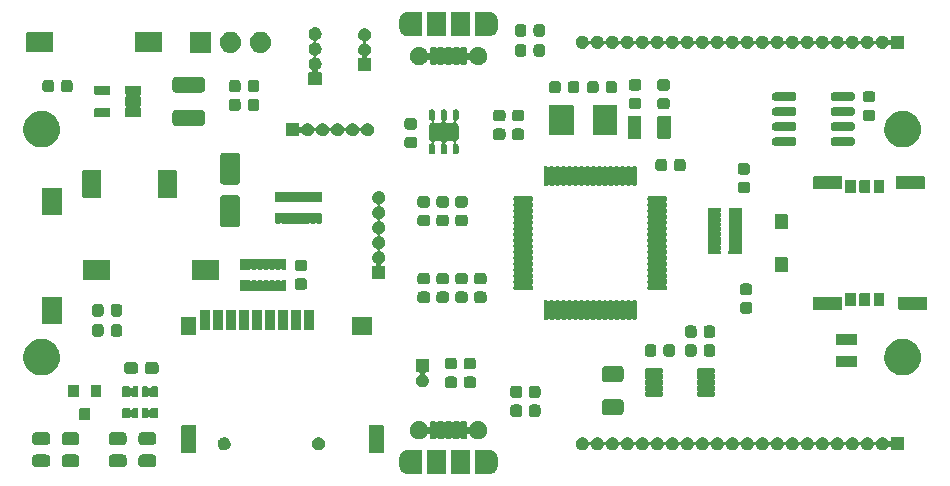
<source format=gbr>
G04 #@! TF.GenerationSoftware,KiCad,Pcbnew,5.99.0-unknown-89e9857~86~ubuntu18.04.1*
G04 #@! TF.CreationDate,2019-10-10T16:09:36-04:00*
G04 #@! TF.ProjectId,node_base,6e6f6465-5f62-4617-9365-2e6b69636164,rev?*
G04 #@! TF.SameCoordinates,Original*
G04 #@! TF.FileFunction,Soldermask,Top*
G04 #@! TF.FilePolarity,Negative*
%FSLAX46Y46*%
G04 Gerber Fmt 4.6, Leading zero omitted, Abs format (unit mm)*
G04 Created by KiCad (PCBNEW 5.99.0-unknown-89e9857~86~ubuntu18.04.1) date 2019-10-10 16:09:36*
%MOMM*%
%LPD*%
G04 APERTURE LIST*
%ADD10C,0.100000*%
G04 APERTURE END LIST*
D10*
G36*
X121518491Y-107534050D02*
G01*
X121541201Y-107532621D01*
X121599044Y-107543655D01*
X121649598Y-107549683D01*
X121671466Y-107557470D01*
X121702768Y-107563441D01*
X121747974Y-107584713D01*
X121787188Y-107598677D01*
X121814553Y-107616043D01*
X121851595Y-107633474D01*
X121883137Y-107659568D01*
X121910505Y-107676936D01*
X121939839Y-107706476D01*
X121978330Y-107738318D01*
X121997060Y-107764097D01*
X122013417Y-107780569D01*
X122040395Y-107823743D01*
X122075010Y-107871386D01*
X122083387Y-107892545D01*
X122090814Y-107904430D01*
X122110685Y-107961490D01*
X122135559Y-108024316D01*
X122137265Y-108037817D01*
X122138846Y-108042358D01*
X122146828Y-108113517D01*
X122151000Y-108146544D01*
X122151000Y-108921248D01*
X122136606Y-109041963D01*
X122115809Y-109099102D01*
X122110095Y-109129054D01*
X122094742Y-109156981D01*
X122086803Y-109178793D01*
X122059225Y-109221586D01*
X122030856Y-109273189D01*
X122015280Y-109289776D01*
X122007687Y-109301558D01*
X121964517Y-109343833D01*
X121918261Y-109393091D01*
X121906769Y-109400384D01*
X121903335Y-109403747D01*
X121842346Y-109441268D01*
X121779385Y-109481224D01*
X121708506Y-109504254D01*
X121640679Y-109527344D01*
X121635894Y-109527847D01*
X121622955Y-109532051D01*
X121555541Y-109536292D01*
X121494767Y-109542680D01*
X121482447Y-109541948D01*
X121465649Y-109541948D01*
X121458799Y-109542379D01*
X121456540Y-109541948D01*
X120312312Y-109541948D01*
X120280101Y-109535541D01*
X120263231Y-109524269D01*
X120251959Y-109507399D01*
X120245552Y-109475188D01*
X120245552Y-107599812D01*
X120251959Y-107567601D01*
X120263231Y-107550731D01*
X120280101Y-107539459D01*
X120312312Y-107533052D01*
X121491722Y-107533052D01*
X121504504Y-107532382D01*
X121518491Y-107534050D01*
X121518491Y-107534050D01*
G37*
G36*
X114517554Y-107533052D02*
G01*
X114534352Y-107533052D01*
X114541202Y-107532621D01*
X114543461Y-107533052D01*
X115687688Y-107533052D01*
X115719899Y-107539459D01*
X115736769Y-107550731D01*
X115748041Y-107567601D01*
X115754448Y-107599812D01*
X115754448Y-109475188D01*
X115751999Y-109487500D01*
X115748041Y-109507399D01*
X115736769Y-109524269D01*
X115719899Y-109535541D01*
X115700000Y-109539499D01*
X115687688Y-109541948D01*
X114508277Y-109541948D01*
X114495495Y-109542618D01*
X114481508Y-109540950D01*
X114458798Y-109542379D01*
X114400955Y-109531345D01*
X114350401Y-109525317D01*
X114328533Y-109517530D01*
X114297231Y-109511559D01*
X114252025Y-109490287D01*
X114212811Y-109476323D01*
X114185447Y-109458957D01*
X114148404Y-109441526D01*
X114116861Y-109415431D01*
X114089495Y-109398064D01*
X114060158Y-109368522D01*
X114021670Y-109336681D01*
X114002943Y-109310906D01*
X113986583Y-109294431D01*
X113959602Y-109251252D01*
X113924990Y-109203613D01*
X113916613Y-109182454D01*
X113909186Y-109170569D01*
X113889315Y-109113509D01*
X113864441Y-109050683D01*
X113862735Y-109037182D01*
X113861154Y-109032641D01*
X113853172Y-108961482D01*
X113849000Y-108928455D01*
X113849000Y-108153752D01*
X113863395Y-108033035D01*
X113884191Y-107975898D01*
X113889905Y-107945946D01*
X113905257Y-107918022D01*
X113913196Y-107896209D01*
X113940776Y-107853413D01*
X113969145Y-107801811D01*
X113984721Y-107785225D01*
X113992314Y-107773442D01*
X114035484Y-107731167D01*
X114081740Y-107681909D01*
X114093232Y-107674616D01*
X114096666Y-107671253D01*
X114157655Y-107633732D01*
X114220616Y-107593776D01*
X114291495Y-107570746D01*
X114359322Y-107547656D01*
X114364107Y-107547153D01*
X114377046Y-107542949D01*
X114444460Y-107538708D01*
X114505234Y-107532320D01*
X114517554Y-107533052D01*
X114517554Y-107533052D01*
G37*
G36*
X117769899Y-107539459D02*
G01*
X117786769Y-107550731D01*
X117798041Y-107567601D01*
X117804448Y-107599812D01*
X117804448Y-109475188D01*
X117801999Y-109487500D01*
X117798041Y-109507399D01*
X117786769Y-109524269D01*
X117769899Y-109535541D01*
X117750000Y-109539499D01*
X117737688Y-109541948D01*
X116262312Y-109541948D01*
X116230101Y-109535541D01*
X116213231Y-109524269D01*
X116201959Y-109507399D01*
X116195552Y-109475188D01*
X116195552Y-107599812D01*
X116201959Y-107567601D01*
X116213231Y-107550731D01*
X116230101Y-107539459D01*
X116262312Y-107533052D01*
X117737688Y-107533052D01*
X117769899Y-107539459D01*
X117769899Y-107539459D01*
G37*
G36*
X119769899Y-107539459D02*
G01*
X119786769Y-107550731D01*
X119798041Y-107567601D01*
X119804448Y-107599812D01*
X119804448Y-109475188D01*
X119801999Y-109487500D01*
X119798041Y-109507399D01*
X119786769Y-109524269D01*
X119769899Y-109535541D01*
X119750000Y-109539499D01*
X119737688Y-109541948D01*
X118262312Y-109541948D01*
X118230101Y-109535541D01*
X118213231Y-109524269D01*
X118201959Y-109507399D01*
X118195552Y-109475188D01*
X118195552Y-107599812D01*
X118201959Y-107567601D01*
X118213231Y-107550731D01*
X118230101Y-107539459D01*
X118262312Y-107533052D01*
X119737688Y-107533052D01*
X119769899Y-107539459D01*
X119769899Y-107539459D01*
G37*
G36*
X92951652Y-107898117D02*
G01*
X92952027Y-107898117D01*
X92954106Y-107898506D01*
X93045430Y-107912970D01*
X93053513Y-107917088D01*
X93060347Y-107918366D01*
X93080453Y-107930815D01*
X93128620Y-107955357D01*
X93142488Y-107969225D01*
X93154039Y-107976377D01*
X93167607Y-107994344D01*
X93194643Y-108021380D01*
X93208374Y-108048328D01*
X93220447Y-108064316D01*
X93223814Y-108078632D01*
X93237030Y-108104570D01*
X93251701Y-108197200D01*
X93251883Y-108197973D01*
X93251883Y-108198348D01*
X93253194Y-108206625D01*
X93253194Y-108668375D01*
X93251883Y-108676652D01*
X93251883Y-108677027D01*
X93251494Y-108679106D01*
X93237030Y-108770430D01*
X93232912Y-108778513D01*
X93231634Y-108785347D01*
X93219185Y-108805453D01*
X93194643Y-108853620D01*
X93180775Y-108867488D01*
X93173623Y-108879039D01*
X93155656Y-108892607D01*
X93128620Y-108919643D01*
X93101672Y-108933374D01*
X93085684Y-108945447D01*
X93071368Y-108948814D01*
X93045430Y-108962030D01*
X92952800Y-108976701D01*
X92952027Y-108976883D01*
X92951652Y-108976883D01*
X92943375Y-108978194D01*
X92056625Y-108978194D01*
X92048348Y-108976883D01*
X92047973Y-108976883D01*
X92045894Y-108976494D01*
X91954570Y-108962030D01*
X91946487Y-108957912D01*
X91939653Y-108956634D01*
X91919547Y-108944185D01*
X91871380Y-108919643D01*
X91857512Y-108905775D01*
X91845961Y-108898623D01*
X91832393Y-108880656D01*
X91805357Y-108853620D01*
X91791626Y-108826672D01*
X91779553Y-108810684D01*
X91776186Y-108796368D01*
X91762970Y-108770430D01*
X91748299Y-108677800D01*
X91748117Y-108677027D01*
X91748117Y-108676652D01*
X91746806Y-108668375D01*
X91746806Y-108206625D01*
X91748117Y-108198348D01*
X91748117Y-108197973D01*
X91748506Y-108195894D01*
X91762970Y-108104570D01*
X91767088Y-108096487D01*
X91768366Y-108089653D01*
X91780815Y-108069547D01*
X91805357Y-108021380D01*
X91819225Y-108007512D01*
X91826377Y-107995961D01*
X91844344Y-107982393D01*
X91871380Y-107955357D01*
X91898328Y-107941626D01*
X91914316Y-107929553D01*
X91928632Y-107926186D01*
X91954570Y-107912970D01*
X92047200Y-107898299D01*
X92047973Y-107898117D01*
X92048348Y-107898117D01*
X92056625Y-107896806D01*
X92943375Y-107896806D01*
X92951652Y-107898117D01*
X92951652Y-107898117D01*
G37*
G36*
X90451652Y-107898117D02*
G01*
X90452027Y-107898117D01*
X90454106Y-107898506D01*
X90545430Y-107912970D01*
X90553513Y-107917088D01*
X90560347Y-107918366D01*
X90580453Y-107930815D01*
X90628620Y-107955357D01*
X90642488Y-107969225D01*
X90654039Y-107976377D01*
X90667607Y-107994344D01*
X90694643Y-108021380D01*
X90708374Y-108048328D01*
X90720447Y-108064316D01*
X90723814Y-108078632D01*
X90737030Y-108104570D01*
X90751701Y-108197200D01*
X90751883Y-108197973D01*
X90751883Y-108198348D01*
X90753194Y-108206625D01*
X90753194Y-108668375D01*
X90751883Y-108676652D01*
X90751883Y-108677027D01*
X90751494Y-108679106D01*
X90737030Y-108770430D01*
X90732912Y-108778513D01*
X90731634Y-108785347D01*
X90719185Y-108805453D01*
X90694643Y-108853620D01*
X90680775Y-108867488D01*
X90673623Y-108879039D01*
X90655656Y-108892607D01*
X90628620Y-108919643D01*
X90601672Y-108933374D01*
X90585684Y-108945447D01*
X90571368Y-108948814D01*
X90545430Y-108962030D01*
X90452800Y-108976701D01*
X90452027Y-108976883D01*
X90451652Y-108976883D01*
X90443375Y-108978194D01*
X89556625Y-108978194D01*
X89548348Y-108976883D01*
X89547973Y-108976883D01*
X89545894Y-108976494D01*
X89454570Y-108962030D01*
X89446487Y-108957912D01*
X89439653Y-108956634D01*
X89419547Y-108944185D01*
X89371380Y-108919643D01*
X89357512Y-108905775D01*
X89345961Y-108898623D01*
X89332393Y-108880656D01*
X89305357Y-108853620D01*
X89291626Y-108826672D01*
X89279553Y-108810684D01*
X89276186Y-108796368D01*
X89262970Y-108770430D01*
X89248299Y-108677800D01*
X89248117Y-108677027D01*
X89248117Y-108676652D01*
X89246806Y-108668375D01*
X89246806Y-108206625D01*
X89248117Y-108198348D01*
X89248117Y-108197973D01*
X89248506Y-108195894D01*
X89262970Y-108104570D01*
X89267088Y-108096487D01*
X89268366Y-108089653D01*
X89280815Y-108069547D01*
X89305357Y-108021380D01*
X89319225Y-108007512D01*
X89326377Y-107995961D01*
X89344344Y-107982393D01*
X89371380Y-107955357D01*
X89398328Y-107941626D01*
X89414316Y-107929553D01*
X89428632Y-107926186D01*
X89454570Y-107912970D01*
X89547200Y-107898299D01*
X89547973Y-107898117D01*
X89548348Y-107898117D01*
X89556625Y-107896806D01*
X90443375Y-107896806D01*
X90451652Y-107898117D01*
X90451652Y-107898117D01*
G37*
G36*
X86451652Y-107898117D02*
G01*
X86452027Y-107898117D01*
X86454106Y-107898506D01*
X86545430Y-107912970D01*
X86553513Y-107917088D01*
X86560347Y-107918366D01*
X86580453Y-107930815D01*
X86628620Y-107955357D01*
X86642488Y-107969225D01*
X86654039Y-107976377D01*
X86667607Y-107994344D01*
X86694643Y-108021380D01*
X86708374Y-108048328D01*
X86720447Y-108064316D01*
X86723814Y-108078632D01*
X86737030Y-108104570D01*
X86751701Y-108197200D01*
X86751883Y-108197973D01*
X86751883Y-108198348D01*
X86753194Y-108206625D01*
X86753194Y-108668375D01*
X86751883Y-108676652D01*
X86751883Y-108677027D01*
X86751494Y-108679106D01*
X86737030Y-108770430D01*
X86732912Y-108778513D01*
X86731634Y-108785347D01*
X86719185Y-108805453D01*
X86694643Y-108853620D01*
X86680775Y-108867488D01*
X86673623Y-108879039D01*
X86655656Y-108892607D01*
X86628620Y-108919643D01*
X86601672Y-108933374D01*
X86585684Y-108945447D01*
X86571368Y-108948814D01*
X86545430Y-108962030D01*
X86452800Y-108976701D01*
X86452027Y-108976883D01*
X86451652Y-108976883D01*
X86443375Y-108978194D01*
X85556625Y-108978194D01*
X85548348Y-108976883D01*
X85547973Y-108976883D01*
X85545894Y-108976494D01*
X85454570Y-108962030D01*
X85446487Y-108957912D01*
X85439653Y-108956634D01*
X85419547Y-108944185D01*
X85371380Y-108919643D01*
X85357512Y-108905775D01*
X85345961Y-108898623D01*
X85332393Y-108880656D01*
X85305357Y-108853620D01*
X85291626Y-108826672D01*
X85279553Y-108810684D01*
X85276186Y-108796368D01*
X85262970Y-108770430D01*
X85248299Y-108677800D01*
X85248117Y-108677027D01*
X85248117Y-108676652D01*
X85246806Y-108668375D01*
X85246806Y-108206625D01*
X85248117Y-108198348D01*
X85248117Y-108197973D01*
X85248506Y-108195894D01*
X85262970Y-108104570D01*
X85267088Y-108096487D01*
X85268366Y-108089653D01*
X85280815Y-108069547D01*
X85305357Y-108021380D01*
X85319225Y-108007512D01*
X85326377Y-107995961D01*
X85344344Y-107982393D01*
X85371380Y-107955357D01*
X85398328Y-107941626D01*
X85414316Y-107929553D01*
X85428632Y-107926186D01*
X85454570Y-107912970D01*
X85547200Y-107898299D01*
X85547973Y-107898117D01*
X85548348Y-107898117D01*
X85556625Y-107896806D01*
X86443375Y-107896806D01*
X86451652Y-107898117D01*
X86451652Y-107898117D01*
G37*
G36*
X83951652Y-107898117D02*
G01*
X83952027Y-107898117D01*
X83954106Y-107898506D01*
X84045430Y-107912970D01*
X84053513Y-107917088D01*
X84060347Y-107918366D01*
X84080453Y-107930815D01*
X84128620Y-107955357D01*
X84142488Y-107969225D01*
X84154039Y-107976377D01*
X84167607Y-107994344D01*
X84194643Y-108021380D01*
X84208374Y-108048328D01*
X84220447Y-108064316D01*
X84223814Y-108078632D01*
X84237030Y-108104570D01*
X84251701Y-108197200D01*
X84251883Y-108197973D01*
X84251883Y-108198348D01*
X84253194Y-108206625D01*
X84253194Y-108668375D01*
X84251883Y-108676652D01*
X84251883Y-108677027D01*
X84251494Y-108679106D01*
X84237030Y-108770430D01*
X84232912Y-108778513D01*
X84231634Y-108785347D01*
X84219185Y-108805453D01*
X84194643Y-108853620D01*
X84180775Y-108867488D01*
X84173623Y-108879039D01*
X84155656Y-108892607D01*
X84128620Y-108919643D01*
X84101672Y-108933374D01*
X84085684Y-108945447D01*
X84071368Y-108948814D01*
X84045430Y-108962030D01*
X83952800Y-108976701D01*
X83952027Y-108976883D01*
X83951652Y-108976883D01*
X83943375Y-108978194D01*
X83056625Y-108978194D01*
X83048348Y-108976883D01*
X83047973Y-108976883D01*
X83045894Y-108976494D01*
X82954570Y-108962030D01*
X82946487Y-108957912D01*
X82939653Y-108956634D01*
X82919547Y-108944185D01*
X82871380Y-108919643D01*
X82857512Y-108905775D01*
X82845961Y-108898623D01*
X82832393Y-108880656D01*
X82805357Y-108853620D01*
X82791626Y-108826672D01*
X82779553Y-108810684D01*
X82776186Y-108796368D01*
X82762970Y-108770430D01*
X82748299Y-108677800D01*
X82748117Y-108677027D01*
X82748117Y-108676652D01*
X82746806Y-108668375D01*
X82746806Y-108206625D01*
X82748117Y-108198348D01*
X82748117Y-108197973D01*
X82748506Y-108195894D01*
X82762970Y-108104570D01*
X82767088Y-108096487D01*
X82768366Y-108089653D01*
X82780815Y-108069547D01*
X82805357Y-108021380D01*
X82819225Y-108007512D01*
X82826377Y-107995961D01*
X82844344Y-107982393D01*
X82871380Y-107955357D01*
X82898328Y-107941626D01*
X82914316Y-107929553D01*
X82928632Y-107926186D01*
X82954570Y-107912970D01*
X83047200Y-107898299D01*
X83047973Y-107898117D01*
X83048348Y-107898117D01*
X83056625Y-107896806D01*
X83943375Y-107896806D01*
X83951652Y-107898117D01*
X83951652Y-107898117D01*
G37*
G36*
X96619899Y-105451959D02*
G01*
X96636769Y-105463231D01*
X96648041Y-105480101D01*
X96654448Y-105512312D01*
X96654448Y-107687688D01*
X96651999Y-107700000D01*
X96648041Y-107719899D01*
X96636769Y-107736769D01*
X96619899Y-107748041D01*
X96600000Y-107751999D01*
X96587688Y-107754448D01*
X95412312Y-107754448D01*
X95380101Y-107748041D01*
X95363231Y-107736769D01*
X95351959Y-107719899D01*
X95345552Y-107687688D01*
X95345552Y-105512312D01*
X95351959Y-105480101D01*
X95363231Y-105463231D01*
X95380101Y-105451959D01*
X95412312Y-105445552D01*
X96587688Y-105445552D01*
X96619899Y-105451959D01*
X96619899Y-105451959D01*
G37*
G36*
X112519899Y-105451959D02*
G01*
X112536769Y-105463231D01*
X112548041Y-105480101D01*
X112554448Y-105512312D01*
X112554448Y-107687688D01*
X112551999Y-107700000D01*
X112548041Y-107719899D01*
X112536769Y-107736769D01*
X112519899Y-107748041D01*
X112500000Y-107751999D01*
X112487688Y-107754448D01*
X111312312Y-107754448D01*
X111280101Y-107748041D01*
X111263231Y-107736769D01*
X111251959Y-107719899D01*
X111245552Y-107687688D01*
X111245552Y-105512312D01*
X111251959Y-105480101D01*
X111263231Y-105463231D01*
X111280101Y-105451959D01*
X111312312Y-105445552D01*
X112487688Y-105445552D01*
X112519899Y-105451959D01*
X112519899Y-105451959D01*
G37*
G36*
X107017381Y-106446783D02*
G01*
X107040734Y-106445314D01*
X107091992Y-106456209D01*
X107135218Y-106461670D01*
X107156974Y-106470021D01*
X107188399Y-106476701D01*
X107227154Y-106496961D01*
X107259724Y-106509464D01*
X107285993Y-106527721D01*
X107322185Y-106546642D01*
X107347727Y-106570628D01*
X107369239Y-106585579D01*
X107396135Y-106616086D01*
X107432233Y-106649985D01*
X107445865Y-106672493D01*
X107457433Y-106685615D01*
X107480289Y-106729334D01*
X107510437Y-106779114D01*
X107515164Y-106796043D01*
X107519220Y-106803802D01*
X107533047Y-106860095D01*
X107551034Y-106924518D01*
X107549333Y-107087006D01*
X107529987Y-107151082D01*
X107514997Y-107207026D01*
X107510781Y-107214695D01*
X107505699Y-107231527D01*
X107474508Y-107280676D01*
X107450747Y-107323898D01*
X107438908Y-107336772D01*
X107424808Y-107358991D01*
X107388006Y-107392128D01*
X107360478Y-107422064D01*
X107338657Y-107436562D01*
X107312620Y-107460006D01*
X107276045Y-107478162D01*
X107249394Y-107495869D01*
X107216565Y-107507688D01*
X107177399Y-107527130D01*
X107145839Y-107533150D01*
X107123916Y-107541043D01*
X107080593Y-107545597D01*
X107029108Y-107555418D01*
X107005787Y-107553460D01*
X106991284Y-107554984D01*
X106939548Y-107547897D01*
X106878673Y-107542785D01*
X106864937Y-107537677D01*
X106859150Y-107536884D01*
X106802595Y-107514492D01*
X106737177Y-107490163D01*
X106678252Y-107447352D01*
X106626441Y-107410532D01*
X106624537Y-107408326D01*
X106615044Y-107401429D01*
X106575302Y-107351287D01*
X106539300Y-107309579D01*
X106534001Y-107299179D01*
X106521272Y-107283119D01*
X106499838Y-107232129D01*
X106478754Y-107190749D01*
X106474096Y-107170892D01*
X106462771Y-107143950D01*
X106456928Y-107097696D01*
X106448299Y-107060909D01*
X106448604Y-107031808D01*
X106443850Y-106994176D01*
X106449392Y-106956647D01*
X106449697Y-106927552D01*
X106459092Y-106890961D01*
X106465904Y-106844831D01*
X106477791Y-106818132D01*
X106482864Y-106798375D01*
X106504815Y-106757436D01*
X106527307Y-106706918D01*
X106540366Y-106691132D01*
X106545883Y-106680843D01*
X106582753Y-106639895D01*
X106623535Y-106590598D01*
X106633171Y-106583901D01*
X106635122Y-106581734D01*
X106687700Y-106546002D01*
X106747500Y-106504440D01*
X106813435Y-106481479D01*
X106870424Y-106460285D01*
X106876223Y-106459614D01*
X106890067Y-106454793D01*
X106951037Y-106450957D01*
X107002909Y-106444955D01*
X107017381Y-106446783D01*
X107017381Y-106446783D01*
G37*
G36*
X99017381Y-106446783D02*
G01*
X99040734Y-106445314D01*
X99091992Y-106456209D01*
X99135218Y-106461670D01*
X99156974Y-106470021D01*
X99188399Y-106476701D01*
X99227154Y-106496961D01*
X99259724Y-106509464D01*
X99285993Y-106527721D01*
X99322185Y-106546642D01*
X99347727Y-106570628D01*
X99369239Y-106585579D01*
X99396135Y-106616086D01*
X99432233Y-106649985D01*
X99445865Y-106672493D01*
X99457433Y-106685615D01*
X99480289Y-106729334D01*
X99510437Y-106779114D01*
X99515164Y-106796043D01*
X99519220Y-106803802D01*
X99533047Y-106860095D01*
X99551034Y-106924518D01*
X99549333Y-107087006D01*
X99529987Y-107151082D01*
X99514997Y-107207026D01*
X99510781Y-107214695D01*
X99505699Y-107231527D01*
X99474508Y-107280676D01*
X99450747Y-107323898D01*
X99438908Y-107336772D01*
X99424808Y-107358991D01*
X99388006Y-107392128D01*
X99360478Y-107422064D01*
X99338657Y-107436562D01*
X99312620Y-107460006D01*
X99276045Y-107478162D01*
X99249394Y-107495869D01*
X99216565Y-107507688D01*
X99177399Y-107527130D01*
X99145839Y-107533150D01*
X99123916Y-107541043D01*
X99080593Y-107545597D01*
X99029108Y-107555418D01*
X99005787Y-107553460D01*
X98991284Y-107554984D01*
X98939548Y-107547897D01*
X98878673Y-107542785D01*
X98864937Y-107537677D01*
X98859150Y-107536884D01*
X98802595Y-107514492D01*
X98737177Y-107490163D01*
X98678252Y-107447352D01*
X98626441Y-107410532D01*
X98624537Y-107408326D01*
X98615044Y-107401429D01*
X98575302Y-107351287D01*
X98539300Y-107309579D01*
X98534001Y-107299179D01*
X98521272Y-107283119D01*
X98499838Y-107232129D01*
X98478754Y-107190749D01*
X98474096Y-107170892D01*
X98462771Y-107143950D01*
X98456928Y-107097696D01*
X98448299Y-107060909D01*
X98448604Y-107031808D01*
X98443850Y-106994176D01*
X98449392Y-106956647D01*
X98449697Y-106927552D01*
X98459092Y-106890961D01*
X98465904Y-106844831D01*
X98477791Y-106818132D01*
X98482864Y-106798375D01*
X98504815Y-106757436D01*
X98527307Y-106706918D01*
X98540366Y-106691132D01*
X98545883Y-106680843D01*
X98582753Y-106639895D01*
X98623535Y-106590598D01*
X98633171Y-106583901D01*
X98635122Y-106581734D01*
X98687700Y-106546002D01*
X98747500Y-106504440D01*
X98813435Y-106481479D01*
X98870424Y-106460285D01*
X98876223Y-106459614D01*
X98890067Y-106454793D01*
X98951037Y-106450957D01*
X99002909Y-106444955D01*
X99017381Y-106446783D01*
X99017381Y-106446783D01*
G37*
G36*
X156519899Y-106451959D02*
G01*
X156536769Y-106463231D01*
X156548041Y-106480101D01*
X156554448Y-106512312D01*
X156554448Y-107487688D01*
X156551999Y-107500000D01*
X156548041Y-107519899D01*
X156536769Y-107536769D01*
X156519899Y-107548041D01*
X156500000Y-107551999D01*
X156487688Y-107554448D01*
X155512312Y-107554448D01*
X155480101Y-107548041D01*
X155463231Y-107536769D01*
X155451959Y-107519899D01*
X155445552Y-107487688D01*
X155445552Y-107329367D01*
X155425709Y-107261787D01*
X155372479Y-107215664D01*
X155302764Y-107205640D01*
X155238696Y-107234899D01*
X155224798Y-107252374D01*
X155222889Y-107257676D01*
X155200073Y-107289781D01*
X155185779Y-107316777D01*
X155161608Y-107343906D01*
X155135438Y-107380731D01*
X155111601Y-107400034D01*
X155097063Y-107416351D01*
X155059967Y-107441846D01*
X155018116Y-107475736D01*
X154997971Y-107484453D01*
X154987151Y-107491890D01*
X154936956Y-107510858D01*
X154879568Y-107535692D01*
X154866497Y-107537482D01*
X154862402Y-107539030D01*
X154800634Y-107546504D01*
X154767815Y-107551000D01*
X154698568Y-107551000D01*
X154591657Y-107537494D01*
X154531208Y-107513926D01*
X154503781Y-107508096D01*
X154482648Y-107494993D01*
X154467708Y-107489168D01*
X154426172Y-107459976D01*
X154375478Y-107428544D01*
X154364569Y-107416680D01*
X154358598Y-107412484D01*
X154319558Y-107367731D01*
X154273293Y-107317419D01*
X154239505Y-107251107D01*
X154206534Y-107187226D01*
X154157906Y-107136275D01*
X154089451Y-107119702D01*
X154022903Y-107142770D01*
X153984988Y-107186066D01*
X153965247Y-107223349D01*
X153952889Y-107257676D01*
X153930072Y-107289782D01*
X153915779Y-107316777D01*
X153891608Y-107343906D01*
X153865438Y-107380731D01*
X153841601Y-107400034D01*
X153827063Y-107416351D01*
X153789967Y-107441846D01*
X153748116Y-107475736D01*
X153727971Y-107484453D01*
X153717151Y-107491890D01*
X153666956Y-107510858D01*
X153609568Y-107535692D01*
X153596497Y-107537482D01*
X153592402Y-107539030D01*
X153530634Y-107546504D01*
X153497815Y-107551000D01*
X153428568Y-107551000D01*
X153321657Y-107537494D01*
X153261208Y-107513926D01*
X153233781Y-107508096D01*
X153212648Y-107494993D01*
X153197708Y-107489168D01*
X153156172Y-107459976D01*
X153105478Y-107428544D01*
X153094569Y-107416680D01*
X153088598Y-107412484D01*
X153049558Y-107367731D01*
X153003293Y-107317419D01*
X152969505Y-107251107D01*
X152936534Y-107187226D01*
X152887906Y-107136275D01*
X152819451Y-107119702D01*
X152752903Y-107142770D01*
X152714988Y-107186066D01*
X152695247Y-107223349D01*
X152682889Y-107257676D01*
X152660072Y-107289782D01*
X152645779Y-107316777D01*
X152621608Y-107343906D01*
X152595438Y-107380731D01*
X152571601Y-107400034D01*
X152557063Y-107416351D01*
X152519967Y-107441846D01*
X152478116Y-107475736D01*
X152457971Y-107484453D01*
X152447151Y-107491890D01*
X152396956Y-107510858D01*
X152339568Y-107535692D01*
X152326497Y-107537482D01*
X152322402Y-107539030D01*
X152260634Y-107546504D01*
X152227815Y-107551000D01*
X152158568Y-107551000D01*
X152051657Y-107537494D01*
X151991208Y-107513926D01*
X151963781Y-107508096D01*
X151942648Y-107494993D01*
X151927708Y-107489168D01*
X151886172Y-107459976D01*
X151835478Y-107428544D01*
X151824569Y-107416680D01*
X151818598Y-107412484D01*
X151779558Y-107367731D01*
X151733293Y-107317419D01*
X151699505Y-107251107D01*
X151666534Y-107187226D01*
X151617906Y-107136275D01*
X151549451Y-107119702D01*
X151482903Y-107142770D01*
X151444988Y-107186066D01*
X151425247Y-107223349D01*
X151412889Y-107257676D01*
X151390072Y-107289782D01*
X151375779Y-107316777D01*
X151351608Y-107343906D01*
X151325438Y-107380731D01*
X151301601Y-107400034D01*
X151287063Y-107416351D01*
X151249967Y-107441846D01*
X151208116Y-107475736D01*
X151187971Y-107484453D01*
X151177151Y-107491890D01*
X151126956Y-107510858D01*
X151069568Y-107535692D01*
X151056497Y-107537482D01*
X151052402Y-107539030D01*
X150990634Y-107546504D01*
X150957815Y-107551000D01*
X150888568Y-107551000D01*
X150781657Y-107537494D01*
X150721208Y-107513926D01*
X150693781Y-107508096D01*
X150672648Y-107494993D01*
X150657708Y-107489168D01*
X150616172Y-107459976D01*
X150565478Y-107428544D01*
X150554569Y-107416680D01*
X150548598Y-107412484D01*
X150509558Y-107367731D01*
X150463293Y-107317419D01*
X150429505Y-107251107D01*
X150396534Y-107187226D01*
X150347906Y-107136275D01*
X150279451Y-107119702D01*
X150212903Y-107142770D01*
X150174988Y-107186066D01*
X150155247Y-107223349D01*
X150142889Y-107257676D01*
X150120072Y-107289782D01*
X150105779Y-107316777D01*
X150081608Y-107343906D01*
X150055438Y-107380731D01*
X150031601Y-107400034D01*
X150017063Y-107416351D01*
X149979967Y-107441846D01*
X149938116Y-107475736D01*
X149917971Y-107484453D01*
X149907151Y-107491890D01*
X149856956Y-107510858D01*
X149799568Y-107535692D01*
X149786497Y-107537482D01*
X149782402Y-107539030D01*
X149720634Y-107546504D01*
X149687815Y-107551000D01*
X149618568Y-107551000D01*
X149511657Y-107537494D01*
X149451208Y-107513926D01*
X149423781Y-107508096D01*
X149402648Y-107494993D01*
X149387708Y-107489168D01*
X149346172Y-107459976D01*
X149295478Y-107428544D01*
X149284569Y-107416680D01*
X149278598Y-107412484D01*
X149239558Y-107367731D01*
X149193293Y-107317419D01*
X149159505Y-107251107D01*
X149126534Y-107187226D01*
X149077906Y-107136275D01*
X149009451Y-107119702D01*
X148942903Y-107142770D01*
X148904988Y-107186066D01*
X148885247Y-107223349D01*
X148872889Y-107257676D01*
X148850072Y-107289782D01*
X148835779Y-107316777D01*
X148811608Y-107343906D01*
X148785438Y-107380731D01*
X148761601Y-107400034D01*
X148747063Y-107416351D01*
X148709967Y-107441846D01*
X148668116Y-107475736D01*
X148647971Y-107484453D01*
X148637151Y-107491890D01*
X148586956Y-107510858D01*
X148529568Y-107535692D01*
X148516497Y-107537482D01*
X148512402Y-107539030D01*
X148450634Y-107546504D01*
X148417815Y-107551000D01*
X148348568Y-107551000D01*
X148241657Y-107537494D01*
X148181208Y-107513926D01*
X148153781Y-107508096D01*
X148132648Y-107494993D01*
X148117708Y-107489168D01*
X148076172Y-107459976D01*
X148025478Y-107428544D01*
X148014569Y-107416680D01*
X148008598Y-107412484D01*
X147969558Y-107367731D01*
X147923293Y-107317419D01*
X147889505Y-107251107D01*
X147856534Y-107187226D01*
X147807906Y-107136275D01*
X147739451Y-107119702D01*
X147672903Y-107142770D01*
X147634988Y-107186066D01*
X147615247Y-107223349D01*
X147602889Y-107257676D01*
X147580072Y-107289782D01*
X147565779Y-107316777D01*
X147541608Y-107343906D01*
X147515438Y-107380731D01*
X147491601Y-107400034D01*
X147477063Y-107416351D01*
X147439967Y-107441846D01*
X147398116Y-107475736D01*
X147377971Y-107484453D01*
X147367151Y-107491890D01*
X147316956Y-107510858D01*
X147259568Y-107535692D01*
X147246497Y-107537482D01*
X147242402Y-107539030D01*
X147180634Y-107546504D01*
X147147815Y-107551000D01*
X147078568Y-107551000D01*
X146971657Y-107537494D01*
X146911208Y-107513926D01*
X146883781Y-107508096D01*
X146862648Y-107494993D01*
X146847708Y-107489168D01*
X146806172Y-107459976D01*
X146755478Y-107428544D01*
X146744569Y-107416680D01*
X146738598Y-107412484D01*
X146699558Y-107367731D01*
X146653293Y-107317419D01*
X146619505Y-107251107D01*
X146586534Y-107187226D01*
X146537906Y-107136275D01*
X146469451Y-107119702D01*
X146402903Y-107142770D01*
X146364988Y-107186066D01*
X146345247Y-107223349D01*
X146332889Y-107257676D01*
X146310072Y-107289782D01*
X146295779Y-107316777D01*
X146271608Y-107343906D01*
X146245438Y-107380731D01*
X146221601Y-107400034D01*
X146207063Y-107416351D01*
X146169967Y-107441846D01*
X146128116Y-107475736D01*
X146107971Y-107484453D01*
X146097151Y-107491890D01*
X146046956Y-107510858D01*
X145989568Y-107535692D01*
X145976497Y-107537482D01*
X145972402Y-107539030D01*
X145910634Y-107546504D01*
X145877815Y-107551000D01*
X145808568Y-107551000D01*
X145701657Y-107537494D01*
X145641208Y-107513926D01*
X145613781Y-107508096D01*
X145592648Y-107494993D01*
X145577708Y-107489168D01*
X145536172Y-107459976D01*
X145485478Y-107428544D01*
X145474569Y-107416680D01*
X145468598Y-107412484D01*
X145429558Y-107367731D01*
X145383293Y-107317419D01*
X145349505Y-107251107D01*
X145316534Y-107187226D01*
X145267906Y-107136275D01*
X145199451Y-107119702D01*
X145132903Y-107142770D01*
X145094988Y-107186066D01*
X145075247Y-107223349D01*
X145062889Y-107257676D01*
X145040072Y-107289782D01*
X145025779Y-107316777D01*
X145001608Y-107343906D01*
X144975438Y-107380731D01*
X144951601Y-107400034D01*
X144937063Y-107416351D01*
X144899967Y-107441846D01*
X144858116Y-107475736D01*
X144837971Y-107484453D01*
X144827151Y-107491890D01*
X144776956Y-107510858D01*
X144719568Y-107535692D01*
X144706497Y-107537482D01*
X144702402Y-107539030D01*
X144640634Y-107546504D01*
X144607815Y-107551000D01*
X144538568Y-107551000D01*
X144431657Y-107537494D01*
X144371208Y-107513926D01*
X144343781Y-107508096D01*
X144322648Y-107494993D01*
X144307708Y-107489168D01*
X144266172Y-107459976D01*
X144215478Y-107428544D01*
X144204569Y-107416680D01*
X144198598Y-107412484D01*
X144159558Y-107367731D01*
X144113293Y-107317419D01*
X144079505Y-107251107D01*
X144046534Y-107187226D01*
X143997906Y-107136275D01*
X143929451Y-107119702D01*
X143862903Y-107142770D01*
X143824988Y-107186066D01*
X143805247Y-107223349D01*
X143792889Y-107257676D01*
X143770072Y-107289782D01*
X143755779Y-107316777D01*
X143731608Y-107343906D01*
X143705438Y-107380731D01*
X143681601Y-107400034D01*
X143667063Y-107416351D01*
X143629967Y-107441846D01*
X143588116Y-107475736D01*
X143567971Y-107484453D01*
X143557151Y-107491890D01*
X143506956Y-107510858D01*
X143449568Y-107535692D01*
X143436497Y-107537482D01*
X143432402Y-107539030D01*
X143370634Y-107546504D01*
X143337815Y-107551000D01*
X143268568Y-107551000D01*
X143161657Y-107537494D01*
X143101208Y-107513926D01*
X143073781Y-107508096D01*
X143052648Y-107494993D01*
X143037708Y-107489168D01*
X142996172Y-107459976D01*
X142945478Y-107428544D01*
X142934569Y-107416680D01*
X142928598Y-107412484D01*
X142889558Y-107367731D01*
X142843293Y-107317419D01*
X142809505Y-107251107D01*
X142776534Y-107187226D01*
X142727906Y-107136275D01*
X142659451Y-107119702D01*
X142592903Y-107142770D01*
X142554988Y-107186066D01*
X142535247Y-107223349D01*
X142522889Y-107257676D01*
X142500072Y-107289782D01*
X142485779Y-107316777D01*
X142461608Y-107343906D01*
X142435438Y-107380731D01*
X142411601Y-107400034D01*
X142397063Y-107416351D01*
X142359967Y-107441846D01*
X142318116Y-107475736D01*
X142297971Y-107484453D01*
X142287151Y-107491890D01*
X142236956Y-107510858D01*
X142179568Y-107535692D01*
X142166497Y-107537482D01*
X142162402Y-107539030D01*
X142100634Y-107546504D01*
X142067815Y-107551000D01*
X141998568Y-107551000D01*
X141891657Y-107537494D01*
X141831208Y-107513926D01*
X141803781Y-107508096D01*
X141782648Y-107494993D01*
X141767708Y-107489168D01*
X141726172Y-107459976D01*
X141675478Y-107428544D01*
X141664569Y-107416680D01*
X141658598Y-107412484D01*
X141619558Y-107367731D01*
X141573293Y-107317419D01*
X141539505Y-107251107D01*
X141506534Y-107187226D01*
X141457906Y-107136275D01*
X141389451Y-107119702D01*
X141322903Y-107142770D01*
X141284988Y-107186066D01*
X141265247Y-107223349D01*
X141252889Y-107257676D01*
X141230072Y-107289782D01*
X141215779Y-107316777D01*
X141191608Y-107343906D01*
X141165438Y-107380731D01*
X141141601Y-107400034D01*
X141127063Y-107416351D01*
X141089967Y-107441846D01*
X141048116Y-107475736D01*
X141027971Y-107484453D01*
X141017151Y-107491890D01*
X140966956Y-107510858D01*
X140909568Y-107535692D01*
X140896497Y-107537482D01*
X140892402Y-107539030D01*
X140830634Y-107546504D01*
X140797815Y-107551000D01*
X140728568Y-107551000D01*
X140621657Y-107537494D01*
X140561208Y-107513926D01*
X140533781Y-107508096D01*
X140512648Y-107494993D01*
X140497708Y-107489168D01*
X140456172Y-107459976D01*
X140405478Y-107428544D01*
X140394569Y-107416680D01*
X140388598Y-107412484D01*
X140349558Y-107367731D01*
X140303293Y-107317419D01*
X140269505Y-107251107D01*
X140236534Y-107187226D01*
X140187906Y-107136275D01*
X140119451Y-107119702D01*
X140052903Y-107142770D01*
X140014988Y-107186066D01*
X139995247Y-107223349D01*
X139982889Y-107257676D01*
X139960072Y-107289782D01*
X139945779Y-107316777D01*
X139921608Y-107343906D01*
X139895438Y-107380731D01*
X139871601Y-107400034D01*
X139857063Y-107416351D01*
X139819967Y-107441846D01*
X139778116Y-107475736D01*
X139757971Y-107484453D01*
X139747151Y-107491890D01*
X139696956Y-107510858D01*
X139639568Y-107535692D01*
X139626497Y-107537482D01*
X139622402Y-107539030D01*
X139560634Y-107546504D01*
X139527815Y-107551000D01*
X139458568Y-107551000D01*
X139351657Y-107537494D01*
X139291208Y-107513926D01*
X139263781Y-107508096D01*
X139242648Y-107494993D01*
X139227708Y-107489168D01*
X139186172Y-107459976D01*
X139135478Y-107428544D01*
X139124569Y-107416680D01*
X139118598Y-107412484D01*
X139079558Y-107367731D01*
X139033293Y-107317419D01*
X138999505Y-107251107D01*
X138966534Y-107187226D01*
X138917906Y-107136275D01*
X138849451Y-107119702D01*
X138782903Y-107142770D01*
X138744988Y-107186066D01*
X138725247Y-107223349D01*
X138712889Y-107257676D01*
X138690072Y-107289782D01*
X138675779Y-107316777D01*
X138651608Y-107343906D01*
X138625438Y-107380731D01*
X138601601Y-107400034D01*
X138587063Y-107416351D01*
X138549967Y-107441846D01*
X138508116Y-107475736D01*
X138487971Y-107484453D01*
X138477151Y-107491890D01*
X138426956Y-107510858D01*
X138369568Y-107535692D01*
X138356497Y-107537482D01*
X138352402Y-107539030D01*
X138290634Y-107546504D01*
X138257815Y-107551000D01*
X138188568Y-107551000D01*
X138081657Y-107537494D01*
X138021208Y-107513926D01*
X137993781Y-107508096D01*
X137972648Y-107494993D01*
X137957708Y-107489168D01*
X137916172Y-107459976D01*
X137865478Y-107428544D01*
X137854569Y-107416680D01*
X137848598Y-107412484D01*
X137809558Y-107367731D01*
X137763293Y-107317419D01*
X137729505Y-107251107D01*
X137696534Y-107187226D01*
X137647906Y-107136275D01*
X137579451Y-107119702D01*
X137512903Y-107142770D01*
X137474988Y-107186066D01*
X137455247Y-107223349D01*
X137442889Y-107257676D01*
X137420072Y-107289782D01*
X137405779Y-107316777D01*
X137381608Y-107343906D01*
X137355438Y-107380731D01*
X137331601Y-107400034D01*
X137317063Y-107416351D01*
X137279967Y-107441846D01*
X137238116Y-107475736D01*
X137217971Y-107484453D01*
X137207151Y-107491890D01*
X137156956Y-107510858D01*
X137099568Y-107535692D01*
X137086497Y-107537482D01*
X137082402Y-107539030D01*
X137020634Y-107546504D01*
X136987815Y-107551000D01*
X136918568Y-107551000D01*
X136811657Y-107537494D01*
X136751208Y-107513926D01*
X136723781Y-107508096D01*
X136702648Y-107494993D01*
X136687708Y-107489168D01*
X136646172Y-107459976D01*
X136595478Y-107428544D01*
X136584569Y-107416680D01*
X136578598Y-107412484D01*
X136539558Y-107367731D01*
X136493293Y-107317419D01*
X136459505Y-107251107D01*
X136426534Y-107187226D01*
X136377906Y-107136275D01*
X136309451Y-107119702D01*
X136242903Y-107142770D01*
X136204988Y-107186066D01*
X136185247Y-107223349D01*
X136172889Y-107257676D01*
X136150072Y-107289782D01*
X136135779Y-107316777D01*
X136111608Y-107343906D01*
X136085438Y-107380731D01*
X136061601Y-107400034D01*
X136047063Y-107416351D01*
X136009967Y-107441846D01*
X135968116Y-107475736D01*
X135947971Y-107484453D01*
X135937151Y-107491890D01*
X135886956Y-107510858D01*
X135829568Y-107535692D01*
X135816497Y-107537482D01*
X135812402Y-107539030D01*
X135750634Y-107546504D01*
X135717815Y-107551000D01*
X135648568Y-107551000D01*
X135541657Y-107537494D01*
X135481208Y-107513926D01*
X135453781Y-107508096D01*
X135432648Y-107494993D01*
X135417708Y-107489168D01*
X135376172Y-107459976D01*
X135325478Y-107428544D01*
X135314569Y-107416680D01*
X135308598Y-107412484D01*
X135269558Y-107367731D01*
X135223293Y-107317419D01*
X135189505Y-107251107D01*
X135156534Y-107187226D01*
X135107906Y-107136275D01*
X135039451Y-107119702D01*
X134972903Y-107142770D01*
X134934988Y-107186066D01*
X134915247Y-107223349D01*
X134902889Y-107257676D01*
X134880072Y-107289782D01*
X134865779Y-107316777D01*
X134841608Y-107343906D01*
X134815438Y-107380731D01*
X134791601Y-107400034D01*
X134777063Y-107416351D01*
X134739967Y-107441846D01*
X134698116Y-107475736D01*
X134677971Y-107484453D01*
X134667151Y-107491890D01*
X134616956Y-107510858D01*
X134559568Y-107535692D01*
X134546497Y-107537482D01*
X134542402Y-107539030D01*
X134480634Y-107546504D01*
X134447815Y-107551000D01*
X134378568Y-107551000D01*
X134271657Y-107537494D01*
X134211208Y-107513926D01*
X134183781Y-107508096D01*
X134162648Y-107494993D01*
X134147708Y-107489168D01*
X134106172Y-107459976D01*
X134055478Y-107428544D01*
X134044569Y-107416680D01*
X134038598Y-107412484D01*
X133999558Y-107367731D01*
X133953293Y-107317419D01*
X133919505Y-107251107D01*
X133886534Y-107187226D01*
X133837906Y-107136275D01*
X133769451Y-107119702D01*
X133702903Y-107142770D01*
X133664988Y-107186066D01*
X133645247Y-107223349D01*
X133632889Y-107257676D01*
X133610072Y-107289782D01*
X133595779Y-107316777D01*
X133571608Y-107343906D01*
X133545438Y-107380731D01*
X133521601Y-107400034D01*
X133507063Y-107416351D01*
X133469967Y-107441846D01*
X133428116Y-107475736D01*
X133407971Y-107484453D01*
X133397151Y-107491890D01*
X133346956Y-107510858D01*
X133289568Y-107535692D01*
X133276497Y-107537482D01*
X133272402Y-107539030D01*
X133210634Y-107546504D01*
X133177815Y-107551000D01*
X133108568Y-107551000D01*
X133001657Y-107537494D01*
X132941208Y-107513926D01*
X132913781Y-107508096D01*
X132892648Y-107494993D01*
X132877708Y-107489168D01*
X132836172Y-107459976D01*
X132785478Y-107428544D01*
X132774569Y-107416680D01*
X132768598Y-107412484D01*
X132729558Y-107367731D01*
X132683293Y-107317419D01*
X132649505Y-107251107D01*
X132616534Y-107187226D01*
X132567906Y-107136275D01*
X132499451Y-107119702D01*
X132432903Y-107142770D01*
X132394988Y-107186066D01*
X132375247Y-107223349D01*
X132362889Y-107257676D01*
X132340072Y-107289782D01*
X132325779Y-107316777D01*
X132301608Y-107343906D01*
X132275438Y-107380731D01*
X132251601Y-107400034D01*
X132237063Y-107416351D01*
X132199967Y-107441846D01*
X132158116Y-107475736D01*
X132137971Y-107484453D01*
X132127151Y-107491890D01*
X132076956Y-107510858D01*
X132019568Y-107535692D01*
X132006497Y-107537482D01*
X132002402Y-107539030D01*
X131940634Y-107546504D01*
X131907815Y-107551000D01*
X131838568Y-107551000D01*
X131731657Y-107537494D01*
X131671208Y-107513926D01*
X131643781Y-107508096D01*
X131622648Y-107494993D01*
X131607708Y-107489168D01*
X131566172Y-107459976D01*
X131515478Y-107428544D01*
X131504569Y-107416680D01*
X131498598Y-107412484D01*
X131459558Y-107367731D01*
X131413293Y-107317419D01*
X131379505Y-107251107D01*
X131346534Y-107187226D01*
X131297906Y-107136275D01*
X131229451Y-107119702D01*
X131162903Y-107142770D01*
X131124988Y-107186066D01*
X131105247Y-107223349D01*
X131092889Y-107257676D01*
X131070072Y-107289782D01*
X131055779Y-107316777D01*
X131031608Y-107343906D01*
X131005438Y-107380731D01*
X130981601Y-107400034D01*
X130967063Y-107416351D01*
X130929967Y-107441846D01*
X130888116Y-107475736D01*
X130867971Y-107484453D01*
X130857151Y-107491890D01*
X130806956Y-107510858D01*
X130749568Y-107535692D01*
X130736497Y-107537482D01*
X130732402Y-107539030D01*
X130670634Y-107546504D01*
X130637815Y-107551000D01*
X130568568Y-107551000D01*
X130461657Y-107537494D01*
X130401208Y-107513926D01*
X130373781Y-107508096D01*
X130352648Y-107494993D01*
X130337708Y-107489168D01*
X130296172Y-107459976D01*
X130245478Y-107428544D01*
X130234569Y-107416680D01*
X130228598Y-107412484D01*
X130189558Y-107367731D01*
X130143293Y-107317419D01*
X130109505Y-107251107D01*
X130076534Y-107187226D01*
X130027906Y-107136275D01*
X129959451Y-107119702D01*
X129892903Y-107142770D01*
X129854988Y-107186066D01*
X129835247Y-107223349D01*
X129822889Y-107257676D01*
X129800072Y-107289782D01*
X129785779Y-107316777D01*
X129761608Y-107343906D01*
X129735438Y-107380731D01*
X129711601Y-107400034D01*
X129697063Y-107416351D01*
X129659967Y-107441846D01*
X129618116Y-107475736D01*
X129597971Y-107484453D01*
X129587151Y-107491890D01*
X129536956Y-107510858D01*
X129479568Y-107535692D01*
X129466497Y-107537482D01*
X129462402Y-107539030D01*
X129400634Y-107546504D01*
X129367815Y-107551000D01*
X129298568Y-107551000D01*
X129191657Y-107537494D01*
X129131208Y-107513926D01*
X129103781Y-107508096D01*
X129082648Y-107494993D01*
X129067708Y-107489168D01*
X129026172Y-107459976D01*
X128975478Y-107428544D01*
X128964569Y-107416680D01*
X128958598Y-107412484D01*
X128919558Y-107367731D01*
X128873293Y-107317419D01*
X128839500Y-107251097D01*
X128809760Y-107193476D01*
X128809420Y-107192061D01*
X128804757Y-107182909D01*
X128791822Y-107118760D01*
X128778626Y-107063796D01*
X128778680Y-107053583D01*
X128774917Y-107034923D01*
X128779074Y-106978318D01*
X128779325Y-106930434D01*
X128783940Y-106912060D01*
X128785974Y-106884364D01*
X128802256Y-106839139D01*
X128811813Y-106801089D01*
X128824753Y-106776650D01*
X128837111Y-106742324D01*
X128859928Y-106710218D01*
X128874221Y-106683223D01*
X128898392Y-106656094D01*
X128924562Y-106619269D01*
X128948399Y-106599966D01*
X128962937Y-106583649D01*
X129000033Y-106558154D01*
X129041884Y-106524264D01*
X129062029Y-106515547D01*
X129072849Y-106508110D01*
X129123044Y-106489142D01*
X129180432Y-106464308D01*
X129193503Y-106462518D01*
X129197598Y-106460970D01*
X129259366Y-106453496D01*
X129292185Y-106449000D01*
X129361432Y-106449000D01*
X129468343Y-106462506D01*
X129528792Y-106486074D01*
X129556219Y-106491904D01*
X129577352Y-106505007D01*
X129592292Y-106510832D01*
X129633828Y-106540024D01*
X129684522Y-106571456D01*
X129695431Y-106583320D01*
X129701402Y-106587516D01*
X129740442Y-106632269D01*
X129786707Y-106682581D01*
X129820495Y-106748893D01*
X129853466Y-106812774D01*
X129902094Y-106863725D01*
X129970549Y-106880298D01*
X130037097Y-106857230D01*
X130075012Y-106813934D01*
X130094753Y-106776651D01*
X130107111Y-106742324D01*
X130129928Y-106710218D01*
X130144221Y-106683223D01*
X130168392Y-106656094D01*
X130194562Y-106619269D01*
X130218399Y-106599966D01*
X130232937Y-106583649D01*
X130270033Y-106558154D01*
X130311884Y-106524264D01*
X130332029Y-106515547D01*
X130342849Y-106508110D01*
X130393044Y-106489142D01*
X130450432Y-106464308D01*
X130463503Y-106462518D01*
X130467598Y-106460970D01*
X130529366Y-106453496D01*
X130562185Y-106449000D01*
X130631432Y-106449000D01*
X130738343Y-106462506D01*
X130798792Y-106486074D01*
X130826219Y-106491904D01*
X130847352Y-106505007D01*
X130862292Y-106510832D01*
X130903828Y-106540024D01*
X130954522Y-106571456D01*
X130965431Y-106583320D01*
X130971402Y-106587516D01*
X131010442Y-106632269D01*
X131056707Y-106682581D01*
X131090495Y-106748893D01*
X131123466Y-106812774D01*
X131172094Y-106863725D01*
X131240549Y-106880298D01*
X131307097Y-106857230D01*
X131345012Y-106813934D01*
X131364753Y-106776651D01*
X131377111Y-106742324D01*
X131399928Y-106710218D01*
X131414221Y-106683223D01*
X131438392Y-106656094D01*
X131464562Y-106619269D01*
X131488399Y-106599966D01*
X131502937Y-106583649D01*
X131540033Y-106558154D01*
X131581884Y-106524264D01*
X131602029Y-106515547D01*
X131612849Y-106508110D01*
X131663044Y-106489142D01*
X131720432Y-106464308D01*
X131733503Y-106462518D01*
X131737598Y-106460970D01*
X131799366Y-106453496D01*
X131832185Y-106449000D01*
X131901432Y-106449000D01*
X132008343Y-106462506D01*
X132068792Y-106486074D01*
X132096219Y-106491904D01*
X132117352Y-106505007D01*
X132132292Y-106510832D01*
X132173828Y-106540024D01*
X132224522Y-106571456D01*
X132235431Y-106583320D01*
X132241402Y-106587516D01*
X132280442Y-106632269D01*
X132326707Y-106682581D01*
X132360495Y-106748893D01*
X132393466Y-106812774D01*
X132442094Y-106863725D01*
X132510549Y-106880298D01*
X132577097Y-106857230D01*
X132615012Y-106813934D01*
X132634753Y-106776651D01*
X132647111Y-106742324D01*
X132669928Y-106710218D01*
X132684221Y-106683223D01*
X132708392Y-106656094D01*
X132734562Y-106619269D01*
X132758399Y-106599966D01*
X132772937Y-106583649D01*
X132810033Y-106558154D01*
X132851884Y-106524264D01*
X132872029Y-106515547D01*
X132882849Y-106508110D01*
X132933044Y-106489142D01*
X132990432Y-106464308D01*
X133003503Y-106462518D01*
X133007598Y-106460970D01*
X133069366Y-106453496D01*
X133102185Y-106449000D01*
X133171432Y-106449000D01*
X133278343Y-106462506D01*
X133338792Y-106486074D01*
X133366219Y-106491904D01*
X133387352Y-106505007D01*
X133402292Y-106510832D01*
X133443828Y-106540024D01*
X133494522Y-106571456D01*
X133505431Y-106583320D01*
X133511402Y-106587516D01*
X133550442Y-106632269D01*
X133596707Y-106682581D01*
X133630495Y-106748893D01*
X133663466Y-106812774D01*
X133712094Y-106863725D01*
X133780549Y-106880298D01*
X133847097Y-106857230D01*
X133885012Y-106813934D01*
X133904753Y-106776651D01*
X133917111Y-106742324D01*
X133939928Y-106710218D01*
X133954221Y-106683223D01*
X133978392Y-106656094D01*
X134004562Y-106619269D01*
X134028399Y-106599966D01*
X134042937Y-106583649D01*
X134080033Y-106558154D01*
X134121884Y-106524264D01*
X134142029Y-106515547D01*
X134152849Y-106508110D01*
X134203044Y-106489142D01*
X134260432Y-106464308D01*
X134273503Y-106462518D01*
X134277598Y-106460970D01*
X134339366Y-106453496D01*
X134372185Y-106449000D01*
X134441432Y-106449000D01*
X134548343Y-106462506D01*
X134608792Y-106486074D01*
X134636219Y-106491904D01*
X134657352Y-106505007D01*
X134672292Y-106510832D01*
X134713828Y-106540024D01*
X134764522Y-106571456D01*
X134775431Y-106583320D01*
X134781402Y-106587516D01*
X134820442Y-106632269D01*
X134866707Y-106682581D01*
X134900495Y-106748893D01*
X134933466Y-106812774D01*
X134982094Y-106863725D01*
X135050549Y-106880298D01*
X135117097Y-106857230D01*
X135155012Y-106813934D01*
X135174753Y-106776651D01*
X135187111Y-106742324D01*
X135209928Y-106710218D01*
X135224221Y-106683223D01*
X135248392Y-106656094D01*
X135274562Y-106619269D01*
X135298399Y-106599966D01*
X135312937Y-106583649D01*
X135350033Y-106558154D01*
X135391884Y-106524264D01*
X135412029Y-106515547D01*
X135422849Y-106508110D01*
X135473044Y-106489142D01*
X135530432Y-106464308D01*
X135543503Y-106462518D01*
X135547598Y-106460970D01*
X135609366Y-106453496D01*
X135642185Y-106449000D01*
X135711432Y-106449000D01*
X135818343Y-106462506D01*
X135878792Y-106486074D01*
X135906219Y-106491904D01*
X135927352Y-106505007D01*
X135942292Y-106510832D01*
X135983828Y-106540024D01*
X136034522Y-106571456D01*
X136045431Y-106583320D01*
X136051402Y-106587516D01*
X136090442Y-106632269D01*
X136136707Y-106682581D01*
X136170495Y-106748893D01*
X136203466Y-106812774D01*
X136252094Y-106863725D01*
X136320549Y-106880298D01*
X136387097Y-106857230D01*
X136425012Y-106813934D01*
X136444753Y-106776651D01*
X136457111Y-106742324D01*
X136479928Y-106710218D01*
X136494221Y-106683223D01*
X136518392Y-106656094D01*
X136544562Y-106619269D01*
X136568399Y-106599966D01*
X136582937Y-106583649D01*
X136620033Y-106558154D01*
X136661884Y-106524264D01*
X136682029Y-106515547D01*
X136692849Y-106508110D01*
X136743044Y-106489142D01*
X136800432Y-106464308D01*
X136813503Y-106462518D01*
X136817598Y-106460970D01*
X136879366Y-106453496D01*
X136912185Y-106449000D01*
X136981432Y-106449000D01*
X137088343Y-106462506D01*
X137148792Y-106486074D01*
X137176219Y-106491904D01*
X137197352Y-106505007D01*
X137212292Y-106510832D01*
X137253828Y-106540024D01*
X137304522Y-106571456D01*
X137315431Y-106583320D01*
X137321402Y-106587516D01*
X137360442Y-106632269D01*
X137406707Y-106682581D01*
X137440495Y-106748893D01*
X137473466Y-106812774D01*
X137522094Y-106863725D01*
X137590549Y-106880298D01*
X137657097Y-106857230D01*
X137695012Y-106813934D01*
X137714753Y-106776651D01*
X137727111Y-106742324D01*
X137749928Y-106710218D01*
X137764221Y-106683223D01*
X137788392Y-106656094D01*
X137814562Y-106619269D01*
X137838399Y-106599966D01*
X137852937Y-106583649D01*
X137890033Y-106558154D01*
X137931884Y-106524264D01*
X137952029Y-106515547D01*
X137962849Y-106508110D01*
X138013044Y-106489142D01*
X138070432Y-106464308D01*
X138083503Y-106462518D01*
X138087598Y-106460970D01*
X138149366Y-106453496D01*
X138182185Y-106449000D01*
X138251432Y-106449000D01*
X138358343Y-106462506D01*
X138418792Y-106486074D01*
X138446219Y-106491904D01*
X138467352Y-106505007D01*
X138482292Y-106510832D01*
X138523828Y-106540024D01*
X138574522Y-106571456D01*
X138585431Y-106583320D01*
X138591402Y-106587516D01*
X138630442Y-106632269D01*
X138676707Y-106682581D01*
X138710495Y-106748893D01*
X138743466Y-106812774D01*
X138792094Y-106863725D01*
X138860549Y-106880298D01*
X138927097Y-106857230D01*
X138965012Y-106813934D01*
X138984753Y-106776651D01*
X138997111Y-106742324D01*
X139019928Y-106710218D01*
X139034221Y-106683223D01*
X139058392Y-106656094D01*
X139084562Y-106619269D01*
X139108399Y-106599966D01*
X139122937Y-106583649D01*
X139160033Y-106558154D01*
X139201884Y-106524264D01*
X139222029Y-106515547D01*
X139232849Y-106508110D01*
X139283044Y-106489142D01*
X139340432Y-106464308D01*
X139353503Y-106462518D01*
X139357598Y-106460970D01*
X139419366Y-106453496D01*
X139452185Y-106449000D01*
X139521432Y-106449000D01*
X139628343Y-106462506D01*
X139688792Y-106486074D01*
X139716219Y-106491904D01*
X139737352Y-106505007D01*
X139752292Y-106510832D01*
X139793828Y-106540024D01*
X139844522Y-106571456D01*
X139855431Y-106583320D01*
X139861402Y-106587516D01*
X139900442Y-106632269D01*
X139946707Y-106682581D01*
X139980495Y-106748893D01*
X140013466Y-106812774D01*
X140062094Y-106863725D01*
X140130549Y-106880298D01*
X140197097Y-106857230D01*
X140235012Y-106813934D01*
X140254753Y-106776651D01*
X140267111Y-106742324D01*
X140289928Y-106710218D01*
X140304221Y-106683223D01*
X140328392Y-106656094D01*
X140354562Y-106619269D01*
X140378399Y-106599966D01*
X140392937Y-106583649D01*
X140430033Y-106558154D01*
X140471884Y-106524264D01*
X140492029Y-106515547D01*
X140502849Y-106508110D01*
X140553044Y-106489142D01*
X140610432Y-106464308D01*
X140623503Y-106462518D01*
X140627598Y-106460970D01*
X140689366Y-106453496D01*
X140722185Y-106449000D01*
X140791432Y-106449000D01*
X140898343Y-106462506D01*
X140958792Y-106486074D01*
X140986219Y-106491904D01*
X141007352Y-106505007D01*
X141022292Y-106510832D01*
X141063828Y-106540024D01*
X141114522Y-106571456D01*
X141125431Y-106583320D01*
X141131402Y-106587516D01*
X141170442Y-106632269D01*
X141216707Y-106682581D01*
X141250495Y-106748893D01*
X141283466Y-106812774D01*
X141332094Y-106863725D01*
X141400549Y-106880298D01*
X141467097Y-106857230D01*
X141505012Y-106813934D01*
X141524753Y-106776651D01*
X141537111Y-106742324D01*
X141559928Y-106710218D01*
X141574221Y-106683223D01*
X141598392Y-106656094D01*
X141624562Y-106619269D01*
X141648399Y-106599966D01*
X141662937Y-106583649D01*
X141700033Y-106558154D01*
X141741884Y-106524264D01*
X141762029Y-106515547D01*
X141772849Y-106508110D01*
X141823044Y-106489142D01*
X141880432Y-106464308D01*
X141893503Y-106462518D01*
X141897598Y-106460970D01*
X141959366Y-106453496D01*
X141992185Y-106449000D01*
X142061432Y-106449000D01*
X142168343Y-106462506D01*
X142228792Y-106486074D01*
X142256219Y-106491904D01*
X142277352Y-106505007D01*
X142292292Y-106510832D01*
X142333828Y-106540024D01*
X142384522Y-106571456D01*
X142395431Y-106583320D01*
X142401402Y-106587516D01*
X142440442Y-106632269D01*
X142486707Y-106682581D01*
X142520495Y-106748893D01*
X142553466Y-106812774D01*
X142602094Y-106863725D01*
X142670549Y-106880298D01*
X142737097Y-106857230D01*
X142775012Y-106813934D01*
X142794753Y-106776651D01*
X142807111Y-106742324D01*
X142829928Y-106710218D01*
X142844221Y-106683223D01*
X142868392Y-106656094D01*
X142894562Y-106619269D01*
X142918399Y-106599966D01*
X142932937Y-106583649D01*
X142970033Y-106558154D01*
X143011884Y-106524264D01*
X143032029Y-106515547D01*
X143042849Y-106508110D01*
X143093044Y-106489142D01*
X143150432Y-106464308D01*
X143163503Y-106462518D01*
X143167598Y-106460970D01*
X143229366Y-106453496D01*
X143262185Y-106449000D01*
X143331432Y-106449000D01*
X143438343Y-106462506D01*
X143498792Y-106486074D01*
X143526219Y-106491904D01*
X143547352Y-106505007D01*
X143562292Y-106510832D01*
X143603828Y-106540024D01*
X143654522Y-106571456D01*
X143665431Y-106583320D01*
X143671402Y-106587516D01*
X143710442Y-106632269D01*
X143756707Y-106682581D01*
X143790495Y-106748893D01*
X143823466Y-106812774D01*
X143872094Y-106863725D01*
X143940549Y-106880298D01*
X144007097Y-106857230D01*
X144045012Y-106813934D01*
X144064753Y-106776651D01*
X144077111Y-106742324D01*
X144099928Y-106710218D01*
X144114221Y-106683223D01*
X144138392Y-106656094D01*
X144164562Y-106619269D01*
X144188399Y-106599966D01*
X144202937Y-106583649D01*
X144240033Y-106558154D01*
X144281884Y-106524264D01*
X144302029Y-106515547D01*
X144312849Y-106508110D01*
X144363044Y-106489142D01*
X144420432Y-106464308D01*
X144433503Y-106462518D01*
X144437598Y-106460970D01*
X144499366Y-106453496D01*
X144532185Y-106449000D01*
X144601432Y-106449000D01*
X144708343Y-106462506D01*
X144768792Y-106486074D01*
X144796219Y-106491904D01*
X144817352Y-106505007D01*
X144832292Y-106510832D01*
X144873828Y-106540024D01*
X144924522Y-106571456D01*
X144935431Y-106583320D01*
X144941402Y-106587516D01*
X144980442Y-106632269D01*
X145026707Y-106682581D01*
X145060495Y-106748893D01*
X145093466Y-106812774D01*
X145142094Y-106863725D01*
X145210549Y-106880298D01*
X145277097Y-106857230D01*
X145315012Y-106813934D01*
X145334753Y-106776651D01*
X145347111Y-106742324D01*
X145369928Y-106710218D01*
X145384221Y-106683223D01*
X145408392Y-106656094D01*
X145434562Y-106619269D01*
X145458399Y-106599966D01*
X145472937Y-106583649D01*
X145510033Y-106558154D01*
X145551884Y-106524264D01*
X145572029Y-106515547D01*
X145582849Y-106508110D01*
X145633044Y-106489142D01*
X145690432Y-106464308D01*
X145703503Y-106462518D01*
X145707598Y-106460970D01*
X145769366Y-106453496D01*
X145802185Y-106449000D01*
X145871432Y-106449000D01*
X145978343Y-106462506D01*
X146038792Y-106486074D01*
X146066219Y-106491904D01*
X146087352Y-106505007D01*
X146102292Y-106510832D01*
X146143828Y-106540024D01*
X146194522Y-106571456D01*
X146205431Y-106583320D01*
X146211402Y-106587516D01*
X146250442Y-106632269D01*
X146296707Y-106682581D01*
X146330495Y-106748893D01*
X146363466Y-106812774D01*
X146412094Y-106863725D01*
X146480549Y-106880298D01*
X146547097Y-106857230D01*
X146585012Y-106813934D01*
X146604753Y-106776651D01*
X146617111Y-106742324D01*
X146639928Y-106710218D01*
X146654221Y-106683223D01*
X146678392Y-106656094D01*
X146704562Y-106619269D01*
X146728399Y-106599966D01*
X146742937Y-106583649D01*
X146780033Y-106558154D01*
X146821884Y-106524264D01*
X146842029Y-106515547D01*
X146852849Y-106508110D01*
X146903044Y-106489142D01*
X146960432Y-106464308D01*
X146973503Y-106462518D01*
X146977598Y-106460970D01*
X147039366Y-106453496D01*
X147072185Y-106449000D01*
X147141432Y-106449000D01*
X147248343Y-106462506D01*
X147308792Y-106486074D01*
X147336219Y-106491904D01*
X147357352Y-106505007D01*
X147372292Y-106510832D01*
X147413828Y-106540024D01*
X147464522Y-106571456D01*
X147475431Y-106583320D01*
X147481402Y-106587516D01*
X147520442Y-106632269D01*
X147566707Y-106682581D01*
X147600495Y-106748893D01*
X147633466Y-106812774D01*
X147682094Y-106863725D01*
X147750549Y-106880298D01*
X147817097Y-106857230D01*
X147855012Y-106813934D01*
X147874753Y-106776651D01*
X147887111Y-106742324D01*
X147909928Y-106710218D01*
X147924221Y-106683223D01*
X147948392Y-106656094D01*
X147974562Y-106619269D01*
X147998399Y-106599966D01*
X148012937Y-106583649D01*
X148050033Y-106558154D01*
X148091884Y-106524264D01*
X148112029Y-106515547D01*
X148122849Y-106508110D01*
X148173044Y-106489142D01*
X148230432Y-106464308D01*
X148243503Y-106462518D01*
X148247598Y-106460970D01*
X148309366Y-106453496D01*
X148342185Y-106449000D01*
X148411432Y-106449000D01*
X148518343Y-106462506D01*
X148578792Y-106486074D01*
X148606219Y-106491904D01*
X148627352Y-106505007D01*
X148642292Y-106510832D01*
X148683828Y-106540024D01*
X148734522Y-106571456D01*
X148745431Y-106583320D01*
X148751402Y-106587516D01*
X148790442Y-106632269D01*
X148836707Y-106682581D01*
X148870495Y-106748893D01*
X148903466Y-106812774D01*
X148952094Y-106863725D01*
X149020549Y-106880298D01*
X149087097Y-106857230D01*
X149125012Y-106813934D01*
X149144753Y-106776651D01*
X149157111Y-106742324D01*
X149179928Y-106710218D01*
X149194221Y-106683223D01*
X149218392Y-106656094D01*
X149244562Y-106619269D01*
X149268399Y-106599966D01*
X149282937Y-106583649D01*
X149320033Y-106558154D01*
X149361884Y-106524264D01*
X149382029Y-106515547D01*
X149392849Y-106508110D01*
X149443044Y-106489142D01*
X149500432Y-106464308D01*
X149513503Y-106462518D01*
X149517598Y-106460970D01*
X149579366Y-106453496D01*
X149612185Y-106449000D01*
X149681432Y-106449000D01*
X149788343Y-106462506D01*
X149848792Y-106486074D01*
X149876219Y-106491904D01*
X149897352Y-106505007D01*
X149912292Y-106510832D01*
X149953828Y-106540024D01*
X150004522Y-106571456D01*
X150015431Y-106583320D01*
X150021402Y-106587516D01*
X150060442Y-106632269D01*
X150106707Y-106682581D01*
X150140495Y-106748893D01*
X150173466Y-106812774D01*
X150222094Y-106863725D01*
X150290549Y-106880298D01*
X150357097Y-106857230D01*
X150395012Y-106813934D01*
X150414753Y-106776651D01*
X150427111Y-106742324D01*
X150449928Y-106710218D01*
X150464221Y-106683223D01*
X150488392Y-106656094D01*
X150514562Y-106619269D01*
X150538399Y-106599966D01*
X150552937Y-106583649D01*
X150590033Y-106558154D01*
X150631884Y-106524264D01*
X150652029Y-106515547D01*
X150662849Y-106508110D01*
X150713044Y-106489142D01*
X150770432Y-106464308D01*
X150783503Y-106462518D01*
X150787598Y-106460970D01*
X150849366Y-106453496D01*
X150882185Y-106449000D01*
X150951432Y-106449000D01*
X151058343Y-106462506D01*
X151118792Y-106486074D01*
X151146219Y-106491904D01*
X151167352Y-106505007D01*
X151182292Y-106510832D01*
X151223828Y-106540024D01*
X151274522Y-106571456D01*
X151285431Y-106583320D01*
X151291402Y-106587516D01*
X151330442Y-106632269D01*
X151376707Y-106682581D01*
X151410495Y-106748893D01*
X151443466Y-106812774D01*
X151492094Y-106863725D01*
X151560549Y-106880298D01*
X151627097Y-106857230D01*
X151665012Y-106813934D01*
X151684753Y-106776651D01*
X151697111Y-106742324D01*
X151719928Y-106710218D01*
X151734221Y-106683223D01*
X151758392Y-106656094D01*
X151784562Y-106619269D01*
X151808399Y-106599966D01*
X151822937Y-106583649D01*
X151860033Y-106558154D01*
X151901884Y-106524264D01*
X151922029Y-106515547D01*
X151932849Y-106508110D01*
X151983044Y-106489142D01*
X152040432Y-106464308D01*
X152053503Y-106462518D01*
X152057598Y-106460970D01*
X152119366Y-106453496D01*
X152152185Y-106449000D01*
X152221432Y-106449000D01*
X152328343Y-106462506D01*
X152388792Y-106486074D01*
X152416219Y-106491904D01*
X152437352Y-106505007D01*
X152452292Y-106510832D01*
X152493828Y-106540024D01*
X152544522Y-106571456D01*
X152555431Y-106583320D01*
X152561402Y-106587516D01*
X152600442Y-106632269D01*
X152646707Y-106682581D01*
X152680495Y-106748893D01*
X152713466Y-106812774D01*
X152762094Y-106863725D01*
X152830549Y-106880298D01*
X152897097Y-106857230D01*
X152935012Y-106813934D01*
X152954753Y-106776651D01*
X152967111Y-106742324D01*
X152989928Y-106710218D01*
X153004221Y-106683223D01*
X153028392Y-106656094D01*
X153054562Y-106619269D01*
X153078399Y-106599966D01*
X153092937Y-106583649D01*
X153130033Y-106558154D01*
X153171884Y-106524264D01*
X153192029Y-106515547D01*
X153202849Y-106508110D01*
X153253044Y-106489142D01*
X153310432Y-106464308D01*
X153323503Y-106462518D01*
X153327598Y-106460970D01*
X153389366Y-106453496D01*
X153422185Y-106449000D01*
X153491432Y-106449000D01*
X153598343Y-106462506D01*
X153658792Y-106486074D01*
X153686219Y-106491904D01*
X153707352Y-106505007D01*
X153722292Y-106510832D01*
X153763828Y-106540024D01*
X153814522Y-106571456D01*
X153825431Y-106583320D01*
X153831402Y-106587516D01*
X153870442Y-106632269D01*
X153916707Y-106682581D01*
X153950495Y-106748893D01*
X153983466Y-106812774D01*
X154032094Y-106863725D01*
X154100549Y-106880298D01*
X154167097Y-106857230D01*
X154205012Y-106813934D01*
X154224753Y-106776651D01*
X154237111Y-106742324D01*
X154259928Y-106710218D01*
X154274221Y-106683223D01*
X154298392Y-106656094D01*
X154324562Y-106619269D01*
X154348399Y-106599966D01*
X154362937Y-106583649D01*
X154400033Y-106558154D01*
X154441884Y-106524264D01*
X154462029Y-106515547D01*
X154472849Y-106508110D01*
X154523044Y-106489142D01*
X154580432Y-106464308D01*
X154593503Y-106462518D01*
X154597598Y-106460970D01*
X154659366Y-106453496D01*
X154692185Y-106449000D01*
X154761432Y-106449000D01*
X154868343Y-106462506D01*
X154928792Y-106486074D01*
X154956219Y-106491904D01*
X154977352Y-106505007D01*
X154992292Y-106510832D01*
X155033828Y-106540024D01*
X155084522Y-106571456D01*
X155095431Y-106583320D01*
X155101402Y-106587516D01*
X155140442Y-106632269D01*
X155186707Y-106682581D01*
X155209780Y-106727864D01*
X155258105Y-106778498D01*
X155326560Y-106795071D01*
X155393108Y-106772003D01*
X155436620Y-106716618D01*
X155445552Y-106670216D01*
X155445552Y-106512312D01*
X155451959Y-106480101D01*
X155463231Y-106463231D01*
X155480101Y-106451959D01*
X155512312Y-106445552D01*
X156487688Y-106445552D01*
X156519899Y-106451959D01*
X156519899Y-106451959D01*
G37*
G36*
X92951652Y-106023117D02*
G01*
X92952027Y-106023117D01*
X92954106Y-106023506D01*
X93045430Y-106037970D01*
X93053513Y-106042088D01*
X93060347Y-106043366D01*
X93080453Y-106055815D01*
X93128620Y-106080357D01*
X93142488Y-106094225D01*
X93154039Y-106101377D01*
X93167607Y-106119344D01*
X93194643Y-106146380D01*
X93208374Y-106173328D01*
X93220447Y-106189316D01*
X93223814Y-106203632D01*
X93237030Y-106229570D01*
X93251701Y-106322200D01*
X93251883Y-106322973D01*
X93251883Y-106323348D01*
X93253194Y-106331625D01*
X93253194Y-106793375D01*
X93251883Y-106801652D01*
X93251883Y-106802027D01*
X93251494Y-106804106D01*
X93237030Y-106895430D01*
X93232912Y-106903513D01*
X93231634Y-106910347D01*
X93219185Y-106930453D01*
X93194643Y-106978620D01*
X93180775Y-106992488D01*
X93173623Y-107004039D01*
X93155656Y-107017607D01*
X93128620Y-107044643D01*
X93101672Y-107058374D01*
X93085684Y-107070447D01*
X93071368Y-107073814D01*
X93045430Y-107087030D01*
X92952800Y-107101701D01*
X92952027Y-107101883D01*
X92951652Y-107101883D01*
X92943375Y-107103194D01*
X92056625Y-107103194D01*
X92048348Y-107101883D01*
X92047973Y-107101883D01*
X92045894Y-107101494D01*
X91954570Y-107087030D01*
X91946487Y-107082912D01*
X91939653Y-107081634D01*
X91919547Y-107069185D01*
X91871380Y-107044643D01*
X91857512Y-107030775D01*
X91845961Y-107023623D01*
X91832393Y-107005656D01*
X91805357Y-106978620D01*
X91791626Y-106951672D01*
X91779553Y-106935684D01*
X91776186Y-106921368D01*
X91762970Y-106895430D01*
X91748299Y-106802800D01*
X91748117Y-106802027D01*
X91748117Y-106801652D01*
X91746806Y-106793375D01*
X91746806Y-106331625D01*
X91748117Y-106323348D01*
X91748117Y-106322973D01*
X91748506Y-106320894D01*
X91762970Y-106229570D01*
X91767088Y-106221487D01*
X91768366Y-106214653D01*
X91780815Y-106194547D01*
X91805357Y-106146380D01*
X91819225Y-106132512D01*
X91826377Y-106120961D01*
X91844344Y-106107393D01*
X91871380Y-106080357D01*
X91898328Y-106066626D01*
X91914316Y-106054553D01*
X91928632Y-106051186D01*
X91954570Y-106037970D01*
X92047200Y-106023299D01*
X92047973Y-106023117D01*
X92048348Y-106023117D01*
X92056625Y-106021806D01*
X92943375Y-106021806D01*
X92951652Y-106023117D01*
X92951652Y-106023117D01*
G37*
G36*
X86451652Y-106023117D02*
G01*
X86452027Y-106023117D01*
X86454106Y-106023506D01*
X86545430Y-106037970D01*
X86553513Y-106042088D01*
X86560347Y-106043366D01*
X86580453Y-106055815D01*
X86628620Y-106080357D01*
X86642488Y-106094225D01*
X86654039Y-106101377D01*
X86667607Y-106119344D01*
X86694643Y-106146380D01*
X86708374Y-106173328D01*
X86720447Y-106189316D01*
X86723814Y-106203632D01*
X86737030Y-106229570D01*
X86751701Y-106322200D01*
X86751883Y-106322973D01*
X86751883Y-106323348D01*
X86753194Y-106331625D01*
X86753194Y-106793375D01*
X86751883Y-106801652D01*
X86751883Y-106802027D01*
X86751494Y-106804106D01*
X86737030Y-106895430D01*
X86732912Y-106903513D01*
X86731634Y-106910347D01*
X86719185Y-106930453D01*
X86694643Y-106978620D01*
X86680775Y-106992488D01*
X86673623Y-107004039D01*
X86655656Y-107017607D01*
X86628620Y-107044643D01*
X86601672Y-107058374D01*
X86585684Y-107070447D01*
X86571368Y-107073814D01*
X86545430Y-107087030D01*
X86452800Y-107101701D01*
X86452027Y-107101883D01*
X86451652Y-107101883D01*
X86443375Y-107103194D01*
X85556625Y-107103194D01*
X85548348Y-107101883D01*
X85547973Y-107101883D01*
X85545894Y-107101494D01*
X85454570Y-107087030D01*
X85446487Y-107082912D01*
X85439653Y-107081634D01*
X85419547Y-107069185D01*
X85371380Y-107044643D01*
X85357512Y-107030775D01*
X85345961Y-107023623D01*
X85332393Y-107005656D01*
X85305357Y-106978620D01*
X85291626Y-106951672D01*
X85279553Y-106935684D01*
X85276186Y-106921368D01*
X85262970Y-106895430D01*
X85248299Y-106802800D01*
X85248117Y-106802027D01*
X85248117Y-106801652D01*
X85246806Y-106793375D01*
X85246806Y-106331625D01*
X85248117Y-106323348D01*
X85248117Y-106322973D01*
X85248506Y-106320894D01*
X85262970Y-106229570D01*
X85267088Y-106221487D01*
X85268366Y-106214653D01*
X85280815Y-106194547D01*
X85305357Y-106146380D01*
X85319225Y-106132512D01*
X85326377Y-106120961D01*
X85344344Y-106107393D01*
X85371380Y-106080357D01*
X85398328Y-106066626D01*
X85414316Y-106054553D01*
X85428632Y-106051186D01*
X85454570Y-106037970D01*
X85547200Y-106023299D01*
X85547973Y-106023117D01*
X85548348Y-106023117D01*
X85556625Y-106021806D01*
X86443375Y-106021806D01*
X86451652Y-106023117D01*
X86451652Y-106023117D01*
G37*
G36*
X90451652Y-106023117D02*
G01*
X90452027Y-106023117D01*
X90454106Y-106023506D01*
X90545430Y-106037970D01*
X90553513Y-106042088D01*
X90560347Y-106043366D01*
X90580453Y-106055815D01*
X90628620Y-106080357D01*
X90642488Y-106094225D01*
X90654039Y-106101377D01*
X90667607Y-106119344D01*
X90694643Y-106146380D01*
X90708374Y-106173328D01*
X90720447Y-106189316D01*
X90723814Y-106203632D01*
X90737030Y-106229570D01*
X90751701Y-106322200D01*
X90751883Y-106322973D01*
X90751883Y-106323348D01*
X90753194Y-106331625D01*
X90753194Y-106793375D01*
X90751883Y-106801652D01*
X90751883Y-106802027D01*
X90751494Y-106804106D01*
X90737030Y-106895430D01*
X90732912Y-106903513D01*
X90731634Y-106910347D01*
X90719185Y-106930453D01*
X90694643Y-106978620D01*
X90680775Y-106992488D01*
X90673623Y-107004039D01*
X90655656Y-107017607D01*
X90628620Y-107044643D01*
X90601672Y-107058374D01*
X90585684Y-107070447D01*
X90571368Y-107073814D01*
X90545430Y-107087030D01*
X90452800Y-107101701D01*
X90452027Y-107101883D01*
X90451652Y-107101883D01*
X90443375Y-107103194D01*
X89556625Y-107103194D01*
X89548348Y-107101883D01*
X89547973Y-107101883D01*
X89545894Y-107101494D01*
X89454570Y-107087030D01*
X89446487Y-107082912D01*
X89439653Y-107081634D01*
X89419547Y-107069185D01*
X89371380Y-107044643D01*
X89357512Y-107030775D01*
X89345961Y-107023623D01*
X89332393Y-107005656D01*
X89305357Y-106978620D01*
X89291626Y-106951672D01*
X89279553Y-106935684D01*
X89276186Y-106921368D01*
X89262970Y-106895430D01*
X89248299Y-106802800D01*
X89248117Y-106802027D01*
X89248117Y-106801652D01*
X89246806Y-106793375D01*
X89246806Y-106331625D01*
X89248117Y-106323348D01*
X89248117Y-106322973D01*
X89248506Y-106320894D01*
X89262970Y-106229570D01*
X89267088Y-106221487D01*
X89268366Y-106214653D01*
X89280815Y-106194547D01*
X89305357Y-106146380D01*
X89319225Y-106132512D01*
X89326377Y-106120961D01*
X89344344Y-106107393D01*
X89371380Y-106080357D01*
X89398328Y-106066626D01*
X89414316Y-106054553D01*
X89428632Y-106051186D01*
X89454570Y-106037970D01*
X89547200Y-106023299D01*
X89547973Y-106023117D01*
X89548348Y-106023117D01*
X89556625Y-106021806D01*
X90443375Y-106021806D01*
X90451652Y-106023117D01*
X90451652Y-106023117D01*
G37*
G36*
X83951652Y-106023117D02*
G01*
X83952027Y-106023117D01*
X83954106Y-106023506D01*
X84045430Y-106037970D01*
X84053513Y-106042088D01*
X84060347Y-106043366D01*
X84080453Y-106055815D01*
X84128620Y-106080357D01*
X84142488Y-106094225D01*
X84154039Y-106101377D01*
X84167607Y-106119344D01*
X84194643Y-106146380D01*
X84208374Y-106173328D01*
X84220447Y-106189316D01*
X84223814Y-106203632D01*
X84237030Y-106229570D01*
X84251701Y-106322200D01*
X84251883Y-106322973D01*
X84251883Y-106323348D01*
X84253194Y-106331625D01*
X84253194Y-106793375D01*
X84251883Y-106801652D01*
X84251883Y-106802027D01*
X84251494Y-106804106D01*
X84237030Y-106895430D01*
X84232912Y-106903513D01*
X84231634Y-106910347D01*
X84219185Y-106930453D01*
X84194643Y-106978620D01*
X84180775Y-106992488D01*
X84173623Y-107004039D01*
X84155656Y-107017607D01*
X84128620Y-107044643D01*
X84101672Y-107058374D01*
X84085684Y-107070447D01*
X84071368Y-107073814D01*
X84045430Y-107087030D01*
X83952800Y-107101701D01*
X83952027Y-107101883D01*
X83951652Y-107101883D01*
X83943375Y-107103194D01*
X83056625Y-107103194D01*
X83048348Y-107101883D01*
X83047973Y-107101883D01*
X83045894Y-107101494D01*
X82954570Y-107087030D01*
X82946487Y-107082912D01*
X82939653Y-107081634D01*
X82919547Y-107069185D01*
X82871380Y-107044643D01*
X82857512Y-107030775D01*
X82845961Y-107023623D01*
X82832393Y-107005656D01*
X82805357Y-106978620D01*
X82791626Y-106951672D01*
X82779553Y-106935684D01*
X82776186Y-106921368D01*
X82762970Y-106895430D01*
X82748299Y-106802800D01*
X82748117Y-106802027D01*
X82748117Y-106801652D01*
X82746806Y-106793375D01*
X82746806Y-106331625D01*
X82748117Y-106323348D01*
X82748117Y-106322973D01*
X82748506Y-106320894D01*
X82762970Y-106229570D01*
X82767088Y-106221487D01*
X82768366Y-106214653D01*
X82780815Y-106194547D01*
X82805357Y-106146380D01*
X82819225Y-106132512D01*
X82826377Y-106120961D01*
X82844344Y-106107393D01*
X82871380Y-106080357D01*
X82898328Y-106066626D01*
X82914316Y-106054553D01*
X82928632Y-106051186D01*
X82954570Y-106037970D01*
X83047200Y-106023299D01*
X83047973Y-106023117D01*
X83048348Y-106023117D01*
X83056625Y-106021806D01*
X83943375Y-106021806D01*
X83951652Y-106023117D01*
X83951652Y-106023117D01*
G37*
G36*
X120542921Y-105061737D02*
G01*
X120592463Y-105062083D01*
X120630019Y-105070892D01*
X120662227Y-105074277D01*
X120708365Y-105089268D01*
X120761957Y-105101838D01*
X120791701Y-105116345D01*
X120817366Y-105124684D01*
X120863992Y-105151604D01*
X120918433Y-105178156D01*
X120939957Y-105195462D01*
X120958634Y-105206245D01*
X121002552Y-105245790D01*
X121054111Y-105287244D01*
X121067868Y-105304601D01*
X121079858Y-105315397D01*
X121117627Y-105367382D01*
X121162249Y-105423681D01*
X121169449Y-105438709D01*
X121175736Y-105447362D01*
X121203861Y-105510531D01*
X121237473Y-105580685D01*
X121239950Y-105591590D01*
X121242085Y-105596384D01*
X121257266Y-105667804D01*
X121276043Y-105750453D01*
X121275968Y-105755793D01*
X121275999Y-105755937D01*
X121275999Y-105919063D01*
X121273526Y-105930696D01*
X121273310Y-105946182D01*
X121255445Y-106015764D01*
X121242085Y-106078616D01*
X121235523Y-106093354D01*
X121230015Y-106114807D01*
X121199768Y-106173661D01*
X121175736Y-106227638D01*
X121163064Y-106245080D01*
X121150437Y-106269649D01*
X121111496Y-106316057D01*
X121079858Y-106359603D01*
X121059807Y-106377657D01*
X121038531Y-106403013D01*
X120994688Y-106436291D01*
X120958634Y-106468755D01*
X120930578Y-106484953D01*
X120899859Y-106508270D01*
X120854748Y-106528733D01*
X120817366Y-106550316D01*
X120781432Y-106561992D01*
X120741314Y-106580190D01*
X120698157Y-106589049D01*
X120662227Y-106600723D01*
X120619307Y-106605234D01*
X120570776Y-106615196D01*
X120532213Y-106614388D01*
X120500000Y-106617774D01*
X120451751Y-106612703D01*
X120396720Y-106611550D01*
X120364607Y-106603543D01*
X120337773Y-106600723D01*
X120286574Y-106584088D01*
X120227797Y-106569433D01*
X120203144Y-106556980D01*
X120182634Y-106550316D01*
X120131451Y-106520766D01*
X120072402Y-106490938D01*
X120055339Y-106476822D01*
X120041366Y-106468755D01*
X119993621Y-106425765D01*
X119938260Y-106379966D01*
X119928089Y-106366759D01*
X119920142Y-106359603D01*
X119879503Y-106303669D01*
X119832037Y-106242032D01*
X119827346Y-106231881D01*
X119824264Y-106227638D01*
X119794590Y-106160988D01*
X119793560Y-106158760D01*
X119748024Y-106105187D01*
X119680637Y-106084702D01*
X119612871Y-106103901D01*
X119566243Y-106156689D01*
X119554448Y-106209695D01*
X119554448Y-106500188D01*
X119551999Y-106512500D01*
X119548041Y-106532399D01*
X119536769Y-106549269D01*
X119519899Y-106560541D01*
X119500000Y-106564499D01*
X119487688Y-106566948D01*
X119112312Y-106566948D01*
X119100000Y-106564499D01*
X119080101Y-106560541D01*
X119063231Y-106549269D01*
X119063230Y-106549268D01*
X119044445Y-106536716D01*
X118977230Y-106515671D01*
X118905555Y-106536716D01*
X118886770Y-106549268D01*
X118886769Y-106549269D01*
X118869899Y-106560541D01*
X118850000Y-106564499D01*
X118837688Y-106566948D01*
X118462312Y-106566948D01*
X118450000Y-106564499D01*
X118430101Y-106560541D01*
X118413231Y-106549269D01*
X118413230Y-106549268D01*
X118394445Y-106536716D01*
X118327230Y-106515671D01*
X118255555Y-106536716D01*
X118236770Y-106549268D01*
X118236769Y-106549269D01*
X118219899Y-106560541D01*
X118200000Y-106564499D01*
X118187688Y-106566948D01*
X117812312Y-106566948D01*
X117800000Y-106564499D01*
X117780101Y-106560541D01*
X117763231Y-106549269D01*
X117763230Y-106549268D01*
X117744445Y-106536716D01*
X117677230Y-106515671D01*
X117605555Y-106536716D01*
X117586770Y-106549268D01*
X117586769Y-106549269D01*
X117569899Y-106560541D01*
X117550000Y-106564499D01*
X117537688Y-106566948D01*
X117162312Y-106566948D01*
X117150000Y-106564499D01*
X117130101Y-106560541D01*
X117113231Y-106549269D01*
X117113230Y-106549268D01*
X117094445Y-106536716D01*
X117027230Y-106515671D01*
X116955555Y-106536716D01*
X116936770Y-106549268D01*
X116936769Y-106549269D01*
X116919899Y-106560541D01*
X116900000Y-106564499D01*
X116887688Y-106566948D01*
X116512312Y-106566948D01*
X116480101Y-106560541D01*
X116463231Y-106549269D01*
X116451959Y-106532399D01*
X116445552Y-106500188D01*
X116445552Y-106209695D01*
X116425709Y-106142115D01*
X116372479Y-106095992D01*
X116302764Y-106085968D01*
X116238696Y-106115227D01*
X116209679Y-106154376D01*
X116199768Y-106173662D01*
X116175736Y-106227638D01*
X116163064Y-106245080D01*
X116150437Y-106269649D01*
X116111496Y-106316057D01*
X116079858Y-106359603D01*
X116059807Y-106377657D01*
X116038531Y-106403013D01*
X115994688Y-106436291D01*
X115958634Y-106468755D01*
X115930578Y-106484953D01*
X115899859Y-106508270D01*
X115854748Y-106528733D01*
X115817366Y-106550316D01*
X115781432Y-106561992D01*
X115741314Y-106580190D01*
X115698157Y-106589049D01*
X115662227Y-106600723D01*
X115619307Y-106605234D01*
X115570776Y-106615196D01*
X115532213Y-106614388D01*
X115500000Y-106617774D01*
X115451751Y-106612703D01*
X115396720Y-106611550D01*
X115364607Y-106603543D01*
X115337773Y-106600723D01*
X115286574Y-106584088D01*
X115227797Y-106569433D01*
X115203144Y-106556980D01*
X115182634Y-106550316D01*
X115131451Y-106520766D01*
X115072402Y-106490938D01*
X115055339Y-106476822D01*
X115041366Y-106468755D01*
X114993621Y-106425765D01*
X114938260Y-106379966D01*
X114928089Y-106366759D01*
X114920142Y-106359603D01*
X114879503Y-106303669D01*
X114832037Y-106242032D01*
X114827346Y-106231881D01*
X114824264Y-106227638D01*
X114794587Y-106160982D01*
X114759013Y-106083993D01*
X114722817Y-105913703D01*
X114724001Y-105828920D01*
X114724001Y-105755937D01*
X114725092Y-105750805D01*
X114725248Y-105739626D01*
X114743535Y-105664037D01*
X114757915Y-105596384D01*
X114762266Y-105586611D01*
X114766185Y-105570413D01*
X114798129Y-105506061D01*
X114824264Y-105447362D01*
X114833747Y-105434310D01*
X114843593Y-105414475D01*
X114885406Y-105363207D01*
X114920142Y-105315397D01*
X114936167Y-105300968D01*
X114953626Y-105279561D01*
X115001359Y-105242268D01*
X115041366Y-105206245D01*
X115064736Y-105192752D01*
X115090814Y-105172378D01*
X115140618Y-105148942D01*
X115182634Y-105124684D01*
X115213438Y-105114675D01*
X115248339Y-105098252D01*
X115296728Y-105087613D01*
X115337773Y-105074277D01*
X115375347Y-105070328D01*
X115418373Y-105060868D01*
X115462424Y-105061175D01*
X115500000Y-105057226D01*
X115542921Y-105061737D01*
X115592463Y-105062083D01*
X115630019Y-105070892D01*
X115662227Y-105074277D01*
X115708365Y-105089268D01*
X115761957Y-105101838D01*
X115791701Y-105116345D01*
X115817366Y-105124684D01*
X115863992Y-105151604D01*
X115918433Y-105178156D01*
X115939957Y-105195462D01*
X115958634Y-105206245D01*
X116002552Y-105245790D01*
X116054111Y-105287244D01*
X116067868Y-105304601D01*
X116079858Y-105315397D01*
X116117627Y-105367382D01*
X116162249Y-105423681D01*
X116169449Y-105438709D01*
X116175736Y-105447362D01*
X116203859Y-105510528D01*
X116206798Y-105516661D01*
X116251976Y-105569813D01*
X116319363Y-105590298D01*
X116387129Y-105571099D01*
X116433757Y-105518311D01*
X116445552Y-105465305D01*
X116445552Y-105174812D01*
X116451959Y-105142601D01*
X116463231Y-105125731D01*
X116480101Y-105114459D01*
X116512312Y-105108052D01*
X116887688Y-105108052D01*
X116900000Y-105110501D01*
X116919899Y-105114459D01*
X116936769Y-105125731D01*
X116936770Y-105125732D01*
X116955555Y-105138284D01*
X117022770Y-105159329D01*
X117094445Y-105138284D01*
X117113230Y-105125732D01*
X117113231Y-105125731D01*
X117130101Y-105114459D01*
X117150000Y-105110501D01*
X117162312Y-105108052D01*
X117537688Y-105108052D01*
X117550000Y-105110501D01*
X117569899Y-105114459D01*
X117586769Y-105125731D01*
X117586770Y-105125732D01*
X117605555Y-105138284D01*
X117672770Y-105159329D01*
X117744445Y-105138284D01*
X117763230Y-105125732D01*
X117763231Y-105125731D01*
X117780101Y-105114459D01*
X117800000Y-105110501D01*
X117812312Y-105108052D01*
X118187688Y-105108052D01*
X118200000Y-105110501D01*
X118219899Y-105114459D01*
X118236769Y-105125731D01*
X118236770Y-105125732D01*
X118255555Y-105138284D01*
X118322770Y-105159329D01*
X118394445Y-105138284D01*
X118413230Y-105125732D01*
X118413231Y-105125731D01*
X118430101Y-105114459D01*
X118450000Y-105110501D01*
X118462312Y-105108052D01*
X118837688Y-105108052D01*
X118850000Y-105110501D01*
X118869899Y-105114459D01*
X118886769Y-105125731D01*
X118886770Y-105125732D01*
X118905555Y-105138284D01*
X118972770Y-105159329D01*
X119044445Y-105138284D01*
X119063230Y-105125732D01*
X119063231Y-105125731D01*
X119080101Y-105114459D01*
X119100000Y-105110501D01*
X119112312Y-105108052D01*
X119487688Y-105108052D01*
X119519899Y-105114459D01*
X119536769Y-105125731D01*
X119548041Y-105142601D01*
X119554448Y-105174812D01*
X119554448Y-105465305D01*
X119574291Y-105532885D01*
X119627521Y-105579008D01*
X119697236Y-105589032D01*
X119761304Y-105559773D01*
X119792076Y-105518256D01*
X119798130Y-105506059D01*
X119824264Y-105447362D01*
X119833747Y-105434310D01*
X119843593Y-105414475D01*
X119885406Y-105363207D01*
X119920142Y-105315397D01*
X119936167Y-105300968D01*
X119953626Y-105279561D01*
X120001359Y-105242268D01*
X120041366Y-105206245D01*
X120064736Y-105192752D01*
X120090814Y-105172378D01*
X120140618Y-105148942D01*
X120182634Y-105124684D01*
X120213438Y-105114675D01*
X120248339Y-105098252D01*
X120296728Y-105087613D01*
X120337773Y-105074277D01*
X120375347Y-105070328D01*
X120418373Y-105060868D01*
X120462424Y-105061175D01*
X120500000Y-105057226D01*
X120542921Y-105061737D01*
X120542921Y-105061737D01*
G37*
G36*
X87619899Y-104001959D02*
G01*
X87636769Y-104013231D01*
X87648041Y-104030101D01*
X87654448Y-104062312D01*
X87654448Y-104937688D01*
X87651999Y-104950000D01*
X87648041Y-104969899D01*
X87636769Y-104986769D01*
X87619899Y-104998041D01*
X87600000Y-105001999D01*
X87587688Y-105004448D01*
X86812312Y-105004448D01*
X86780101Y-104998041D01*
X86763231Y-104986769D01*
X86751959Y-104969899D01*
X86745552Y-104937688D01*
X86745552Y-104062312D01*
X86751959Y-104030101D01*
X86763231Y-104013231D01*
X86780101Y-104001959D01*
X86812312Y-103995552D01*
X87587688Y-103995552D01*
X87619899Y-104001959D01*
X87619899Y-104001959D01*
G37*
G36*
X90969899Y-103951959D02*
G01*
X90986769Y-103963231D01*
X90998041Y-103980101D01*
X91002403Y-104002031D01*
X91035049Y-104064441D01*
X91096255Y-104099293D01*
X91166586Y-104095522D01*
X91223714Y-104054327D01*
X91247597Y-104002031D01*
X91251959Y-103980101D01*
X91263231Y-103963231D01*
X91280101Y-103951959D01*
X91312312Y-103945552D01*
X91687688Y-103945552D01*
X91719899Y-103951959D01*
X91736769Y-103963231D01*
X91748041Y-103980101D01*
X91754448Y-104012312D01*
X91754448Y-104787688D01*
X91751999Y-104800000D01*
X91748041Y-104819899D01*
X91736769Y-104836769D01*
X91719899Y-104848041D01*
X91700000Y-104851999D01*
X91687688Y-104854448D01*
X91312312Y-104854448D01*
X91280101Y-104848041D01*
X91263231Y-104836769D01*
X91251959Y-104819899D01*
X91247597Y-104797969D01*
X91214951Y-104735559D01*
X91153745Y-104700707D01*
X91083414Y-104704478D01*
X91026286Y-104745673D01*
X91002403Y-104797969D01*
X91001999Y-104800000D01*
X90998041Y-104819899D01*
X90986769Y-104836769D01*
X90969899Y-104848041D01*
X90950000Y-104851999D01*
X90937688Y-104854448D01*
X90462312Y-104854448D01*
X90430101Y-104848041D01*
X90413231Y-104836769D01*
X90401959Y-104819899D01*
X90395552Y-104787688D01*
X90395552Y-104012312D01*
X90401959Y-103980101D01*
X90413231Y-103963231D01*
X90430101Y-103951959D01*
X90462312Y-103945552D01*
X90937688Y-103945552D01*
X90969899Y-103951959D01*
X90969899Y-103951959D01*
G37*
G36*
X92519899Y-103951959D02*
G01*
X92536769Y-103963231D01*
X92548041Y-103980101D01*
X92552403Y-104002031D01*
X92585049Y-104064441D01*
X92646255Y-104099293D01*
X92716586Y-104095522D01*
X92773714Y-104054327D01*
X92797597Y-104002031D01*
X92801959Y-103980101D01*
X92813231Y-103963231D01*
X92830101Y-103951959D01*
X92862312Y-103945552D01*
X93337688Y-103945552D01*
X93369899Y-103951959D01*
X93386769Y-103963231D01*
X93398041Y-103980101D01*
X93404448Y-104012312D01*
X93404448Y-104787688D01*
X93401999Y-104800000D01*
X93398041Y-104819899D01*
X93386769Y-104836769D01*
X93369899Y-104848041D01*
X93350000Y-104851999D01*
X93337688Y-104854448D01*
X92862312Y-104854448D01*
X92830101Y-104848041D01*
X92813231Y-104836769D01*
X92801959Y-104819899D01*
X92797597Y-104797969D01*
X92764951Y-104735559D01*
X92703745Y-104700707D01*
X92633414Y-104704478D01*
X92576286Y-104745673D01*
X92552403Y-104797969D01*
X92551999Y-104800000D01*
X92548041Y-104819899D01*
X92536769Y-104836769D01*
X92519899Y-104848041D01*
X92500000Y-104851999D01*
X92487688Y-104854448D01*
X92112312Y-104854448D01*
X92080101Y-104848041D01*
X92063231Y-104836769D01*
X92051959Y-104819899D01*
X92045552Y-104787688D01*
X92045552Y-104012312D01*
X92051959Y-103980101D01*
X92063231Y-103963231D01*
X92080101Y-103951959D01*
X92112312Y-103945552D01*
X92487688Y-103945552D01*
X92519899Y-103951959D01*
X92519899Y-103951959D01*
G37*
G36*
X123938731Y-103673001D02*
G01*
X123939464Y-103673001D01*
X123942329Y-103673571D01*
X124025418Y-103686731D01*
X124036260Y-103692255D01*
X124044715Y-103693937D01*
X124061268Y-103704998D01*
X124101554Y-103725524D01*
X124120816Y-103744786D01*
X124133943Y-103753557D01*
X124142714Y-103766684D01*
X124161976Y-103785946D01*
X124182502Y-103826232D01*
X124193563Y-103842785D01*
X124195245Y-103851240D01*
X124200769Y-103862082D01*
X124213929Y-103945171D01*
X124214499Y-103948036D01*
X124214499Y-103948769D01*
X124215694Y-103956314D01*
X124215694Y-104443686D01*
X124214499Y-104451231D01*
X124214499Y-104451964D01*
X124213929Y-104454829D01*
X124200769Y-104537918D01*
X124195245Y-104548760D01*
X124193563Y-104557215D01*
X124182502Y-104573768D01*
X124161976Y-104614054D01*
X124142714Y-104633316D01*
X124133943Y-104646443D01*
X124120816Y-104655214D01*
X124101554Y-104674476D01*
X124061268Y-104695002D01*
X124044715Y-104706063D01*
X124036260Y-104707745D01*
X124025418Y-104713269D01*
X123942329Y-104726429D01*
X123939464Y-104726999D01*
X123938731Y-104726999D01*
X123931186Y-104728194D01*
X123518814Y-104728194D01*
X123511269Y-104726999D01*
X123510536Y-104726999D01*
X123507671Y-104726429D01*
X123424582Y-104713269D01*
X123413740Y-104707745D01*
X123405285Y-104706063D01*
X123388732Y-104695002D01*
X123348446Y-104674476D01*
X123329184Y-104655214D01*
X123316057Y-104646443D01*
X123307286Y-104633316D01*
X123288024Y-104614054D01*
X123267498Y-104573768D01*
X123256437Y-104557215D01*
X123254755Y-104548760D01*
X123249231Y-104537918D01*
X123236071Y-104454829D01*
X123235501Y-104451964D01*
X123235501Y-104451231D01*
X123234306Y-104443686D01*
X123234306Y-103956314D01*
X123235501Y-103948769D01*
X123235501Y-103948036D01*
X123236071Y-103945171D01*
X123249231Y-103862082D01*
X123254755Y-103851240D01*
X123256437Y-103842785D01*
X123267498Y-103826232D01*
X123288024Y-103785946D01*
X123307286Y-103766684D01*
X123316057Y-103753557D01*
X123329184Y-103744786D01*
X123348446Y-103725524D01*
X123388732Y-103704998D01*
X123405285Y-103693937D01*
X123413740Y-103692255D01*
X123424582Y-103686731D01*
X123507671Y-103673571D01*
X123510536Y-103673001D01*
X123511269Y-103673001D01*
X123518814Y-103671806D01*
X123931186Y-103671806D01*
X123938731Y-103673001D01*
X123938731Y-103673001D01*
G37*
G36*
X125513731Y-103673001D02*
G01*
X125514464Y-103673001D01*
X125517329Y-103673571D01*
X125600418Y-103686731D01*
X125611260Y-103692255D01*
X125619715Y-103693937D01*
X125636268Y-103704998D01*
X125676554Y-103725524D01*
X125695816Y-103744786D01*
X125708943Y-103753557D01*
X125717714Y-103766684D01*
X125736976Y-103785946D01*
X125757502Y-103826232D01*
X125768563Y-103842785D01*
X125770245Y-103851240D01*
X125775769Y-103862082D01*
X125788929Y-103945171D01*
X125789499Y-103948036D01*
X125789499Y-103948769D01*
X125790694Y-103956314D01*
X125790694Y-104443686D01*
X125789499Y-104451231D01*
X125789499Y-104451964D01*
X125788929Y-104454829D01*
X125775769Y-104537918D01*
X125770245Y-104548760D01*
X125768563Y-104557215D01*
X125757502Y-104573768D01*
X125736976Y-104614054D01*
X125717714Y-104633316D01*
X125708943Y-104646443D01*
X125695816Y-104655214D01*
X125676554Y-104674476D01*
X125636268Y-104695002D01*
X125619715Y-104706063D01*
X125611260Y-104707745D01*
X125600418Y-104713269D01*
X125517329Y-104726429D01*
X125514464Y-104726999D01*
X125513731Y-104726999D01*
X125506186Y-104728194D01*
X125093814Y-104728194D01*
X125086269Y-104726999D01*
X125085536Y-104726999D01*
X125082671Y-104726429D01*
X124999582Y-104713269D01*
X124988740Y-104707745D01*
X124980285Y-104706063D01*
X124963732Y-104695002D01*
X124923446Y-104674476D01*
X124904184Y-104655214D01*
X124891057Y-104646443D01*
X124882286Y-104633316D01*
X124863024Y-104614054D01*
X124842498Y-104573768D01*
X124831437Y-104557215D01*
X124829755Y-104548760D01*
X124824231Y-104537918D01*
X124811071Y-104454829D01*
X124810501Y-104451964D01*
X124810501Y-104451231D01*
X124809306Y-104443686D01*
X124809306Y-103956314D01*
X124810501Y-103948769D01*
X124810501Y-103948036D01*
X124811071Y-103945171D01*
X124824231Y-103862082D01*
X124829755Y-103851240D01*
X124831437Y-103842785D01*
X124842498Y-103826232D01*
X124863024Y-103785946D01*
X124882286Y-103766684D01*
X124891057Y-103753557D01*
X124904184Y-103744786D01*
X124923446Y-103725524D01*
X124963732Y-103704998D01*
X124980285Y-103693937D01*
X124988740Y-103692255D01*
X124999582Y-103686731D01*
X125082671Y-103673571D01*
X125085536Y-103673001D01*
X125086269Y-103673001D01*
X125093814Y-103671806D01*
X125506186Y-103671806D01*
X125513731Y-103673001D01*
X125513731Y-103673001D01*
G37*
G36*
X132611756Y-103236764D02*
G01*
X132623228Y-103242289D01*
X132631286Y-103243795D01*
X132648543Y-103254480D01*
X132693638Y-103276197D01*
X132713738Y-103294847D01*
X132726964Y-103303036D01*
X132737264Y-103316676D01*
X132760265Y-103338017D01*
X132782617Y-103376732D01*
X132794781Y-103392840D01*
X132796750Y-103401212D01*
X132804506Y-103414646D01*
X132823419Y-103514603D01*
X132826883Y-103529331D01*
X132826883Y-103532910D01*
X132828194Y-103539839D01*
X132828194Y-104262516D01*
X132813236Y-104361756D01*
X132807711Y-104373228D01*
X132806205Y-104381286D01*
X132795520Y-104398543D01*
X132773803Y-104443638D01*
X132755153Y-104463738D01*
X132746964Y-104476964D01*
X132733324Y-104487264D01*
X132711983Y-104510265D01*
X132673268Y-104532617D01*
X132657160Y-104544781D01*
X132648788Y-104546750D01*
X132635354Y-104554506D01*
X132535397Y-104573419D01*
X132520669Y-104576883D01*
X132517090Y-104576883D01*
X132510161Y-104578194D01*
X131287484Y-104578194D01*
X131188244Y-104563236D01*
X131176772Y-104557711D01*
X131168714Y-104556205D01*
X131151457Y-104545520D01*
X131106362Y-104523803D01*
X131086262Y-104505153D01*
X131073036Y-104496964D01*
X131062736Y-104483324D01*
X131039735Y-104461983D01*
X131017383Y-104423268D01*
X131005219Y-104407160D01*
X131003250Y-104398788D01*
X130995494Y-104385354D01*
X130976581Y-104285397D01*
X130973117Y-104270669D01*
X130973117Y-104267090D01*
X130971806Y-104260161D01*
X130971806Y-103537484D01*
X130986764Y-103438244D01*
X130992289Y-103426772D01*
X130993795Y-103418714D01*
X131004480Y-103401457D01*
X131026197Y-103356362D01*
X131044847Y-103336262D01*
X131053036Y-103323036D01*
X131066676Y-103312736D01*
X131088017Y-103289735D01*
X131126732Y-103267383D01*
X131142840Y-103255219D01*
X131151212Y-103253250D01*
X131164646Y-103245494D01*
X131264603Y-103226581D01*
X131279331Y-103223117D01*
X131282910Y-103223117D01*
X131289839Y-103221806D01*
X132512516Y-103221806D01*
X132611756Y-103236764D01*
X132611756Y-103236764D01*
G37*
G36*
X125513731Y-102073001D02*
G01*
X125514464Y-102073001D01*
X125517329Y-102073571D01*
X125600418Y-102086731D01*
X125611260Y-102092255D01*
X125619715Y-102093937D01*
X125636268Y-102104998D01*
X125676554Y-102125524D01*
X125695816Y-102144786D01*
X125708943Y-102153557D01*
X125717714Y-102166684D01*
X125736976Y-102185946D01*
X125757502Y-102226232D01*
X125768563Y-102242785D01*
X125770245Y-102251240D01*
X125775769Y-102262082D01*
X125788929Y-102345171D01*
X125789499Y-102348036D01*
X125789499Y-102348769D01*
X125790694Y-102356314D01*
X125790694Y-102843686D01*
X125789499Y-102851231D01*
X125789499Y-102851964D01*
X125788929Y-102854829D01*
X125775769Y-102937918D01*
X125770245Y-102948760D01*
X125768563Y-102957215D01*
X125757502Y-102973768D01*
X125736976Y-103014054D01*
X125717714Y-103033316D01*
X125708943Y-103046443D01*
X125695816Y-103055214D01*
X125676554Y-103074476D01*
X125636268Y-103095002D01*
X125619715Y-103106063D01*
X125611260Y-103107745D01*
X125600418Y-103113269D01*
X125517329Y-103126429D01*
X125514464Y-103126999D01*
X125513731Y-103126999D01*
X125506186Y-103128194D01*
X125093814Y-103128194D01*
X125086269Y-103126999D01*
X125085536Y-103126999D01*
X125082671Y-103126429D01*
X124999582Y-103113269D01*
X124988740Y-103107745D01*
X124980285Y-103106063D01*
X124963732Y-103095002D01*
X124923446Y-103074476D01*
X124904184Y-103055214D01*
X124891057Y-103046443D01*
X124882286Y-103033316D01*
X124863024Y-103014054D01*
X124842498Y-102973768D01*
X124831437Y-102957215D01*
X124829755Y-102948760D01*
X124824231Y-102937918D01*
X124811071Y-102854829D01*
X124810501Y-102851964D01*
X124810501Y-102851231D01*
X124809306Y-102843686D01*
X124809306Y-102356314D01*
X124810501Y-102348769D01*
X124810501Y-102348036D01*
X124811071Y-102345171D01*
X124824231Y-102262082D01*
X124829755Y-102251240D01*
X124831437Y-102242785D01*
X124842498Y-102226232D01*
X124863024Y-102185946D01*
X124882286Y-102166684D01*
X124891057Y-102153557D01*
X124904184Y-102144786D01*
X124923446Y-102125524D01*
X124963732Y-102104998D01*
X124980285Y-102093937D01*
X124988740Y-102092255D01*
X124999582Y-102086731D01*
X125082671Y-102073571D01*
X125085536Y-102073001D01*
X125086269Y-102073001D01*
X125093814Y-102071806D01*
X125506186Y-102071806D01*
X125513731Y-102073001D01*
X125513731Y-102073001D01*
G37*
G36*
X123938731Y-102073001D02*
G01*
X123939464Y-102073001D01*
X123942329Y-102073571D01*
X124025418Y-102086731D01*
X124036260Y-102092255D01*
X124044715Y-102093937D01*
X124061268Y-102104998D01*
X124101554Y-102125524D01*
X124120816Y-102144786D01*
X124133943Y-102153557D01*
X124142714Y-102166684D01*
X124161976Y-102185946D01*
X124182502Y-102226232D01*
X124193563Y-102242785D01*
X124195245Y-102251240D01*
X124200769Y-102262082D01*
X124213929Y-102345171D01*
X124214499Y-102348036D01*
X124214499Y-102348769D01*
X124215694Y-102356314D01*
X124215694Y-102843686D01*
X124214499Y-102851231D01*
X124214499Y-102851964D01*
X124213929Y-102854829D01*
X124200769Y-102937918D01*
X124195245Y-102948760D01*
X124193563Y-102957215D01*
X124182502Y-102973768D01*
X124161976Y-103014054D01*
X124142714Y-103033316D01*
X124133943Y-103046443D01*
X124120816Y-103055214D01*
X124101554Y-103074476D01*
X124061268Y-103095002D01*
X124044715Y-103106063D01*
X124036260Y-103107745D01*
X124025418Y-103113269D01*
X123942329Y-103126429D01*
X123939464Y-103126999D01*
X123938731Y-103126999D01*
X123931186Y-103128194D01*
X123518814Y-103128194D01*
X123511269Y-103126999D01*
X123510536Y-103126999D01*
X123507671Y-103126429D01*
X123424582Y-103113269D01*
X123413740Y-103107745D01*
X123405285Y-103106063D01*
X123388732Y-103095002D01*
X123348446Y-103074476D01*
X123329184Y-103055214D01*
X123316057Y-103046443D01*
X123307286Y-103033316D01*
X123288024Y-103014054D01*
X123267498Y-102973768D01*
X123256437Y-102957215D01*
X123254755Y-102948760D01*
X123249231Y-102937918D01*
X123236071Y-102854829D01*
X123235501Y-102851964D01*
X123235501Y-102851231D01*
X123234306Y-102843686D01*
X123234306Y-102356314D01*
X123235501Y-102348769D01*
X123235501Y-102348036D01*
X123236071Y-102345171D01*
X123249231Y-102262082D01*
X123254755Y-102251240D01*
X123256437Y-102242785D01*
X123267498Y-102226232D01*
X123288024Y-102185946D01*
X123307286Y-102166684D01*
X123316057Y-102153557D01*
X123329184Y-102144786D01*
X123348446Y-102125524D01*
X123388732Y-102104998D01*
X123405285Y-102093937D01*
X123413740Y-102092255D01*
X123424582Y-102086731D01*
X123507671Y-102073571D01*
X123510536Y-102073001D01*
X123511269Y-102073001D01*
X123518814Y-102071806D01*
X123931186Y-102071806D01*
X123938731Y-102073001D01*
X123938731Y-102073001D01*
G37*
G36*
X92519899Y-102151959D02*
G01*
X92536769Y-102163231D01*
X92548041Y-102180101D01*
X92552403Y-102202031D01*
X92585049Y-102264441D01*
X92646255Y-102299293D01*
X92716586Y-102295522D01*
X92773714Y-102254327D01*
X92797597Y-102202031D01*
X92801959Y-102180101D01*
X92813231Y-102163231D01*
X92830101Y-102151959D01*
X92862312Y-102145552D01*
X93337688Y-102145552D01*
X93369899Y-102151959D01*
X93386769Y-102163231D01*
X93398041Y-102180101D01*
X93404448Y-102212312D01*
X93404448Y-102987688D01*
X93401999Y-103000000D01*
X93398041Y-103019899D01*
X93386769Y-103036769D01*
X93369899Y-103048041D01*
X93350000Y-103051999D01*
X93337688Y-103054448D01*
X92862312Y-103054448D01*
X92830101Y-103048041D01*
X92813231Y-103036769D01*
X92801959Y-103019899D01*
X92797597Y-102997969D01*
X92764951Y-102935559D01*
X92703745Y-102900707D01*
X92633414Y-102904478D01*
X92576286Y-102945673D01*
X92552403Y-102997969D01*
X92551999Y-103000000D01*
X92548041Y-103019899D01*
X92536769Y-103036769D01*
X92519899Y-103048041D01*
X92500000Y-103051999D01*
X92487688Y-103054448D01*
X92112312Y-103054448D01*
X92080101Y-103048041D01*
X92063231Y-103036769D01*
X92051959Y-103019899D01*
X92045552Y-102987688D01*
X92045552Y-102212312D01*
X92051959Y-102180101D01*
X92063231Y-102163231D01*
X92080101Y-102151959D01*
X92112312Y-102145552D01*
X92487688Y-102145552D01*
X92519899Y-102151959D01*
X92519899Y-102151959D01*
G37*
G36*
X90969899Y-102151959D02*
G01*
X90986769Y-102163231D01*
X90998041Y-102180101D01*
X91002403Y-102202031D01*
X91035049Y-102264441D01*
X91096255Y-102299293D01*
X91166586Y-102295522D01*
X91223714Y-102254327D01*
X91247597Y-102202031D01*
X91251959Y-102180101D01*
X91263231Y-102163231D01*
X91280101Y-102151959D01*
X91312312Y-102145552D01*
X91687688Y-102145552D01*
X91719899Y-102151959D01*
X91736769Y-102163231D01*
X91748041Y-102180101D01*
X91754448Y-102212312D01*
X91754448Y-102987688D01*
X91751999Y-103000000D01*
X91748041Y-103019899D01*
X91736769Y-103036769D01*
X91719899Y-103048041D01*
X91700000Y-103051999D01*
X91687688Y-103054448D01*
X91312312Y-103054448D01*
X91280101Y-103048041D01*
X91263231Y-103036769D01*
X91251959Y-103019899D01*
X91247597Y-102997969D01*
X91214951Y-102935559D01*
X91153745Y-102900707D01*
X91083414Y-102904478D01*
X91026286Y-102945673D01*
X91002403Y-102997969D01*
X91001999Y-103000000D01*
X90998041Y-103019899D01*
X90986769Y-103036769D01*
X90969899Y-103048041D01*
X90950000Y-103051999D01*
X90937688Y-103054448D01*
X90462312Y-103054448D01*
X90430101Y-103048041D01*
X90413231Y-103036769D01*
X90401959Y-103019899D01*
X90395552Y-102987688D01*
X90395552Y-102212312D01*
X90401959Y-102180101D01*
X90413231Y-102163231D01*
X90430101Y-102151959D01*
X90462312Y-102145552D01*
X90937688Y-102145552D01*
X90969899Y-102151959D01*
X90969899Y-102151959D01*
G37*
G36*
X88569899Y-102001959D02*
G01*
X88586769Y-102013231D01*
X88598041Y-102030101D01*
X88604448Y-102062312D01*
X88604448Y-102937688D01*
X88601999Y-102950000D01*
X88598041Y-102969899D01*
X88586769Y-102986769D01*
X88569899Y-102998041D01*
X88550000Y-103001999D01*
X88537688Y-103004448D01*
X87762312Y-103004448D01*
X87730101Y-102998041D01*
X87713231Y-102986769D01*
X87701959Y-102969899D01*
X87695552Y-102937688D01*
X87695552Y-102062312D01*
X87701959Y-102030101D01*
X87713231Y-102013231D01*
X87730101Y-102001959D01*
X87762312Y-101995552D01*
X88537688Y-101995552D01*
X88569899Y-102001959D01*
X88569899Y-102001959D01*
G37*
G36*
X86669899Y-102001959D02*
G01*
X86686769Y-102013231D01*
X86698041Y-102030101D01*
X86704448Y-102062312D01*
X86704448Y-102937688D01*
X86701999Y-102950000D01*
X86698041Y-102969899D01*
X86686769Y-102986769D01*
X86669899Y-102998041D01*
X86650000Y-103001999D01*
X86637688Y-103004448D01*
X85862312Y-103004448D01*
X85830101Y-102998041D01*
X85813231Y-102986769D01*
X85801959Y-102969899D01*
X85795552Y-102937688D01*
X85795552Y-102062312D01*
X85801959Y-102030101D01*
X85813231Y-102013231D01*
X85830101Y-102001959D01*
X85862312Y-101995552D01*
X86637688Y-101995552D01*
X86669899Y-102001959D01*
X86669899Y-102001959D01*
G37*
G36*
X140497693Y-100607779D02*
G01*
X140539372Y-100635628D01*
X140567221Y-100677307D01*
X140579448Y-100738779D01*
X140579448Y-100861221D01*
X140567221Y-100922693D01*
X140528559Y-100980554D01*
X140507513Y-101047769D01*
X140528559Y-101119446D01*
X140567221Y-101177307D01*
X140579448Y-101238779D01*
X140579448Y-101361221D01*
X140567221Y-101422693D01*
X140567220Y-101422694D01*
X140542186Y-101460161D01*
X140528559Y-101480554D01*
X140507513Y-101547769D01*
X140528559Y-101619446D01*
X140567221Y-101677307D01*
X140579448Y-101738779D01*
X140579448Y-101861221D01*
X140567221Y-101922693D01*
X140528559Y-101980554D01*
X140507513Y-102047769D01*
X140528559Y-102119446D01*
X140567221Y-102177307D01*
X140579448Y-102238779D01*
X140579448Y-102361221D01*
X140567221Y-102422693D01*
X140528559Y-102480554D01*
X140507513Y-102547769D01*
X140528559Y-102619446D01*
X140567221Y-102677307D01*
X140579448Y-102738779D01*
X140579448Y-102861221D01*
X140567221Y-102922693D01*
X140539372Y-102964372D01*
X140497693Y-102992221D01*
X140436221Y-103004448D01*
X139163779Y-103004448D01*
X139102307Y-102992221D01*
X139060628Y-102964372D01*
X139032779Y-102922693D01*
X139020552Y-102861221D01*
X139020552Y-102738779D01*
X139032779Y-102677307D01*
X139071441Y-102619446D01*
X139092487Y-102552231D01*
X139071441Y-102480554D01*
X139032779Y-102422693D01*
X139020552Y-102361221D01*
X139020552Y-102238779D01*
X139032779Y-102177307D01*
X139071441Y-102119446D01*
X139092487Y-102052231D01*
X139071441Y-101980554D01*
X139032779Y-101922693D01*
X139020552Y-101861221D01*
X139020552Y-101738779D01*
X139032779Y-101677307D01*
X139071441Y-101619446D01*
X139092487Y-101552231D01*
X139071441Y-101480554D01*
X139057815Y-101460161D01*
X139032780Y-101422694D01*
X139032779Y-101422693D01*
X139020552Y-101361221D01*
X139020552Y-101238779D01*
X139032779Y-101177307D01*
X139071441Y-101119446D01*
X139092487Y-101052231D01*
X139071441Y-100980554D01*
X139032779Y-100922693D01*
X139020552Y-100861221D01*
X139020552Y-100738779D01*
X139032779Y-100677307D01*
X139060628Y-100635628D01*
X139102307Y-100607779D01*
X139163779Y-100595552D01*
X140436221Y-100595552D01*
X140497693Y-100607779D01*
X140497693Y-100607779D01*
G37*
G36*
X136097693Y-100607779D02*
G01*
X136139372Y-100635628D01*
X136167221Y-100677307D01*
X136179448Y-100738779D01*
X136179448Y-100861221D01*
X136167221Y-100922693D01*
X136128559Y-100980554D01*
X136107513Y-101047769D01*
X136128559Y-101119446D01*
X136167221Y-101177307D01*
X136179448Y-101238779D01*
X136179448Y-101361221D01*
X136167221Y-101422693D01*
X136167220Y-101422694D01*
X136142186Y-101460161D01*
X136128559Y-101480554D01*
X136107513Y-101547769D01*
X136128559Y-101619446D01*
X136167221Y-101677307D01*
X136179448Y-101738779D01*
X136179448Y-101861221D01*
X136167221Y-101922693D01*
X136128559Y-101980554D01*
X136107513Y-102047769D01*
X136128559Y-102119446D01*
X136167221Y-102177307D01*
X136179448Y-102238779D01*
X136179448Y-102361221D01*
X136167221Y-102422693D01*
X136128559Y-102480554D01*
X136107513Y-102547769D01*
X136128559Y-102619446D01*
X136167221Y-102677307D01*
X136179448Y-102738779D01*
X136179448Y-102861221D01*
X136167221Y-102922693D01*
X136139372Y-102964372D01*
X136097693Y-102992221D01*
X136036221Y-103004448D01*
X134763779Y-103004448D01*
X134702307Y-102992221D01*
X134660628Y-102964372D01*
X134632779Y-102922693D01*
X134620552Y-102861221D01*
X134620552Y-102738779D01*
X134632779Y-102677307D01*
X134671441Y-102619446D01*
X134692487Y-102552231D01*
X134671441Y-102480554D01*
X134632779Y-102422693D01*
X134620552Y-102361221D01*
X134620552Y-102238779D01*
X134632779Y-102177307D01*
X134671441Y-102119446D01*
X134692487Y-102052231D01*
X134671441Y-101980554D01*
X134632779Y-101922693D01*
X134620552Y-101861221D01*
X134620552Y-101738779D01*
X134632779Y-101677307D01*
X134671441Y-101619446D01*
X134692487Y-101552231D01*
X134671441Y-101480554D01*
X134657815Y-101460161D01*
X134632780Y-101422694D01*
X134632779Y-101422693D01*
X134620552Y-101361221D01*
X134620552Y-101238779D01*
X134632779Y-101177307D01*
X134671441Y-101119446D01*
X134692487Y-101052231D01*
X134671441Y-100980554D01*
X134632779Y-100922693D01*
X134620552Y-100861221D01*
X134620552Y-100738779D01*
X134632779Y-100677307D01*
X134660628Y-100635628D01*
X134702307Y-100607779D01*
X134763779Y-100595552D01*
X136036221Y-100595552D01*
X136097693Y-100607779D01*
X136097693Y-100607779D01*
G37*
G36*
X120051231Y-101298001D02*
G01*
X120051964Y-101298001D01*
X120054829Y-101298571D01*
X120137918Y-101311731D01*
X120148760Y-101317255D01*
X120157215Y-101318937D01*
X120173768Y-101329998D01*
X120214054Y-101350524D01*
X120233316Y-101369786D01*
X120246443Y-101378557D01*
X120255214Y-101391684D01*
X120274476Y-101410946D01*
X120295002Y-101451232D01*
X120306063Y-101467785D01*
X120307745Y-101476240D01*
X120313269Y-101487082D01*
X120326429Y-101570171D01*
X120326999Y-101573036D01*
X120326999Y-101573769D01*
X120328194Y-101581314D01*
X120328194Y-101993686D01*
X120326999Y-102001231D01*
X120326999Y-102001964D01*
X120326429Y-102004829D01*
X120313269Y-102087918D01*
X120307745Y-102098760D01*
X120306063Y-102107215D01*
X120295002Y-102123768D01*
X120274476Y-102164054D01*
X120255214Y-102183316D01*
X120246443Y-102196443D01*
X120233316Y-102205214D01*
X120214054Y-102224476D01*
X120173768Y-102245002D01*
X120157215Y-102256063D01*
X120148760Y-102257745D01*
X120137918Y-102263269D01*
X120054829Y-102276429D01*
X120051964Y-102276999D01*
X120051231Y-102276999D01*
X120043686Y-102278194D01*
X119556314Y-102278194D01*
X119548769Y-102276999D01*
X119548036Y-102276999D01*
X119545171Y-102276429D01*
X119462082Y-102263269D01*
X119451240Y-102257745D01*
X119442785Y-102256063D01*
X119426232Y-102245002D01*
X119385946Y-102224476D01*
X119366684Y-102205214D01*
X119353557Y-102196443D01*
X119344786Y-102183316D01*
X119325524Y-102164054D01*
X119304998Y-102123768D01*
X119293937Y-102107215D01*
X119292255Y-102098760D01*
X119286731Y-102087918D01*
X119273571Y-102004829D01*
X119273001Y-102001964D01*
X119273001Y-102001231D01*
X119271806Y-101993686D01*
X119271806Y-101581314D01*
X119273001Y-101573769D01*
X119273001Y-101573036D01*
X119273571Y-101570171D01*
X119286731Y-101487082D01*
X119292255Y-101476240D01*
X119293937Y-101467785D01*
X119304998Y-101451232D01*
X119325524Y-101410946D01*
X119344786Y-101391684D01*
X119353557Y-101378557D01*
X119366684Y-101369786D01*
X119385946Y-101350524D01*
X119426232Y-101329998D01*
X119442785Y-101318937D01*
X119451240Y-101317255D01*
X119462082Y-101311731D01*
X119545171Y-101298571D01*
X119548036Y-101298001D01*
X119548769Y-101298001D01*
X119556314Y-101296806D01*
X120043686Y-101296806D01*
X120051231Y-101298001D01*
X120051231Y-101298001D01*
G37*
G36*
X118451231Y-101298001D02*
G01*
X118451964Y-101298001D01*
X118454829Y-101298571D01*
X118537918Y-101311731D01*
X118548760Y-101317255D01*
X118557215Y-101318937D01*
X118573768Y-101329998D01*
X118614054Y-101350524D01*
X118633316Y-101369786D01*
X118646443Y-101378557D01*
X118655214Y-101391684D01*
X118674476Y-101410946D01*
X118695002Y-101451232D01*
X118706063Y-101467785D01*
X118707745Y-101476240D01*
X118713269Y-101487082D01*
X118726429Y-101570171D01*
X118726999Y-101573036D01*
X118726999Y-101573769D01*
X118728194Y-101581314D01*
X118728194Y-101993686D01*
X118726999Y-102001231D01*
X118726999Y-102001964D01*
X118726429Y-102004829D01*
X118713269Y-102087918D01*
X118707745Y-102098760D01*
X118706063Y-102107215D01*
X118695002Y-102123768D01*
X118674476Y-102164054D01*
X118655214Y-102183316D01*
X118646443Y-102196443D01*
X118633316Y-102205214D01*
X118614054Y-102224476D01*
X118573768Y-102245002D01*
X118557215Y-102256063D01*
X118548760Y-102257745D01*
X118537918Y-102263269D01*
X118454829Y-102276429D01*
X118451964Y-102276999D01*
X118451231Y-102276999D01*
X118443686Y-102278194D01*
X117956314Y-102278194D01*
X117948769Y-102276999D01*
X117948036Y-102276999D01*
X117945171Y-102276429D01*
X117862082Y-102263269D01*
X117851240Y-102257745D01*
X117842785Y-102256063D01*
X117826232Y-102245002D01*
X117785946Y-102224476D01*
X117766684Y-102205214D01*
X117753557Y-102196443D01*
X117744786Y-102183316D01*
X117725524Y-102164054D01*
X117704998Y-102123768D01*
X117693937Y-102107215D01*
X117692255Y-102098760D01*
X117686731Y-102087918D01*
X117673571Y-102004829D01*
X117673001Y-102001964D01*
X117673001Y-102001231D01*
X117671806Y-101993686D01*
X117671806Y-101581314D01*
X117673001Y-101573769D01*
X117673001Y-101573036D01*
X117673571Y-101570171D01*
X117686731Y-101487082D01*
X117692255Y-101476240D01*
X117693937Y-101467785D01*
X117704998Y-101451232D01*
X117725524Y-101410946D01*
X117744786Y-101391684D01*
X117753557Y-101378557D01*
X117766684Y-101369786D01*
X117785946Y-101350524D01*
X117826232Y-101329998D01*
X117842785Y-101318937D01*
X117851240Y-101317255D01*
X117862082Y-101311731D01*
X117945171Y-101298571D01*
X117948036Y-101298001D01*
X117948769Y-101298001D01*
X117956314Y-101296806D01*
X118443686Y-101296806D01*
X118451231Y-101298001D01*
X118451231Y-101298001D01*
G37*
G36*
X116319899Y-99851959D02*
G01*
X116336769Y-99863231D01*
X116348041Y-99880101D01*
X116354448Y-99912312D01*
X116354448Y-100887688D01*
X116351999Y-100900000D01*
X116348041Y-100919899D01*
X116336769Y-100936769D01*
X116319899Y-100948041D01*
X116300000Y-100951999D01*
X116287688Y-100954448D01*
X116135424Y-100954448D01*
X116067844Y-100974291D01*
X116021721Y-101027521D01*
X116011697Y-101097236D01*
X116063549Y-101181715D01*
X116103831Y-101210026D01*
X116154522Y-101241456D01*
X116165431Y-101253320D01*
X116171402Y-101257516D01*
X116210442Y-101302269D01*
X116256707Y-101352581D01*
X116290500Y-101418903D01*
X116320240Y-101476524D01*
X116320580Y-101477939D01*
X116325243Y-101487091D01*
X116338178Y-101551240D01*
X116351374Y-101606204D01*
X116351320Y-101616417D01*
X116355083Y-101635077D01*
X116350926Y-101691682D01*
X116350675Y-101739566D01*
X116346060Y-101757940D01*
X116344026Y-101785636D01*
X116327744Y-101830861D01*
X116318187Y-101868911D01*
X116305247Y-101893350D01*
X116292889Y-101927676D01*
X116270072Y-101959782D01*
X116255779Y-101986777D01*
X116231608Y-102013906D01*
X116205438Y-102050731D01*
X116181601Y-102070034D01*
X116167063Y-102086351D01*
X116129967Y-102111846D01*
X116088116Y-102145736D01*
X116067971Y-102154453D01*
X116057151Y-102161890D01*
X116006956Y-102180858D01*
X115949568Y-102205692D01*
X115936497Y-102207482D01*
X115932402Y-102209030D01*
X115870634Y-102216504D01*
X115837815Y-102221000D01*
X115768568Y-102221000D01*
X115661657Y-102207494D01*
X115601208Y-102183926D01*
X115573781Y-102178096D01*
X115552648Y-102164993D01*
X115537708Y-102159168D01*
X115496172Y-102129976D01*
X115445478Y-102098544D01*
X115434569Y-102086680D01*
X115428598Y-102082484D01*
X115389558Y-102037731D01*
X115343293Y-101987419D01*
X115309500Y-101921097D01*
X115279760Y-101863476D01*
X115279420Y-101862061D01*
X115274757Y-101852909D01*
X115261822Y-101788760D01*
X115248626Y-101733796D01*
X115248680Y-101723583D01*
X115244917Y-101704923D01*
X115249074Y-101648318D01*
X115249325Y-101600434D01*
X115253940Y-101582060D01*
X115255974Y-101554364D01*
X115272256Y-101509139D01*
X115281813Y-101471089D01*
X115294753Y-101446650D01*
X115307111Y-101412324D01*
X115329928Y-101380218D01*
X115344221Y-101353223D01*
X115368392Y-101326094D01*
X115394562Y-101289269D01*
X115418399Y-101269966D01*
X115432937Y-101253649D01*
X115470034Y-101228153D01*
X115511884Y-101194264D01*
X115532027Y-101185547D01*
X115536516Y-101182462D01*
X115580971Y-101127832D01*
X115588833Y-101057839D01*
X115557607Y-100994707D01*
X115465716Y-100954448D01*
X115312312Y-100954448D01*
X115280101Y-100948041D01*
X115263231Y-100936769D01*
X115251959Y-100919899D01*
X115245552Y-100887688D01*
X115245552Y-99912312D01*
X115251959Y-99880101D01*
X115263231Y-99863231D01*
X115280101Y-99851959D01*
X115312312Y-99845552D01*
X116287688Y-99845552D01*
X116319899Y-99851959D01*
X116319899Y-99851959D01*
G37*
G36*
X132611756Y-100436764D02*
G01*
X132623228Y-100442289D01*
X132631286Y-100443795D01*
X132648543Y-100454480D01*
X132693638Y-100476197D01*
X132713738Y-100494847D01*
X132726964Y-100503036D01*
X132737264Y-100516676D01*
X132760265Y-100538017D01*
X132782617Y-100576732D01*
X132794781Y-100592840D01*
X132796750Y-100601212D01*
X132804506Y-100614646D01*
X132823419Y-100714603D01*
X132826883Y-100729331D01*
X132826883Y-100732910D01*
X132828194Y-100739839D01*
X132828194Y-101462516D01*
X132813236Y-101561756D01*
X132807711Y-101573228D01*
X132806205Y-101581286D01*
X132795520Y-101598543D01*
X132773803Y-101643638D01*
X132755153Y-101663738D01*
X132746964Y-101676964D01*
X132733324Y-101687264D01*
X132711983Y-101710265D01*
X132673268Y-101732617D01*
X132657160Y-101744781D01*
X132648788Y-101746750D01*
X132635354Y-101754506D01*
X132535397Y-101773419D01*
X132520669Y-101776883D01*
X132517090Y-101776883D01*
X132510161Y-101778194D01*
X131287484Y-101778194D01*
X131188244Y-101763236D01*
X131176772Y-101757711D01*
X131168714Y-101756205D01*
X131151457Y-101745520D01*
X131106362Y-101723803D01*
X131086262Y-101705153D01*
X131073036Y-101696964D01*
X131062736Y-101683324D01*
X131039735Y-101661983D01*
X131017383Y-101623268D01*
X131005219Y-101607160D01*
X131003250Y-101598788D01*
X130995494Y-101585354D01*
X130976581Y-101485397D01*
X130973117Y-101470669D01*
X130973117Y-101467090D01*
X130971806Y-101460161D01*
X130971806Y-100737484D01*
X130986764Y-100638244D01*
X130992289Y-100626772D01*
X130993795Y-100618714D01*
X131004480Y-100601457D01*
X131026197Y-100556362D01*
X131044847Y-100536262D01*
X131053036Y-100523036D01*
X131066676Y-100512736D01*
X131088017Y-100489735D01*
X131126732Y-100467383D01*
X131142840Y-100455219D01*
X131151212Y-100453250D01*
X131164646Y-100445494D01*
X131264603Y-100426581D01*
X131279331Y-100423117D01*
X131282910Y-100423117D01*
X131289839Y-100421806D01*
X132512516Y-100421806D01*
X132611756Y-100436764D01*
X132611756Y-100436764D01*
G37*
G36*
X83564870Y-98097503D02*
G01*
X83620587Y-98095557D01*
X83687861Y-98104056D01*
X83750350Y-98107385D01*
X83806239Y-98119010D01*
X83868205Y-98126838D01*
X83926838Y-98144095D01*
X83981387Y-98155441D01*
X84041309Y-98177785D01*
X84107637Y-98197307D01*
X84156700Y-98220814D01*
X84202485Y-98237887D01*
X84264355Y-98272394D01*
X84332722Y-98305150D01*
X84371870Y-98332359D01*
X84408580Y-98352833D01*
X84469992Y-98400555D01*
X84537669Y-98447592D01*
X84567117Y-98476029D01*
X84594905Y-98497623D01*
X84653181Y-98559140D01*
X84717207Y-98620969D01*
X84737690Y-98648349D01*
X84757196Y-98668940D01*
X84809539Y-98744391D01*
X84866715Y-98820821D01*
X84879424Y-98845130D01*
X84891703Y-98862831D01*
X84935241Y-98951900D01*
X84982347Y-99042005D01*
X84988868Y-99061606D01*
X84995330Y-99074827D01*
X85027204Y-99176849D01*
X85061129Y-99278831D01*
X85063351Y-99292547D01*
X85065703Y-99300077D01*
X85083218Y-99415216D01*
X85101033Y-99525207D01*
X85098079Y-99807248D01*
X85091707Y-99841966D01*
X85091166Y-99860197D01*
X85071162Y-99953910D01*
X85053024Y-100052734D01*
X85045639Y-100073474D01*
X85042281Y-100089204D01*
X85004978Y-100187664D01*
X84969300Y-100287859D01*
X84961956Y-100301218D01*
X84958676Y-100309875D01*
X84902486Y-100409393D01*
X84849061Y-100506573D01*
X84843852Y-100513240D01*
X84842659Y-100515353D01*
X84757525Y-100623734D01*
X84695400Y-100703249D01*
X84614204Y-100778438D01*
X84524728Y-100862314D01*
X84520477Y-100865230D01*
X84512271Y-100872829D01*
X84421065Y-100933426D01*
X84330132Y-100995806D01*
X84319346Y-101001009D01*
X84304386Y-101010948D01*
X84209597Y-101053946D01*
X84117593Y-101098324D01*
X84099603Y-101103841D01*
X84077091Y-101114053D01*
X83982529Y-101139745D01*
X83891988Y-101167512D01*
X83866633Y-101171234D01*
X83836237Y-101179492D01*
X83745124Y-101189068D01*
X83658513Y-101201781D01*
X83626058Y-101201583D01*
X83588018Y-101205581D01*
X83503077Y-101200832D01*
X83422537Y-101200340D01*
X83383732Y-101194159D01*
X83338820Y-101191648D01*
X83262188Y-101174799D01*
X83189503Y-101163222D01*
X83145572Y-101149160D01*
X83095056Y-101138053D01*
X83028282Y-101111615D01*
X82964751Y-101091279D01*
X82917318Y-101067681D01*
X82862997Y-101046174D01*
X82807052Y-101012824D01*
X82753481Y-100986173D01*
X82704562Y-100951729D01*
X82648612Y-100918376D01*
X82603850Y-100880816D01*
X82560537Y-100850319D01*
X82512434Y-100804109D01*
X82457418Y-100757945D01*
X82423622Y-100718792D01*
X82390359Y-100686838D01*
X82345609Y-100628413D01*
X82294333Y-100569009D01*
X82270758Y-100530688D01*
X82246869Y-100499499D01*
X82208132Y-100428891D01*
X82163554Y-100356430D01*
X82148980Y-100321071D01*
X82133367Y-100292612D01*
X82103347Y-100210357D01*
X82068444Y-100125676D01*
X82061254Y-100095023D01*
X82052464Y-100070937D01*
X82033818Y-99978049D01*
X82011451Y-99882684D01*
X82009727Y-99858029D01*
X82006023Y-99839577D01*
X82001300Y-99737527D01*
X81994040Y-99633705D01*
X81995668Y-99615820D01*
X81995114Y-99603855D01*
X82006738Y-99494177D01*
X82016661Y-99385146D01*
X82019442Y-99374316D01*
X82019985Y-99369190D01*
X82051189Y-99250668D01*
X82078731Y-99143401D01*
X82119091Y-99051021D01*
X82173971Y-98924502D01*
X82175264Y-98922445D01*
X82178652Y-98914690D01*
X82238740Y-98821452D01*
X82299542Y-98724713D01*
X82305595Y-98717713D01*
X82313855Y-98704896D01*
X82385058Y-98625817D01*
X82453893Y-98546212D01*
X82466124Y-98535785D01*
X82480861Y-98519417D01*
X82559191Y-98456438D01*
X82633465Y-98393114D01*
X82652935Y-98381065D01*
X82675373Y-98363025D01*
X82757267Y-98316503D01*
X82834129Y-98268939D01*
X82861484Y-98257299D01*
X82892387Y-98239744D01*
X82974567Y-98209182D01*
X83051259Y-98176549D01*
X83086685Y-98167486D01*
X83126320Y-98152746D01*
X83205882Y-98136992D01*
X83279877Y-98118062D01*
X83323059Y-98113790D01*
X83371153Y-98104267D01*
X83445594Y-98101668D01*
X83514709Y-98094830D01*
X83564870Y-98097503D01*
X83564870Y-98097503D01*
G37*
G36*
X156464870Y-98097503D02*
G01*
X156520587Y-98095557D01*
X156587861Y-98104056D01*
X156650350Y-98107385D01*
X156706239Y-98119010D01*
X156768205Y-98126838D01*
X156826838Y-98144095D01*
X156881387Y-98155441D01*
X156941309Y-98177785D01*
X157007637Y-98197307D01*
X157056700Y-98220814D01*
X157102485Y-98237887D01*
X157164355Y-98272394D01*
X157232722Y-98305150D01*
X157271870Y-98332359D01*
X157308580Y-98352833D01*
X157369992Y-98400555D01*
X157437669Y-98447592D01*
X157467117Y-98476029D01*
X157494905Y-98497623D01*
X157553181Y-98559140D01*
X157617207Y-98620969D01*
X157637690Y-98648349D01*
X157657196Y-98668940D01*
X157709539Y-98744391D01*
X157766715Y-98820821D01*
X157779424Y-98845130D01*
X157791703Y-98862831D01*
X157835241Y-98951900D01*
X157882347Y-99042005D01*
X157888868Y-99061606D01*
X157895330Y-99074827D01*
X157927204Y-99176849D01*
X157961129Y-99278831D01*
X157963351Y-99292547D01*
X157965703Y-99300077D01*
X157983218Y-99415216D01*
X158001033Y-99525207D01*
X157998079Y-99807248D01*
X157991707Y-99841966D01*
X157991166Y-99860197D01*
X157971162Y-99953910D01*
X157953024Y-100052734D01*
X157945639Y-100073474D01*
X157942281Y-100089204D01*
X157904978Y-100187664D01*
X157869300Y-100287859D01*
X157861956Y-100301218D01*
X157858676Y-100309875D01*
X157802486Y-100409393D01*
X157749061Y-100506573D01*
X157743852Y-100513240D01*
X157742659Y-100515353D01*
X157657525Y-100623734D01*
X157595400Y-100703249D01*
X157514204Y-100778438D01*
X157424728Y-100862314D01*
X157420477Y-100865230D01*
X157412271Y-100872829D01*
X157321065Y-100933426D01*
X157230132Y-100995806D01*
X157219346Y-101001009D01*
X157204386Y-101010948D01*
X157109597Y-101053946D01*
X157017593Y-101098324D01*
X156999603Y-101103841D01*
X156977091Y-101114053D01*
X156882529Y-101139745D01*
X156791988Y-101167512D01*
X156766633Y-101171234D01*
X156736237Y-101179492D01*
X156645124Y-101189068D01*
X156558513Y-101201781D01*
X156526058Y-101201583D01*
X156488018Y-101205581D01*
X156403077Y-101200832D01*
X156322537Y-101200340D01*
X156283732Y-101194159D01*
X156238820Y-101191648D01*
X156162188Y-101174799D01*
X156089503Y-101163222D01*
X156045572Y-101149160D01*
X155995056Y-101138053D01*
X155928282Y-101111615D01*
X155864751Y-101091279D01*
X155817318Y-101067681D01*
X155762997Y-101046174D01*
X155707052Y-101012824D01*
X155653481Y-100986173D01*
X155604562Y-100951729D01*
X155548612Y-100918376D01*
X155503850Y-100880816D01*
X155460537Y-100850319D01*
X155412434Y-100804109D01*
X155357418Y-100757945D01*
X155323622Y-100718792D01*
X155290359Y-100686838D01*
X155245609Y-100628413D01*
X155194333Y-100569009D01*
X155170758Y-100530688D01*
X155146869Y-100499499D01*
X155108132Y-100428891D01*
X155063554Y-100356430D01*
X155048980Y-100321071D01*
X155033367Y-100292612D01*
X155003347Y-100210357D01*
X154968444Y-100125676D01*
X154961254Y-100095023D01*
X154952464Y-100070937D01*
X154933818Y-99978049D01*
X154911451Y-99882684D01*
X154909727Y-99858029D01*
X154906023Y-99839577D01*
X154901300Y-99737527D01*
X154894040Y-99633705D01*
X154895668Y-99615820D01*
X154895114Y-99603855D01*
X154906738Y-99494177D01*
X154916661Y-99385146D01*
X154919442Y-99374316D01*
X154919985Y-99369190D01*
X154951189Y-99250668D01*
X154978731Y-99143401D01*
X155019091Y-99051021D01*
X155073971Y-98924502D01*
X155075264Y-98922445D01*
X155078652Y-98914690D01*
X155138740Y-98821452D01*
X155199542Y-98724713D01*
X155205595Y-98717713D01*
X155213855Y-98704896D01*
X155285058Y-98625817D01*
X155353893Y-98546212D01*
X155366124Y-98535785D01*
X155380861Y-98519417D01*
X155459191Y-98456438D01*
X155533465Y-98393114D01*
X155552935Y-98381065D01*
X155575373Y-98363025D01*
X155657267Y-98316503D01*
X155734129Y-98268939D01*
X155761484Y-98257299D01*
X155792387Y-98239744D01*
X155874567Y-98209182D01*
X155951259Y-98176549D01*
X155986685Y-98167486D01*
X156026320Y-98152746D01*
X156105882Y-98136992D01*
X156179877Y-98118062D01*
X156223059Y-98113790D01*
X156271153Y-98104267D01*
X156345594Y-98101668D01*
X156414709Y-98094830D01*
X156464870Y-98097503D01*
X156464870Y-98097503D01*
G37*
G36*
X91407980Y-100048117D02*
G01*
X91408386Y-100048117D01*
X91410637Y-100048538D01*
X91499801Y-100062660D01*
X91507691Y-100066680D01*
X91514409Y-100067936D01*
X91534176Y-100080175D01*
X91581229Y-100104150D01*
X91594776Y-100117697D01*
X91606114Y-100124717D01*
X91619432Y-100142353D01*
X91645850Y-100168771D01*
X91659267Y-100195103D01*
X91671114Y-100210791D01*
X91674418Y-100224838D01*
X91687340Y-100250199D01*
X91701686Y-100340777D01*
X91701883Y-100341614D01*
X91701883Y-100342020D01*
X91703194Y-100350297D01*
X91703194Y-100799703D01*
X91701883Y-100807980D01*
X91701883Y-100808386D01*
X91701462Y-100810637D01*
X91687340Y-100899801D01*
X91683320Y-100907691D01*
X91682064Y-100914409D01*
X91669825Y-100934176D01*
X91645850Y-100981229D01*
X91632303Y-100994776D01*
X91625283Y-101006114D01*
X91607647Y-101019432D01*
X91581229Y-101045850D01*
X91554897Y-101059267D01*
X91539209Y-101071114D01*
X91525162Y-101074418D01*
X91499801Y-101087340D01*
X91409223Y-101101686D01*
X91408386Y-101101883D01*
X91407980Y-101101883D01*
X91399703Y-101103194D01*
X90850297Y-101103194D01*
X90842020Y-101101883D01*
X90841614Y-101101883D01*
X90839363Y-101101462D01*
X90750199Y-101087340D01*
X90742309Y-101083320D01*
X90735591Y-101082064D01*
X90715824Y-101069825D01*
X90668771Y-101045850D01*
X90655224Y-101032303D01*
X90643886Y-101025283D01*
X90630568Y-101007647D01*
X90604150Y-100981229D01*
X90590733Y-100954897D01*
X90578886Y-100939209D01*
X90575582Y-100925162D01*
X90562660Y-100899801D01*
X90548314Y-100809223D01*
X90548117Y-100808386D01*
X90548117Y-100807980D01*
X90546806Y-100799703D01*
X90546806Y-100350297D01*
X90548117Y-100342020D01*
X90548117Y-100341614D01*
X90548538Y-100339363D01*
X90562660Y-100250199D01*
X90566680Y-100242309D01*
X90567936Y-100235591D01*
X90580175Y-100215824D01*
X90604150Y-100168771D01*
X90617697Y-100155224D01*
X90624717Y-100143886D01*
X90642353Y-100130568D01*
X90668771Y-100104150D01*
X90695103Y-100090733D01*
X90710791Y-100078886D01*
X90724838Y-100075582D01*
X90750199Y-100062660D01*
X90840777Y-100048314D01*
X90841614Y-100048117D01*
X90842020Y-100048117D01*
X90850297Y-100046806D01*
X91399703Y-100046806D01*
X91407980Y-100048117D01*
X91407980Y-100048117D01*
G37*
G36*
X93157980Y-100048117D02*
G01*
X93158386Y-100048117D01*
X93160637Y-100048538D01*
X93249801Y-100062660D01*
X93257691Y-100066680D01*
X93264409Y-100067936D01*
X93284176Y-100080175D01*
X93331229Y-100104150D01*
X93344776Y-100117697D01*
X93356114Y-100124717D01*
X93369432Y-100142353D01*
X93395850Y-100168771D01*
X93409267Y-100195103D01*
X93421114Y-100210791D01*
X93424418Y-100224838D01*
X93437340Y-100250199D01*
X93451686Y-100340777D01*
X93451883Y-100341614D01*
X93451883Y-100342020D01*
X93453194Y-100350297D01*
X93453194Y-100799703D01*
X93451883Y-100807980D01*
X93451883Y-100808386D01*
X93451462Y-100810637D01*
X93437340Y-100899801D01*
X93433320Y-100907691D01*
X93432064Y-100914409D01*
X93419825Y-100934176D01*
X93395850Y-100981229D01*
X93382303Y-100994776D01*
X93375283Y-101006114D01*
X93357647Y-101019432D01*
X93331229Y-101045850D01*
X93304897Y-101059267D01*
X93289209Y-101071114D01*
X93275162Y-101074418D01*
X93249801Y-101087340D01*
X93159223Y-101101686D01*
X93158386Y-101101883D01*
X93157980Y-101101883D01*
X93149703Y-101103194D01*
X92600297Y-101103194D01*
X92592020Y-101101883D01*
X92591614Y-101101883D01*
X92589363Y-101101462D01*
X92500199Y-101087340D01*
X92492309Y-101083320D01*
X92485591Y-101082064D01*
X92465824Y-101069825D01*
X92418771Y-101045850D01*
X92405224Y-101032303D01*
X92393886Y-101025283D01*
X92380568Y-101007647D01*
X92354150Y-100981229D01*
X92340733Y-100954897D01*
X92328886Y-100939209D01*
X92325582Y-100925162D01*
X92312660Y-100899801D01*
X92298314Y-100809223D01*
X92298117Y-100808386D01*
X92298117Y-100807980D01*
X92296806Y-100799703D01*
X92296806Y-100350297D01*
X92298117Y-100342020D01*
X92298117Y-100341614D01*
X92298538Y-100339363D01*
X92312660Y-100250199D01*
X92316680Y-100242309D01*
X92317936Y-100235591D01*
X92330175Y-100215824D01*
X92354150Y-100168771D01*
X92367697Y-100155224D01*
X92374717Y-100143886D01*
X92392353Y-100130568D01*
X92418771Y-100104150D01*
X92445103Y-100090733D01*
X92460791Y-100078886D01*
X92474838Y-100075582D01*
X92500199Y-100062660D01*
X92590777Y-100048314D01*
X92591614Y-100048117D01*
X92592020Y-100048117D01*
X92600297Y-100046806D01*
X93149703Y-100046806D01*
X93157980Y-100048117D01*
X93157980Y-100048117D01*
G37*
G36*
X120051231Y-99723001D02*
G01*
X120051964Y-99723001D01*
X120054829Y-99723571D01*
X120137918Y-99736731D01*
X120148760Y-99742255D01*
X120157215Y-99743937D01*
X120173768Y-99754998D01*
X120214054Y-99775524D01*
X120233316Y-99794786D01*
X120246443Y-99803557D01*
X120255214Y-99816684D01*
X120274476Y-99835946D01*
X120295002Y-99876232D01*
X120306063Y-99892785D01*
X120307745Y-99901240D01*
X120313269Y-99912082D01*
X120326429Y-99995171D01*
X120326999Y-99998036D01*
X120326999Y-99998769D01*
X120328194Y-100006314D01*
X120328194Y-100418686D01*
X120326999Y-100426231D01*
X120326999Y-100426964D01*
X120326429Y-100429829D01*
X120313269Y-100512918D01*
X120307745Y-100523760D01*
X120306063Y-100532215D01*
X120295002Y-100548768D01*
X120274476Y-100589054D01*
X120255214Y-100608316D01*
X120246443Y-100621443D01*
X120233316Y-100630214D01*
X120214054Y-100649476D01*
X120173768Y-100670002D01*
X120157215Y-100681063D01*
X120148760Y-100682745D01*
X120137918Y-100688269D01*
X120054829Y-100701429D01*
X120051964Y-100701999D01*
X120051231Y-100701999D01*
X120043686Y-100703194D01*
X119556314Y-100703194D01*
X119548769Y-100701999D01*
X119548036Y-100701999D01*
X119545171Y-100701429D01*
X119462082Y-100688269D01*
X119451240Y-100682745D01*
X119442785Y-100681063D01*
X119426232Y-100670002D01*
X119385946Y-100649476D01*
X119366684Y-100630214D01*
X119353557Y-100621443D01*
X119344786Y-100608316D01*
X119325524Y-100589054D01*
X119304998Y-100548768D01*
X119293937Y-100532215D01*
X119292255Y-100523760D01*
X119286731Y-100512918D01*
X119273571Y-100429829D01*
X119273001Y-100426964D01*
X119273001Y-100426231D01*
X119271806Y-100418686D01*
X119271806Y-100006314D01*
X119273001Y-99998769D01*
X119273001Y-99998036D01*
X119273571Y-99995171D01*
X119286731Y-99912082D01*
X119292255Y-99901240D01*
X119293937Y-99892785D01*
X119304998Y-99876232D01*
X119325524Y-99835946D01*
X119344786Y-99816684D01*
X119353557Y-99803557D01*
X119366684Y-99794786D01*
X119385946Y-99775524D01*
X119426232Y-99754998D01*
X119442785Y-99743937D01*
X119451240Y-99742255D01*
X119462082Y-99736731D01*
X119545171Y-99723571D01*
X119548036Y-99723001D01*
X119548769Y-99723001D01*
X119556314Y-99721806D01*
X120043686Y-99721806D01*
X120051231Y-99723001D01*
X120051231Y-99723001D01*
G37*
G36*
X118451231Y-99723001D02*
G01*
X118451964Y-99723001D01*
X118454829Y-99723571D01*
X118537918Y-99736731D01*
X118548760Y-99742255D01*
X118557215Y-99743937D01*
X118573768Y-99754998D01*
X118614054Y-99775524D01*
X118633316Y-99794786D01*
X118646443Y-99803557D01*
X118655214Y-99816684D01*
X118674476Y-99835946D01*
X118695002Y-99876232D01*
X118706063Y-99892785D01*
X118707745Y-99901240D01*
X118713269Y-99912082D01*
X118726429Y-99995171D01*
X118726999Y-99998036D01*
X118726999Y-99998769D01*
X118728194Y-100006314D01*
X118728194Y-100418686D01*
X118726999Y-100426231D01*
X118726999Y-100426964D01*
X118726429Y-100429829D01*
X118713269Y-100512918D01*
X118707745Y-100523760D01*
X118706063Y-100532215D01*
X118695002Y-100548768D01*
X118674476Y-100589054D01*
X118655214Y-100608316D01*
X118646443Y-100621443D01*
X118633316Y-100630214D01*
X118614054Y-100649476D01*
X118573768Y-100670002D01*
X118557215Y-100681063D01*
X118548760Y-100682745D01*
X118537918Y-100688269D01*
X118454829Y-100701429D01*
X118451964Y-100701999D01*
X118451231Y-100701999D01*
X118443686Y-100703194D01*
X117956314Y-100703194D01*
X117948769Y-100701999D01*
X117948036Y-100701999D01*
X117945171Y-100701429D01*
X117862082Y-100688269D01*
X117851240Y-100682745D01*
X117842785Y-100681063D01*
X117826232Y-100670002D01*
X117785946Y-100649476D01*
X117766684Y-100630214D01*
X117753557Y-100621443D01*
X117744786Y-100608316D01*
X117725524Y-100589054D01*
X117704998Y-100548768D01*
X117693937Y-100532215D01*
X117692255Y-100523760D01*
X117686731Y-100512918D01*
X117673571Y-100429829D01*
X117673001Y-100426964D01*
X117673001Y-100426231D01*
X117671806Y-100418686D01*
X117671806Y-100006314D01*
X117673001Y-99998769D01*
X117673001Y-99998036D01*
X117673571Y-99995171D01*
X117686731Y-99912082D01*
X117692255Y-99901240D01*
X117693937Y-99892785D01*
X117704998Y-99876232D01*
X117725524Y-99835946D01*
X117744786Y-99816684D01*
X117753557Y-99803557D01*
X117766684Y-99794786D01*
X117785946Y-99775524D01*
X117826232Y-99754998D01*
X117842785Y-99743937D01*
X117851240Y-99742255D01*
X117862082Y-99736731D01*
X117945171Y-99723571D01*
X117948036Y-99723001D01*
X117948769Y-99723001D01*
X117956314Y-99721806D01*
X118443686Y-99721806D01*
X118451231Y-99723001D01*
X118451231Y-99723001D01*
G37*
G36*
X151250000Y-99548001D02*
G01*
X151269899Y-99551959D01*
X151286769Y-99563231D01*
X151286770Y-99563232D01*
X151305555Y-99575784D01*
X151372770Y-99596829D01*
X151444445Y-99575784D01*
X151463230Y-99563232D01*
X151463231Y-99563231D01*
X151480101Y-99551959D01*
X151500000Y-99548001D01*
X151512312Y-99545552D01*
X151887688Y-99545552D01*
X151900000Y-99548001D01*
X151919899Y-99551959D01*
X151936769Y-99563231D01*
X151936770Y-99563232D01*
X151955555Y-99575784D01*
X152022770Y-99596829D01*
X152094445Y-99575784D01*
X152113230Y-99563232D01*
X152113231Y-99563231D01*
X152130101Y-99551959D01*
X152150000Y-99548001D01*
X152162312Y-99545552D01*
X152537688Y-99545552D01*
X152569899Y-99551959D01*
X152586769Y-99563231D01*
X152598041Y-99580101D01*
X152604448Y-99612312D01*
X152604448Y-100437688D01*
X152601999Y-100450000D01*
X152598041Y-100469899D01*
X152586769Y-100486769D01*
X152569899Y-100498041D01*
X152550000Y-100501999D01*
X152537688Y-100504448D01*
X152162312Y-100504448D01*
X152150000Y-100501999D01*
X152130101Y-100498041D01*
X152113231Y-100486769D01*
X152113230Y-100486768D01*
X152094445Y-100474216D01*
X152027230Y-100453171D01*
X151955555Y-100474216D01*
X151936770Y-100486768D01*
X151936769Y-100486769D01*
X151919899Y-100498041D01*
X151900000Y-100501999D01*
X151887688Y-100504448D01*
X151512312Y-100504448D01*
X151500000Y-100501999D01*
X151480101Y-100498041D01*
X151463231Y-100486769D01*
X151463230Y-100486768D01*
X151444445Y-100474216D01*
X151377230Y-100453171D01*
X151305555Y-100474216D01*
X151286770Y-100486768D01*
X151286769Y-100486769D01*
X151269899Y-100498041D01*
X151250000Y-100501999D01*
X151237688Y-100504448D01*
X150862312Y-100504448D01*
X150830101Y-100498041D01*
X150813231Y-100486769D01*
X150801959Y-100469899D01*
X150795552Y-100437688D01*
X150795552Y-99612312D01*
X150801959Y-99580101D01*
X150813231Y-99563231D01*
X150830101Y-99551959D01*
X150862312Y-99545552D01*
X151237688Y-99545552D01*
X151250000Y-99548001D01*
X151250000Y-99548001D01*
G37*
G36*
X135326231Y-98573001D02*
G01*
X135326964Y-98573001D01*
X135329829Y-98573571D01*
X135412918Y-98586731D01*
X135423760Y-98592255D01*
X135432215Y-98593937D01*
X135448768Y-98604998D01*
X135489054Y-98625524D01*
X135508316Y-98644786D01*
X135521443Y-98653557D01*
X135530214Y-98666684D01*
X135549476Y-98685946D01*
X135570002Y-98726232D01*
X135581063Y-98742785D01*
X135582745Y-98751240D01*
X135588269Y-98762082D01*
X135601429Y-98845171D01*
X135601999Y-98848036D01*
X135601999Y-98848769D01*
X135603194Y-98856314D01*
X135603194Y-99343686D01*
X135601999Y-99351231D01*
X135601999Y-99351964D01*
X135601429Y-99354829D01*
X135588269Y-99437918D01*
X135582745Y-99448760D01*
X135581063Y-99457215D01*
X135570002Y-99473768D01*
X135549476Y-99514054D01*
X135530214Y-99533316D01*
X135521443Y-99546443D01*
X135508316Y-99555214D01*
X135489054Y-99574476D01*
X135448768Y-99595002D01*
X135432215Y-99606063D01*
X135423760Y-99607745D01*
X135412918Y-99613269D01*
X135329829Y-99626429D01*
X135326964Y-99626999D01*
X135326231Y-99626999D01*
X135318686Y-99628194D01*
X134906314Y-99628194D01*
X134898769Y-99626999D01*
X134898036Y-99626999D01*
X134895171Y-99626429D01*
X134812082Y-99613269D01*
X134801240Y-99607745D01*
X134792785Y-99606063D01*
X134776232Y-99595002D01*
X134735946Y-99574476D01*
X134716684Y-99555214D01*
X134703557Y-99546443D01*
X134694786Y-99533316D01*
X134675524Y-99514054D01*
X134654998Y-99473768D01*
X134643937Y-99457215D01*
X134642255Y-99448760D01*
X134636731Y-99437918D01*
X134623571Y-99354829D01*
X134623001Y-99351964D01*
X134623001Y-99351231D01*
X134621806Y-99343686D01*
X134621806Y-98856314D01*
X134623001Y-98848769D01*
X134623001Y-98848036D01*
X134623571Y-98845171D01*
X134636731Y-98762082D01*
X134642255Y-98751240D01*
X134643937Y-98742785D01*
X134654998Y-98726232D01*
X134675524Y-98685946D01*
X134694786Y-98666684D01*
X134703557Y-98653557D01*
X134716684Y-98644786D01*
X134735946Y-98625524D01*
X134776232Y-98604998D01*
X134792785Y-98593937D01*
X134801240Y-98592255D01*
X134812082Y-98586731D01*
X134895171Y-98573571D01*
X134898036Y-98573001D01*
X134898769Y-98573001D01*
X134906314Y-98571806D01*
X135318686Y-98571806D01*
X135326231Y-98573001D01*
X135326231Y-98573001D01*
G37*
G36*
X136901231Y-98573001D02*
G01*
X136901964Y-98573001D01*
X136904829Y-98573571D01*
X136987918Y-98586731D01*
X136998760Y-98592255D01*
X137007215Y-98593937D01*
X137023768Y-98604998D01*
X137064054Y-98625524D01*
X137083316Y-98644786D01*
X137096443Y-98653557D01*
X137105214Y-98666684D01*
X137124476Y-98685946D01*
X137145002Y-98726232D01*
X137156063Y-98742785D01*
X137157745Y-98751240D01*
X137163269Y-98762082D01*
X137176429Y-98845171D01*
X137176999Y-98848036D01*
X137176999Y-98848769D01*
X137178194Y-98856314D01*
X137178194Y-99343686D01*
X137176999Y-99351231D01*
X137176999Y-99351964D01*
X137176429Y-99354829D01*
X137163269Y-99437918D01*
X137157745Y-99448760D01*
X137156063Y-99457215D01*
X137145002Y-99473768D01*
X137124476Y-99514054D01*
X137105214Y-99533316D01*
X137096443Y-99546443D01*
X137083316Y-99555214D01*
X137064054Y-99574476D01*
X137023768Y-99595002D01*
X137007215Y-99606063D01*
X136998760Y-99607745D01*
X136987918Y-99613269D01*
X136904829Y-99626429D01*
X136901964Y-99626999D01*
X136901231Y-99626999D01*
X136893686Y-99628194D01*
X136481314Y-99628194D01*
X136473769Y-99626999D01*
X136473036Y-99626999D01*
X136470171Y-99626429D01*
X136387082Y-99613269D01*
X136376240Y-99607745D01*
X136367785Y-99606063D01*
X136351232Y-99595002D01*
X136310946Y-99574476D01*
X136291684Y-99555214D01*
X136278557Y-99546443D01*
X136269786Y-99533316D01*
X136250524Y-99514054D01*
X136229998Y-99473768D01*
X136218937Y-99457215D01*
X136217255Y-99448760D01*
X136211731Y-99437918D01*
X136198571Y-99354829D01*
X136198001Y-99351964D01*
X136198001Y-99351231D01*
X136196806Y-99343686D01*
X136196806Y-98856314D01*
X136198001Y-98848769D01*
X136198001Y-98848036D01*
X136198571Y-98845171D01*
X136211731Y-98762082D01*
X136217255Y-98751240D01*
X136218937Y-98742785D01*
X136229998Y-98726232D01*
X136250524Y-98685946D01*
X136269786Y-98666684D01*
X136278557Y-98653557D01*
X136291684Y-98644786D01*
X136310946Y-98625524D01*
X136351232Y-98604998D01*
X136367785Y-98593937D01*
X136376240Y-98592255D01*
X136387082Y-98586731D01*
X136470171Y-98573571D01*
X136473036Y-98573001D01*
X136473769Y-98573001D01*
X136481314Y-98571806D01*
X136893686Y-98571806D01*
X136901231Y-98573001D01*
X136901231Y-98573001D01*
G37*
G36*
X138726231Y-98573001D02*
G01*
X138726964Y-98573001D01*
X138729829Y-98573571D01*
X138812918Y-98586731D01*
X138823760Y-98592255D01*
X138832215Y-98593937D01*
X138848768Y-98604998D01*
X138889054Y-98625524D01*
X138908316Y-98644786D01*
X138921443Y-98653557D01*
X138930214Y-98666684D01*
X138949476Y-98685946D01*
X138970002Y-98726232D01*
X138981063Y-98742785D01*
X138982745Y-98751240D01*
X138988269Y-98762082D01*
X139001429Y-98845171D01*
X139001999Y-98848036D01*
X139001999Y-98848769D01*
X139003194Y-98856314D01*
X139003194Y-99343686D01*
X139001999Y-99351231D01*
X139001999Y-99351964D01*
X139001429Y-99354829D01*
X138988269Y-99437918D01*
X138982745Y-99448760D01*
X138981063Y-99457215D01*
X138970002Y-99473768D01*
X138949476Y-99514054D01*
X138930214Y-99533316D01*
X138921443Y-99546443D01*
X138908316Y-99555214D01*
X138889054Y-99574476D01*
X138848768Y-99595002D01*
X138832215Y-99606063D01*
X138823760Y-99607745D01*
X138812918Y-99613269D01*
X138729829Y-99626429D01*
X138726964Y-99626999D01*
X138726231Y-99626999D01*
X138718686Y-99628194D01*
X138306314Y-99628194D01*
X138298769Y-99626999D01*
X138298036Y-99626999D01*
X138295171Y-99626429D01*
X138212082Y-99613269D01*
X138201240Y-99607745D01*
X138192785Y-99606063D01*
X138176232Y-99595002D01*
X138135946Y-99574476D01*
X138116684Y-99555214D01*
X138103557Y-99546443D01*
X138094786Y-99533316D01*
X138075524Y-99514054D01*
X138054998Y-99473768D01*
X138043937Y-99457215D01*
X138042255Y-99448760D01*
X138036731Y-99437918D01*
X138023571Y-99354829D01*
X138023001Y-99351964D01*
X138023001Y-99351231D01*
X138021806Y-99343686D01*
X138021806Y-98856314D01*
X138023001Y-98848769D01*
X138023001Y-98848036D01*
X138023571Y-98845171D01*
X138036731Y-98762082D01*
X138042255Y-98751240D01*
X138043937Y-98742785D01*
X138054998Y-98726232D01*
X138075524Y-98685946D01*
X138094786Y-98666684D01*
X138103557Y-98653557D01*
X138116684Y-98644786D01*
X138135946Y-98625524D01*
X138176232Y-98604998D01*
X138192785Y-98593937D01*
X138201240Y-98592255D01*
X138212082Y-98586731D01*
X138295171Y-98573571D01*
X138298036Y-98573001D01*
X138298769Y-98573001D01*
X138306314Y-98571806D01*
X138718686Y-98571806D01*
X138726231Y-98573001D01*
X138726231Y-98573001D01*
G37*
G36*
X140301231Y-98573001D02*
G01*
X140301964Y-98573001D01*
X140304829Y-98573571D01*
X140387918Y-98586731D01*
X140398760Y-98592255D01*
X140407215Y-98593937D01*
X140423768Y-98604998D01*
X140464054Y-98625524D01*
X140483316Y-98644786D01*
X140496443Y-98653557D01*
X140505214Y-98666684D01*
X140524476Y-98685946D01*
X140545002Y-98726232D01*
X140556063Y-98742785D01*
X140557745Y-98751240D01*
X140563269Y-98762082D01*
X140576429Y-98845171D01*
X140576999Y-98848036D01*
X140576999Y-98848769D01*
X140578194Y-98856314D01*
X140578194Y-99343686D01*
X140576999Y-99351231D01*
X140576999Y-99351964D01*
X140576429Y-99354829D01*
X140563269Y-99437918D01*
X140557745Y-99448760D01*
X140556063Y-99457215D01*
X140545002Y-99473768D01*
X140524476Y-99514054D01*
X140505214Y-99533316D01*
X140496443Y-99546443D01*
X140483316Y-99555214D01*
X140464054Y-99574476D01*
X140423768Y-99595002D01*
X140407215Y-99606063D01*
X140398760Y-99607745D01*
X140387918Y-99613269D01*
X140304829Y-99626429D01*
X140301964Y-99626999D01*
X140301231Y-99626999D01*
X140293686Y-99628194D01*
X139881314Y-99628194D01*
X139873769Y-99626999D01*
X139873036Y-99626999D01*
X139870171Y-99626429D01*
X139787082Y-99613269D01*
X139776240Y-99607745D01*
X139767785Y-99606063D01*
X139751232Y-99595002D01*
X139710946Y-99574476D01*
X139691684Y-99555214D01*
X139678557Y-99546443D01*
X139669786Y-99533316D01*
X139650524Y-99514054D01*
X139629998Y-99473768D01*
X139618937Y-99457215D01*
X139617255Y-99448760D01*
X139611731Y-99437918D01*
X139598571Y-99354829D01*
X139598001Y-99351964D01*
X139598001Y-99351231D01*
X139596806Y-99343686D01*
X139596806Y-98856314D01*
X139598001Y-98848769D01*
X139598001Y-98848036D01*
X139598571Y-98845171D01*
X139611731Y-98762082D01*
X139617255Y-98751240D01*
X139618937Y-98742785D01*
X139629998Y-98726232D01*
X139650524Y-98685946D01*
X139669786Y-98666684D01*
X139678557Y-98653557D01*
X139691684Y-98644786D01*
X139710946Y-98625524D01*
X139751232Y-98604998D01*
X139767785Y-98593937D01*
X139776240Y-98592255D01*
X139787082Y-98586731D01*
X139870171Y-98573571D01*
X139873036Y-98573001D01*
X139873769Y-98573001D01*
X139881314Y-98571806D01*
X140293686Y-98571806D01*
X140301231Y-98573001D01*
X140301231Y-98573001D01*
G37*
G36*
X151250000Y-97698001D02*
G01*
X151269899Y-97701959D01*
X151286769Y-97713231D01*
X151286770Y-97713232D01*
X151305555Y-97725784D01*
X151372770Y-97746829D01*
X151444445Y-97725784D01*
X151463230Y-97713232D01*
X151463231Y-97713231D01*
X151480101Y-97701959D01*
X151500000Y-97698001D01*
X151512312Y-97695552D01*
X151887688Y-97695552D01*
X151900000Y-97698001D01*
X151919899Y-97701959D01*
X151936769Y-97713231D01*
X151936770Y-97713232D01*
X151955555Y-97725784D01*
X152022770Y-97746829D01*
X152094445Y-97725784D01*
X152113230Y-97713232D01*
X152113231Y-97713231D01*
X152130101Y-97701959D01*
X152150000Y-97698001D01*
X152162312Y-97695552D01*
X152537688Y-97695552D01*
X152569899Y-97701959D01*
X152586769Y-97713231D01*
X152598041Y-97730101D01*
X152604448Y-97762312D01*
X152604448Y-98587688D01*
X152601999Y-98600000D01*
X152598041Y-98619899D01*
X152586769Y-98636769D01*
X152569899Y-98648041D01*
X152550000Y-98651999D01*
X152537688Y-98654448D01*
X152162312Y-98654448D01*
X152150000Y-98651999D01*
X152130101Y-98648041D01*
X152113231Y-98636769D01*
X152113230Y-98636768D01*
X152094445Y-98624216D01*
X152027230Y-98603171D01*
X151955555Y-98624216D01*
X151936770Y-98636768D01*
X151936769Y-98636769D01*
X151919899Y-98648041D01*
X151900000Y-98651999D01*
X151887688Y-98654448D01*
X151512312Y-98654448D01*
X151500000Y-98651999D01*
X151480101Y-98648041D01*
X151463231Y-98636769D01*
X151463230Y-98636768D01*
X151444445Y-98624216D01*
X151377230Y-98603171D01*
X151305555Y-98624216D01*
X151286770Y-98636768D01*
X151286769Y-98636769D01*
X151269899Y-98648041D01*
X151250000Y-98651999D01*
X151237688Y-98654448D01*
X150862312Y-98654448D01*
X150830101Y-98648041D01*
X150813231Y-98636769D01*
X150801959Y-98619899D01*
X150795552Y-98587688D01*
X150795552Y-97762312D01*
X150801959Y-97730101D01*
X150813231Y-97713231D01*
X150830101Y-97701959D01*
X150862312Y-97695552D01*
X151237688Y-97695552D01*
X151250000Y-97698001D01*
X151250000Y-97698001D01*
G37*
G36*
X140301231Y-96973001D02*
G01*
X140301964Y-96973001D01*
X140304829Y-96973571D01*
X140387918Y-96986731D01*
X140398760Y-96992255D01*
X140407215Y-96993937D01*
X140423768Y-97004998D01*
X140464054Y-97025524D01*
X140483316Y-97044786D01*
X140496443Y-97053557D01*
X140505214Y-97066684D01*
X140524476Y-97085946D01*
X140545002Y-97126232D01*
X140556063Y-97142785D01*
X140557745Y-97151240D01*
X140563269Y-97162082D01*
X140576429Y-97245171D01*
X140576999Y-97248036D01*
X140576999Y-97248769D01*
X140578194Y-97256314D01*
X140578194Y-97743686D01*
X140576999Y-97751231D01*
X140576999Y-97751964D01*
X140576429Y-97754829D01*
X140563269Y-97837918D01*
X140557745Y-97848760D01*
X140556063Y-97857215D01*
X140545002Y-97873768D01*
X140524476Y-97914054D01*
X140505214Y-97933316D01*
X140496443Y-97946443D01*
X140483316Y-97955214D01*
X140464054Y-97974476D01*
X140423768Y-97995002D01*
X140407215Y-98006063D01*
X140398760Y-98007745D01*
X140387918Y-98013269D01*
X140304829Y-98026429D01*
X140301964Y-98026999D01*
X140301231Y-98026999D01*
X140293686Y-98028194D01*
X139881314Y-98028194D01*
X139873769Y-98026999D01*
X139873036Y-98026999D01*
X139870171Y-98026429D01*
X139787082Y-98013269D01*
X139776240Y-98007745D01*
X139767785Y-98006063D01*
X139751232Y-97995002D01*
X139710946Y-97974476D01*
X139691684Y-97955214D01*
X139678557Y-97946443D01*
X139669786Y-97933316D01*
X139650524Y-97914054D01*
X139629998Y-97873768D01*
X139618937Y-97857215D01*
X139617255Y-97848760D01*
X139611731Y-97837918D01*
X139598571Y-97754829D01*
X139598001Y-97751964D01*
X139598001Y-97751231D01*
X139596806Y-97743686D01*
X139596806Y-97256314D01*
X139598001Y-97248769D01*
X139598001Y-97248036D01*
X139598571Y-97245171D01*
X139611731Y-97162082D01*
X139617255Y-97151240D01*
X139618937Y-97142785D01*
X139629998Y-97126232D01*
X139650524Y-97085946D01*
X139669786Y-97066684D01*
X139678557Y-97053557D01*
X139691684Y-97044786D01*
X139710946Y-97025524D01*
X139751232Y-97004998D01*
X139767785Y-96993937D01*
X139776240Y-96992255D01*
X139787082Y-96986731D01*
X139870171Y-96973571D01*
X139873036Y-96973001D01*
X139873769Y-96973001D01*
X139881314Y-96971806D01*
X140293686Y-96971806D01*
X140301231Y-96973001D01*
X140301231Y-96973001D01*
G37*
G36*
X138726231Y-96973001D02*
G01*
X138726964Y-96973001D01*
X138729829Y-96973571D01*
X138812918Y-96986731D01*
X138823760Y-96992255D01*
X138832215Y-96993937D01*
X138848768Y-97004998D01*
X138889054Y-97025524D01*
X138908316Y-97044786D01*
X138921443Y-97053557D01*
X138930214Y-97066684D01*
X138949476Y-97085946D01*
X138970002Y-97126232D01*
X138981063Y-97142785D01*
X138982745Y-97151240D01*
X138988269Y-97162082D01*
X139001429Y-97245171D01*
X139001999Y-97248036D01*
X139001999Y-97248769D01*
X139003194Y-97256314D01*
X139003194Y-97743686D01*
X139001999Y-97751231D01*
X139001999Y-97751964D01*
X139001429Y-97754829D01*
X138988269Y-97837918D01*
X138982745Y-97848760D01*
X138981063Y-97857215D01*
X138970002Y-97873768D01*
X138949476Y-97914054D01*
X138930214Y-97933316D01*
X138921443Y-97946443D01*
X138908316Y-97955214D01*
X138889054Y-97974476D01*
X138848768Y-97995002D01*
X138832215Y-98006063D01*
X138823760Y-98007745D01*
X138812918Y-98013269D01*
X138729829Y-98026429D01*
X138726964Y-98026999D01*
X138726231Y-98026999D01*
X138718686Y-98028194D01*
X138306314Y-98028194D01*
X138298769Y-98026999D01*
X138298036Y-98026999D01*
X138295171Y-98026429D01*
X138212082Y-98013269D01*
X138201240Y-98007745D01*
X138192785Y-98006063D01*
X138176232Y-97995002D01*
X138135946Y-97974476D01*
X138116684Y-97955214D01*
X138103557Y-97946443D01*
X138094786Y-97933316D01*
X138075524Y-97914054D01*
X138054998Y-97873768D01*
X138043937Y-97857215D01*
X138042255Y-97848760D01*
X138036731Y-97837918D01*
X138023571Y-97754829D01*
X138023001Y-97751964D01*
X138023001Y-97751231D01*
X138021806Y-97743686D01*
X138021806Y-97256314D01*
X138023001Y-97248769D01*
X138023001Y-97248036D01*
X138023571Y-97245171D01*
X138036731Y-97162082D01*
X138042255Y-97151240D01*
X138043937Y-97142785D01*
X138054998Y-97126232D01*
X138075524Y-97085946D01*
X138094786Y-97066684D01*
X138103557Y-97053557D01*
X138116684Y-97044786D01*
X138135946Y-97025524D01*
X138176232Y-97004998D01*
X138192785Y-96993937D01*
X138201240Y-96992255D01*
X138212082Y-96986731D01*
X138295171Y-96973571D01*
X138298036Y-96973001D01*
X138298769Y-96973001D01*
X138306314Y-96971806D01*
X138718686Y-96971806D01*
X138726231Y-96973001D01*
X138726231Y-96973001D01*
G37*
G36*
X90101231Y-96873001D02*
G01*
X90101964Y-96873001D01*
X90104829Y-96873571D01*
X90187918Y-96886731D01*
X90198760Y-96892255D01*
X90207215Y-96893937D01*
X90223768Y-96904998D01*
X90264054Y-96925524D01*
X90283316Y-96944786D01*
X90296443Y-96953557D01*
X90305214Y-96966684D01*
X90324476Y-96985946D01*
X90345002Y-97026232D01*
X90356063Y-97042785D01*
X90357745Y-97051240D01*
X90363269Y-97062082D01*
X90376429Y-97145171D01*
X90376999Y-97148036D01*
X90376999Y-97148769D01*
X90378194Y-97156314D01*
X90378194Y-97643686D01*
X90376999Y-97651231D01*
X90376999Y-97651964D01*
X90376429Y-97654829D01*
X90363269Y-97737918D01*
X90357745Y-97748760D01*
X90356063Y-97757215D01*
X90345002Y-97773768D01*
X90324476Y-97814054D01*
X90305214Y-97833316D01*
X90296443Y-97846443D01*
X90283316Y-97855214D01*
X90264054Y-97874476D01*
X90223768Y-97895002D01*
X90207215Y-97906063D01*
X90198760Y-97907745D01*
X90187918Y-97913269D01*
X90104829Y-97926429D01*
X90101964Y-97926999D01*
X90101231Y-97926999D01*
X90093686Y-97928194D01*
X89681314Y-97928194D01*
X89673769Y-97926999D01*
X89673036Y-97926999D01*
X89670171Y-97926429D01*
X89587082Y-97913269D01*
X89576240Y-97907745D01*
X89567785Y-97906063D01*
X89551232Y-97895002D01*
X89510946Y-97874476D01*
X89491684Y-97855214D01*
X89478557Y-97846443D01*
X89469786Y-97833316D01*
X89450524Y-97814054D01*
X89429998Y-97773768D01*
X89418937Y-97757215D01*
X89417255Y-97748760D01*
X89411731Y-97737918D01*
X89398571Y-97654829D01*
X89398001Y-97651964D01*
X89398001Y-97651231D01*
X89396806Y-97643686D01*
X89396806Y-97156314D01*
X89398001Y-97148769D01*
X89398001Y-97148036D01*
X89398571Y-97145171D01*
X89411731Y-97062082D01*
X89417255Y-97051240D01*
X89418937Y-97042785D01*
X89429998Y-97026232D01*
X89450524Y-96985946D01*
X89469786Y-96966684D01*
X89478557Y-96953557D01*
X89491684Y-96944786D01*
X89510946Y-96925524D01*
X89551232Y-96904998D01*
X89567785Y-96893937D01*
X89576240Y-96892255D01*
X89587082Y-96886731D01*
X89670171Y-96873571D01*
X89673036Y-96873001D01*
X89673769Y-96873001D01*
X89681314Y-96871806D01*
X90093686Y-96871806D01*
X90101231Y-96873001D01*
X90101231Y-96873001D01*
G37*
G36*
X88526231Y-96873001D02*
G01*
X88526964Y-96873001D01*
X88529829Y-96873571D01*
X88612918Y-96886731D01*
X88623760Y-96892255D01*
X88632215Y-96893937D01*
X88648768Y-96904998D01*
X88689054Y-96925524D01*
X88708316Y-96944786D01*
X88721443Y-96953557D01*
X88730214Y-96966684D01*
X88749476Y-96985946D01*
X88770002Y-97026232D01*
X88781063Y-97042785D01*
X88782745Y-97051240D01*
X88788269Y-97062082D01*
X88801429Y-97145171D01*
X88801999Y-97148036D01*
X88801999Y-97148769D01*
X88803194Y-97156314D01*
X88803194Y-97643686D01*
X88801999Y-97651231D01*
X88801999Y-97651964D01*
X88801429Y-97654829D01*
X88788269Y-97737918D01*
X88782745Y-97748760D01*
X88781063Y-97757215D01*
X88770002Y-97773768D01*
X88749476Y-97814054D01*
X88730214Y-97833316D01*
X88721443Y-97846443D01*
X88708316Y-97855214D01*
X88689054Y-97874476D01*
X88648768Y-97895002D01*
X88632215Y-97906063D01*
X88623760Y-97907745D01*
X88612918Y-97913269D01*
X88529829Y-97926429D01*
X88526964Y-97926999D01*
X88526231Y-97926999D01*
X88518686Y-97928194D01*
X88106314Y-97928194D01*
X88098769Y-97926999D01*
X88098036Y-97926999D01*
X88095171Y-97926429D01*
X88012082Y-97913269D01*
X88001240Y-97907745D01*
X87992785Y-97906063D01*
X87976232Y-97895002D01*
X87935946Y-97874476D01*
X87916684Y-97855214D01*
X87903557Y-97846443D01*
X87894786Y-97833316D01*
X87875524Y-97814054D01*
X87854998Y-97773768D01*
X87843937Y-97757215D01*
X87842255Y-97748760D01*
X87836731Y-97737918D01*
X87823571Y-97654829D01*
X87823001Y-97651964D01*
X87823001Y-97651231D01*
X87821806Y-97643686D01*
X87821806Y-97156314D01*
X87823001Y-97148769D01*
X87823001Y-97148036D01*
X87823571Y-97145171D01*
X87836731Y-97062082D01*
X87842255Y-97051240D01*
X87843937Y-97042785D01*
X87854998Y-97026232D01*
X87875524Y-96985946D01*
X87894786Y-96966684D01*
X87903557Y-96953557D01*
X87916684Y-96944786D01*
X87935946Y-96925524D01*
X87976232Y-96904998D01*
X87992785Y-96893937D01*
X88001240Y-96892255D01*
X88012082Y-96886731D01*
X88095171Y-96873571D01*
X88098036Y-96873001D01*
X88098769Y-96873001D01*
X88106314Y-96871806D01*
X88518686Y-96871806D01*
X88526231Y-96873001D01*
X88526231Y-96873001D01*
G37*
G36*
X111519899Y-96251959D02*
G01*
X111536769Y-96263231D01*
X111548041Y-96280101D01*
X111554448Y-96312312D01*
X111554448Y-97687688D01*
X111551999Y-97700000D01*
X111548041Y-97719899D01*
X111536769Y-97736769D01*
X111519899Y-97748041D01*
X111500000Y-97751999D01*
X111487688Y-97754448D01*
X109912312Y-97754448D01*
X109880101Y-97748041D01*
X109863231Y-97736769D01*
X109851959Y-97719899D01*
X109845552Y-97687688D01*
X109845552Y-96312312D01*
X109851959Y-96280101D01*
X109863231Y-96263231D01*
X109880101Y-96251959D01*
X109912312Y-96245552D01*
X111487688Y-96245552D01*
X111519899Y-96251959D01*
X111519899Y-96251959D01*
G37*
G36*
X96619899Y-96251959D02*
G01*
X96636769Y-96263231D01*
X96648041Y-96280101D01*
X96654448Y-96312312D01*
X96654448Y-97687688D01*
X96651999Y-97700000D01*
X96648041Y-97719899D01*
X96636769Y-97736769D01*
X96619899Y-97748041D01*
X96600000Y-97751999D01*
X96587688Y-97754448D01*
X95412312Y-97754448D01*
X95380101Y-97748041D01*
X95363231Y-97736769D01*
X95351959Y-97719899D01*
X95345552Y-97687688D01*
X95345552Y-96312312D01*
X95351959Y-96280101D01*
X95363231Y-96263231D01*
X95380101Y-96251959D01*
X95412312Y-96245552D01*
X96587688Y-96245552D01*
X96619899Y-96251959D01*
X96619899Y-96251959D01*
G37*
G36*
X97769899Y-95651959D02*
G01*
X97786769Y-95663231D01*
X97798041Y-95680101D01*
X97804448Y-95712312D01*
X97804448Y-97287688D01*
X97801999Y-97300000D01*
X97798041Y-97319899D01*
X97786769Y-97336769D01*
X97769899Y-97348041D01*
X97750000Y-97351999D01*
X97737688Y-97354448D01*
X97062312Y-97354448D01*
X97030101Y-97348041D01*
X97013231Y-97336769D01*
X97001959Y-97319899D01*
X96995552Y-97287688D01*
X96995552Y-95712312D01*
X97001959Y-95680101D01*
X97013231Y-95663231D01*
X97030101Y-95651959D01*
X97062312Y-95645552D01*
X97737688Y-95645552D01*
X97769899Y-95651959D01*
X97769899Y-95651959D01*
G37*
G36*
X106569899Y-95651959D02*
G01*
X106586769Y-95663231D01*
X106598041Y-95680101D01*
X106604448Y-95712312D01*
X106604448Y-97287688D01*
X106601999Y-97300000D01*
X106598041Y-97319899D01*
X106586769Y-97336769D01*
X106569899Y-97348041D01*
X106550000Y-97351999D01*
X106537688Y-97354448D01*
X105862312Y-97354448D01*
X105830101Y-97348041D01*
X105813231Y-97336769D01*
X105801959Y-97319899D01*
X105795552Y-97287688D01*
X105795552Y-95712312D01*
X105801959Y-95680101D01*
X105813231Y-95663231D01*
X105830101Y-95651959D01*
X105862312Y-95645552D01*
X106537688Y-95645552D01*
X106569899Y-95651959D01*
X106569899Y-95651959D01*
G37*
G36*
X101069899Y-95651959D02*
G01*
X101086769Y-95663231D01*
X101098041Y-95680101D01*
X101104448Y-95712312D01*
X101104448Y-97287688D01*
X101101999Y-97300000D01*
X101098041Y-97319899D01*
X101086769Y-97336769D01*
X101069899Y-97348041D01*
X101050000Y-97351999D01*
X101037688Y-97354448D01*
X100362312Y-97354448D01*
X100330101Y-97348041D01*
X100313231Y-97336769D01*
X100301959Y-97319899D01*
X100295552Y-97287688D01*
X100295552Y-95712312D01*
X100301959Y-95680101D01*
X100313231Y-95663231D01*
X100330101Y-95651959D01*
X100362312Y-95645552D01*
X101037688Y-95645552D01*
X101069899Y-95651959D01*
X101069899Y-95651959D01*
G37*
G36*
X105469899Y-95651959D02*
G01*
X105486769Y-95663231D01*
X105498041Y-95680101D01*
X105504448Y-95712312D01*
X105504448Y-97287688D01*
X105501999Y-97300000D01*
X105498041Y-97319899D01*
X105486769Y-97336769D01*
X105469899Y-97348041D01*
X105450000Y-97351999D01*
X105437688Y-97354448D01*
X104762312Y-97354448D01*
X104730101Y-97348041D01*
X104713231Y-97336769D01*
X104701959Y-97319899D01*
X104695552Y-97287688D01*
X104695552Y-95712312D01*
X104701959Y-95680101D01*
X104713231Y-95663231D01*
X104730101Y-95651959D01*
X104762312Y-95645552D01*
X105437688Y-95645552D01*
X105469899Y-95651959D01*
X105469899Y-95651959D01*
G37*
G36*
X104369899Y-95651959D02*
G01*
X104386769Y-95663231D01*
X104398041Y-95680101D01*
X104404448Y-95712312D01*
X104404448Y-97287688D01*
X104401999Y-97300000D01*
X104398041Y-97319899D01*
X104386769Y-97336769D01*
X104369899Y-97348041D01*
X104350000Y-97351999D01*
X104337688Y-97354448D01*
X103662312Y-97354448D01*
X103630101Y-97348041D01*
X103613231Y-97336769D01*
X103601959Y-97319899D01*
X103595552Y-97287688D01*
X103595552Y-95712312D01*
X103601959Y-95680101D01*
X103613231Y-95663231D01*
X103630101Y-95651959D01*
X103662312Y-95645552D01*
X104337688Y-95645552D01*
X104369899Y-95651959D01*
X104369899Y-95651959D01*
G37*
G36*
X103269899Y-95651959D02*
G01*
X103286769Y-95663231D01*
X103298041Y-95680101D01*
X103304448Y-95712312D01*
X103304448Y-97287688D01*
X103301999Y-97300000D01*
X103298041Y-97319899D01*
X103286769Y-97336769D01*
X103269899Y-97348041D01*
X103250000Y-97351999D01*
X103237688Y-97354448D01*
X102562312Y-97354448D01*
X102530101Y-97348041D01*
X102513231Y-97336769D01*
X102501959Y-97319899D01*
X102495552Y-97287688D01*
X102495552Y-95712312D01*
X102501959Y-95680101D01*
X102513231Y-95663231D01*
X102530101Y-95651959D01*
X102562312Y-95645552D01*
X103237688Y-95645552D01*
X103269899Y-95651959D01*
X103269899Y-95651959D01*
G37*
G36*
X102169899Y-95651959D02*
G01*
X102186769Y-95663231D01*
X102198041Y-95680101D01*
X102204448Y-95712312D01*
X102204448Y-97287688D01*
X102201999Y-97300000D01*
X102198041Y-97319899D01*
X102186769Y-97336769D01*
X102169899Y-97348041D01*
X102150000Y-97351999D01*
X102137688Y-97354448D01*
X101462312Y-97354448D01*
X101430101Y-97348041D01*
X101413231Y-97336769D01*
X101401959Y-97319899D01*
X101395552Y-97287688D01*
X101395552Y-95712312D01*
X101401959Y-95680101D01*
X101413231Y-95663231D01*
X101430101Y-95651959D01*
X101462312Y-95645552D01*
X102137688Y-95645552D01*
X102169899Y-95651959D01*
X102169899Y-95651959D01*
G37*
G36*
X98869899Y-95651959D02*
G01*
X98886769Y-95663231D01*
X98898041Y-95680101D01*
X98904448Y-95712312D01*
X98904448Y-97287688D01*
X98901999Y-97300000D01*
X98898041Y-97319899D01*
X98886769Y-97336769D01*
X98869899Y-97348041D01*
X98850000Y-97351999D01*
X98837688Y-97354448D01*
X98162312Y-97354448D01*
X98130101Y-97348041D01*
X98113231Y-97336769D01*
X98101959Y-97319899D01*
X98095552Y-97287688D01*
X98095552Y-95712312D01*
X98101959Y-95680101D01*
X98113231Y-95663231D01*
X98130101Y-95651959D01*
X98162312Y-95645552D01*
X98837688Y-95645552D01*
X98869899Y-95651959D01*
X98869899Y-95651959D01*
G37*
G36*
X99969899Y-95651959D02*
G01*
X99986769Y-95663231D01*
X99998041Y-95680101D01*
X100004448Y-95712312D01*
X100004448Y-97287688D01*
X100001999Y-97300000D01*
X99998041Y-97319899D01*
X99986769Y-97336769D01*
X99969899Y-97348041D01*
X99950000Y-97351999D01*
X99937688Y-97354448D01*
X99262312Y-97354448D01*
X99230101Y-97348041D01*
X99213231Y-97336769D01*
X99201959Y-97319899D01*
X99195552Y-97287688D01*
X99195552Y-95712312D01*
X99201959Y-95680101D01*
X99213231Y-95663231D01*
X99230101Y-95651959D01*
X99262312Y-95645552D01*
X99937688Y-95645552D01*
X99969899Y-95651959D01*
X99969899Y-95651959D01*
G37*
G36*
X85219899Y-94551959D02*
G01*
X85236769Y-94563231D01*
X85248041Y-94580101D01*
X85254448Y-94612312D01*
X85254448Y-96767688D01*
X85251999Y-96780000D01*
X85248041Y-96799899D01*
X85236769Y-96816769D01*
X85219899Y-96828041D01*
X85200000Y-96831999D01*
X85187688Y-96834448D01*
X83612312Y-96834448D01*
X83580101Y-96828041D01*
X83563231Y-96816769D01*
X83551959Y-96799899D01*
X83545552Y-96767688D01*
X83545552Y-94612312D01*
X83551959Y-94580101D01*
X83563231Y-94563231D01*
X83580101Y-94551959D01*
X83612312Y-94545552D01*
X85187688Y-94545552D01*
X85219899Y-94551959D01*
X85219899Y-94551959D01*
G37*
G36*
X126372693Y-94857779D02*
G01*
X126372695Y-94857780D01*
X126372694Y-94857780D01*
X126414372Y-94885628D01*
X126414372Y-94885629D01*
X126430554Y-94896441D01*
X126497769Y-94917487D01*
X126569446Y-94896441D01*
X126585628Y-94885629D01*
X126585628Y-94885628D01*
X126627306Y-94857780D01*
X126627305Y-94857780D01*
X126627307Y-94857779D01*
X126688779Y-94845552D01*
X126811221Y-94845552D01*
X126872693Y-94857779D01*
X126872695Y-94857780D01*
X126872694Y-94857780D01*
X126914372Y-94885628D01*
X126914372Y-94885629D01*
X126930554Y-94896441D01*
X126997769Y-94917487D01*
X127069446Y-94896441D01*
X127085628Y-94885629D01*
X127085628Y-94885628D01*
X127127306Y-94857780D01*
X127127305Y-94857780D01*
X127127307Y-94857779D01*
X127188779Y-94845552D01*
X127311221Y-94845552D01*
X127372693Y-94857779D01*
X127372695Y-94857780D01*
X127372694Y-94857780D01*
X127414372Y-94885628D01*
X127414372Y-94885629D01*
X127430554Y-94896441D01*
X127497769Y-94917487D01*
X127569446Y-94896441D01*
X127585628Y-94885629D01*
X127585628Y-94885628D01*
X127627306Y-94857780D01*
X127627305Y-94857780D01*
X127627307Y-94857779D01*
X127688779Y-94845552D01*
X127811221Y-94845552D01*
X127872693Y-94857779D01*
X127872695Y-94857780D01*
X127872694Y-94857780D01*
X127914372Y-94885628D01*
X127914372Y-94885629D01*
X127930554Y-94896441D01*
X127997769Y-94917487D01*
X128069446Y-94896441D01*
X128085628Y-94885629D01*
X128085628Y-94885628D01*
X128127306Y-94857780D01*
X128127305Y-94857780D01*
X128127307Y-94857779D01*
X128188779Y-94845552D01*
X128311221Y-94845552D01*
X128372693Y-94857779D01*
X128372695Y-94857780D01*
X128372694Y-94857780D01*
X128414372Y-94885628D01*
X128414372Y-94885629D01*
X128430554Y-94896441D01*
X128497769Y-94917487D01*
X128569446Y-94896441D01*
X128585628Y-94885629D01*
X128585628Y-94885628D01*
X128627306Y-94857780D01*
X128627305Y-94857780D01*
X128627307Y-94857779D01*
X128688779Y-94845552D01*
X128811221Y-94845552D01*
X128872693Y-94857779D01*
X128872695Y-94857780D01*
X128872694Y-94857780D01*
X128914372Y-94885628D01*
X128914372Y-94885629D01*
X128930554Y-94896441D01*
X128997769Y-94917487D01*
X129069446Y-94896441D01*
X129085628Y-94885629D01*
X129085628Y-94885628D01*
X129127306Y-94857780D01*
X129127305Y-94857780D01*
X129127307Y-94857779D01*
X129188779Y-94845552D01*
X129311221Y-94845552D01*
X129372693Y-94857779D01*
X129372695Y-94857780D01*
X129372694Y-94857780D01*
X129414372Y-94885628D01*
X129414372Y-94885629D01*
X129430554Y-94896441D01*
X129497769Y-94917487D01*
X129569446Y-94896441D01*
X129585628Y-94885629D01*
X129585628Y-94885628D01*
X129627306Y-94857780D01*
X129627305Y-94857780D01*
X129627307Y-94857779D01*
X129688779Y-94845552D01*
X129811221Y-94845552D01*
X129872693Y-94857779D01*
X129872695Y-94857780D01*
X129872694Y-94857780D01*
X129914372Y-94885628D01*
X129914372Y-94885629D01*
X129930554Y-94896441D01*
X129997769Y-94917487D01*
X130069446Y-94896441D01*
X130085628Y-94885629D01*
X130085628Y-94885628D01*
X130127306Y-94857780D01*
X130127305Y-94857780D01*
X130127307Y-94857779D01*
X130188779Y-94845552D01*
X130311221Y-94845552D01*
X130372693Y-94857779D01*
X130372695Y-94857780D01*
X130372694Y-94857780D01*
X130414372Y-94885628D01*
X130414372Y-94885629D01*
X130430554Y-94896441D01*
X130497769Y-94917487D01*
X130569446Y-94896441D01*
X130585628Y-94885629D01*
X130585628Y-94885628D01*
X130627306Y-94857780D01*
X130627305Y-94857780D01*
X130627307Y-94857779D01*
X130688779Y-94845552D01*
X130811221Y-94845552D01*
X130872693Y-94857779D01*
X130872695Y-94857780D01*
X130872694Y-94857780D01*
X130914372Y-94885628D01*
X130914372Y-94885629D01*
X130930554Y-94896441D01*
X130997769Y-94917487D01*
X131069446Y-94896441D01*
X131085628Y-94885629D01*
X131085628Y-94885628D01*
X131127306Y-94857780D01*
X131127305Y-94857780D01*
X131127307Y-94857779D01*
X131188779Y-94845552D01*
X131311221Y-94845552D01*
X131372693Y-94857779D01*
X131372695Y-94857780D01*
X131372694Y-94857780D01*
X131414372Y-94885628D01*
X131414372Y-94885629D01*
X131430554Y-94896441D01*
X131497769Y-94917487D01*
X131569446Y-94896441D01*
X131585628Y-94885629D01*
X131585628Y-94885628D01*
X131627306Y-94857780D01*
X131627305Y-94857780D01*
X131627307Y-94857779D01*
X131688779Y-94845552D01*
X131811221Y-94845552D01*
X131872693Y-94857779D01*
X131872695Y-94857780D01*
X131872694Y-94857780D01*
X131914372Y-94885628D01*
X131914372Y-94885629D01*
X131930554Y-94896441D01*
X131997769Y-94917487D01*
X132069446Y-94896441D01*
X132085628Y-94885629D01*
X132085628Y-94885628D01*
X132127306Y-94857780D01*
X132127305Y-94857780D01*
X132127307Y-94857779D01*
X132188779Y-94845552D01*
X132311221Y-94845552D01*
X132372693Y-94857779D01*
X132372695Y-94857780D01*
X132372694Y-94857780D01*
X132414372Y-94885628D01*
X132414372Y-94885629D01*
X132430554Y-94896441D01*
X132497769Y-94917487D01*
X132569446Y-94896441D01*
X132585628Y-94885629D01*
X132585628Y-94885628D01*
X132627306Y-94857780D01*
X132627305Y-94857780D01*
X132627307Y-94857779D01*
X132688779Y-94845552D01*
X132811221Y-94845552D01*
X132872693Y-94857779D01*
X132872695Y-94857780D01*
X132872694Y-94857780D01*
X132914372Y-94885628D01*
X132914372Y-94885629D01*
X132930554Y-94896441D01*
X132997769Y-94917487D01*
X133069446Y-94896441D01*
X133085628Y-94885629D01*
X133085628Y-94885628D01*
X133127306Y-94857780D01*
X133127305Y-94857780D01*
X133127307Y-94857779D01*
X133188779Y-94845552D01*
X133311221Y-94845552D01*
X133372693Y-94857779D01*
X133372695Y-94857780D01*
X133372694Y-94857780D01*
X133414372Y-94885628D01*
X133414372Y-94885629D01*
X133430554Y-94896441D01*
X133497769Y-94917487D01*
X133569446Y-94896441D01*
X133585628Y-94885629D01*
X133585628Y-94885628D01*
X133627306Y-94857780D01*
X133627305Y-94857780D01*
X133627307Y-94857779D01*
X133688779Y-94845552D01*
X133811221Y-94845552D01*
X133872693Y-94857779D01*
X133914372Y-94885628D01*
X133942221Y-94927307D01*
X133954448Y-94988779D01*
X133954448Y-96361221D01*
X133942221Y-96422693D01*
X133914372Y-96464372D01*
X133872693Y-96492221D01*
X133811221Y-96504448D01*
X133688779Y-96504448D01*
X133627307Y-96492221D01*
X133608121Y-96479401D01*
X133585628Y-96464372D01*
X133585628Y-96464371D01*
X133569446Y-96453559D01*
X133502231Y-96432513D01*
X133430554Y-96453559D01*
X133414372Y-96464371D01*
X133414372Y-96464372D01*
X133391879Y-96479401D01*
X133372693Y-96492221D01*
X133311221Y-96504448D01*
X133188779Y-96504448D01*
X133127307Y-96492221D01*
X133108121Y-96479401D01*
X133085628Y-96464372D01*
X133085628Y-96464371D01*
X133069446Y-96453559D01*
X133002231Y-96432513D01*
X132930554Y-96453559D01*
X132914372Y-96464371D01*
X132914372Y-96464372D01*
X132891879Y-96479401D01*
X132872693Y-96492221D01*
X132811221Y-96504448D01*
X132688779Y-96504448D01*
X132627307Y-96492221D01*
X132608121Y-96479401D01*
X132585628Y-96464372D01*
X132585628Y-96464371D01*
X132569446Y-96453559D01*
X132502231Y-96432513D01*
X132430554Y-96453559D01*
X132414372Y-96464371D01*
X132414372Y-96464372D01*
X132391879Y-96479401D01*
X132372693Y-96492221D01*
X132311221Y-96504448D01*
X132188779Y-96504448D01*
X132127307Y-96492221D01*
X132108121Y-96479401D01*
X132085628Y-96464372D01*
X132085628Y-96464371D01*
X132069446Y-96453559D01*
X132002231Y-96432513D01*
X131930554Y-96453559D01*
X131914372Y-96464371D01*
X131914372Y-96464372D01*
X131891879Y-96479401D01*
X131872693Y-96492221D01*
X131811221Y-96504448D01*
X131688779Y-96504448D01*
X131627307Y-96492221D01*
X131608121Y-96479401D01*
X131585628Y-96464372D01*
X131585628Y-96464371D01*
X131569446Y-96453559D01*
X131502231Y-96432513D01*
X131430554Y-96453559D01*
X131414372Y-96464371D01*
X131414372Y-96464372D01*
X131391879Y-96479401D01*
X131372693Y-96492221D01*
X131311221Y-96504448D01*
X131188779Y-96504448D01*
X131127307Y-96492221D01*
X131108121Y-96479401D01*
X131085628Y-96464372D01*
X131085628Y-96464371D01*
X131069446Y-96453559D01*
X131002231Y-96432513D01*
X130930554Y-96453559D01*
X130914372Y-96464371D01*
X130914372Y-96464372D01*
X130891879Y-96479401D01*
X130872693Y-96492221D01*
X130811221Y-96504448D01*
X130688779Y-96504448D01*
X130627307Y-96492221D01*
X130608121Y-96479401D01*
X130585628Y-96464372D01*
X130585628Y-96464371D01*
X130569446Y-96453559D01*
X130502231Y-96432513D01*
X130430554Y-96453559D01*
X130414372Y-96464371D01*
X130414372Y-96464372D01*
X130391879Y-96479401D01*
X130372693Y-96492221D01*
X130311221Y-96504448D01*
X130188779Y-96504448D01*
X130127307Y-96492221D01*
X130108121Y-96479401D01*
X130085628Y-96464372D01*
X130085628Y-96464371D01*
X130069446Y-96453559D01*
X130002231Y-96432513D01*
X129930554Y-96453559D01*
X129914372Y-96464371D01*
X129914372Y-96464372D01*
X129891879Y-96479401D01*
X129872693Y-96492221D01*
X129811221Y-96504448D01*
X129688779Y-96504448D01*
X129627307Y-96492221D01*
X129608121Y-96479401D01*
X129585628Y-96464372D01*
X129585628Y-96464371D01*
X129569446Y-96453559D01*
X129502231Y-96432513D01*
X129430554Y-96453559D01*
X129414372Y-96464371D01*
X129414372Y-96464372D01*
X129391879Y-96479401D01*
X129372693Y-96492221D01*
X129311221Y-96504448D01*
X129188779Y-96504448D01*
X129127307Y-96492221D01*
X129108121Y-96479401D01*
X129085628Y-96464372D01*
X129085628Y-96464371D01*
X129069446Y-96453559D01*
X129002231Y-96432513D01*
X128930554Y-96453559D01*
X128914372Y-96464371D01*
X128914372Y-96464372D01*
X128891879Y-96479401D01*
X128872693Y-96492221D01*
X128811221Y-96504448D01*
X128688779Y-96504448D01*
X128627307Y-96492221D01*
X128608121Y-96479401D01*
X128585628Y-96464372D01*
X128585628Y-96464371D01*
X128569446Y-96453559D01*
X128502231Y-96432513D01*
X128430554Y-96453559D01*
X128414372Y-96464371D01*
X128414372Y-96464372D01*
X128391879Y-96479401D01*
X128372693Y-96492221D01*
X128311221Y-96504448D01*
X128188779Y-96504448D01*
X128127307Y-96492221D01*
X128108121Y-96479401D01*
X128085628Y-96464372D01*
X128085628Y-96464371D01*
X128069446Y-96453559D01*
X128002231Y-96432513D01*
X127930554Y-96453559D01*
X127914372Y-96464371D01*
X127914372Y-96464372D01*
X127891879Y-96479401D01*
X127872693Y-96492221D01*
X127811221Y-96504448D01*
X127688779Y-96504448D01*
X127627307Y-96492221D01*
X127608121Y-96479401D01*
X127585628Y-96464372D01*
X127585628Y-96464371D01*
X127569446Y-96453559D01*
X127502231Y-96432513D01*
X127430554Y-96453559D01*
X127414372Y-96464371D01*
X127414372Y-96464372D01*
X127391879Y-96479401D01*
X127372693Y-96492221D01*
X127311221Y-96504448D01*
X127188779Y-96504448D01*
X127127307Y-96492221D01*
X127108121Y-96479401D01*
X127085628Y-96464372D01*
X127085628Y-96464371D01*
X127069446Y-96453559D01*
X127002231Y-96432513D01*
X126930554Y-96453559D01*
X126914372Y-96464371D01*
X126914372Y-96464372D01*
X126891879Y-96479401D01*
X126872693Y-96492221D01*
X126811221Y-96504448D01*
X126688779Y-96504448D01*
X126627307Y-96492221D01*
X126608121Y-96479401D01*
X126585628Y-96464372D01*
X126585628Y-96464371D01*
X126569446Y-96453559D01*
X126502231Y-96432513D01*
X126430554Y-96453559D01*
X126414372Y-96464371D01*
X126414372Y-96464372D01*
X126391879Y-96479401D01*
X126372693Y-96492221D01*
X126311221Y-96504448D01*
X126188779Y-96504448D01*
X126127307Y-96492221D01*
X126085628Y-96464372D01*
X126057779Y-96422693D01*
X126045552Y-96361221D01*
X126045552Y-94988779D01*
X126057779Y-94927307D01*
X126085628Y-94885628D01*
X126127307Y-94857779D01*
X126188779Y-94845552D01*
X126311221Y-94845552D01*
X126372693Y-94857779D01*
X126372693Y-94857779D01*
G37*
G36*
X88526231Y-95173001D02*
G01*
X88526964Y-95173001D01*
X88529829Y-95173571D01*
X88612918Y-95186731D01*
X88623760Y-95192255D01*
X88632215Y-95193937D01*
X88648768Y-95204998D01*
X88689054Y-95225524D01*
X88708316Y-95244786D01*
X88721443Y-95253557D01*
X88730214Y-95266684D01*
X88749476Y-95285946D01*
X88770002Y-95326232D01*
X88781063Y-95342785D01*
X88782745Y-95351240D01*
X88788269Y-95362082D01*
X88801429Y-95445171D01*
X88801999Y-95448036D01*
X88801999Y-95448769D01*
X88803194Y-95456314D01*
X88803194Y-95943686D01*
X88801999Y-95951231D01*
X88801999Y-95951964D01*
X88801429Y-95954829D01*
X88788269Y-96037918D01*
X88782745Y-96048760D01*
X88781063Y-96057215D01*
X88770002Y-96073768D01*
X88749476Y-96114054D01*
X88730214Y-96133316D01*
X88721443Y-96146443D01*
X88708316Y-96155214D01*
X88689054Y-96174476D01*
X88648768Y-96195002D01*
X88632215Y-96206063D01*
X88623760Y-96207745D01*
X88612918Y-96213269D01*
X88529829Y-96226429D01*
X88526964Y-96226999D01*
X88526231Y-96226999D01*
X88518686Y-96228194D01*
X88106314Y-96228194D01*
X88098769Y-96226999D01*
X88098036Y-96226999D01*
X88095171Y-96226429D01*
X88012082Y-96213269D01*
X88001240Y-96207745D01*
X87992785Y-96206063D01*
X87976232Y-96195002D01*
X87935946Y-96174476D01*
X87916684Y-96155214D01*
X87903557Y-96146443D01*
X87894786Y-96133316D01*
X87875524Y-96114054D01*
X87854998Y-96073768D01*
X87843937Y-96057215D01*
X87842255Y-96048760D01*
X87836731Y-96037918D01*
X87823571Y-95954829D01*
X87823001Y-95951964D01*
X87823001Y-95951231D01*
X87821806Y-95943686D01*
X87821806Y-95456314D01*
X87823001Y-95448769D01*
X87823001Y-95448036D01*
X87823571Y-95445171D01*
X87836731Y-95362082D01*
X87842255Y-95351240D01*
X87843937Y-95342785D01*
X87854998Y-95326232D01*
X87875524Y-95285946D01*
X87894786Y-95266684D01*
X87903557Y-95253557D01*
X87916684Y-95244786D01*
X87935946Y-95225524D01*
X87976232Y-95204998D01*
X87992785Y-95193937D01*
X88001240Y-95192255D01*
X88012082Y-95186731D01*
X88095171Y-95173571D01*
X88098036Y-95173001D01*
X88098769Y-95173001D01*
X88106314Y-95171806D01*
X88518686Y-95171806D01*
X88526231Y-95173001D01*
X88526231Y-95173001D01*
G37*
G36*
X90101231Y-95173001D02*
G01*
X90101964Y-95173001D01*
X90104829Y-95173571D01*
X90187918Y-95186731D01*
X90198760Y-95192255D01*
X90207215Y-95193937D01*
X90223768Y-95204998D01*
X90264054Y-95225524D01*
X90283316Y-95244786D01*
X90296443Y-95253557D01*
X90305214Y-95266684D01*
X90324476Y-95285946D01*
X90345002Y-95326232D01*
X90356063Y-95342785D01*
X90357745Y-95351240D01*
X90363269Y-95362082D01*
X90376429Y-95445171D01*
X90376999Y-95448036D01*
X90376999Y-95448769D01*
X90378194Y-95456314D01*
X90378194Y-95943686D01*
X90376999Y-95951231D01*
X90376999Y-95951964D01*
X90376429Y-95954829D01*
X90363269Y-96037918D01*
X90357745Y-96048760D01*
X90356063Y-96057215D01*
X90345002Y-96073768D01*
X90324476Y-96114054D01*
X90305214Y-96133316D01*
X90296443Y-96146443D01*
X90283316Y-96155214D01*
X90264054Y-96174476D01*
X90223768Y-96195002D01*
X90207215Y-96206063D01*
X90198760Y-96207745D01*
X90187918Y-96213269D01*
X90104829Y-96226429D01*
X90101964Y-96226999D01*
X90101231Y-96226999D01*
X90093686Y-96228194D01*
X89681314Y-96228194D01*
X89673769Y-96226999D01*
X89673036Y-96226999D01*
X89670171Y-96226429D01*
X89587082Y-96213269D01*
X89576240Y-96207745D01*
X89567785Y-96206063D01*
X89551232Y-96195002D01*
X89510946Y-96174476D01*
X89491684Y-96155214D01*
X89478557Y-96146443D01*
X89469786Y-96133316D01*
X89450524Y-96114054D01*
X89429998Y-96073768D01*
X89418937Y-96057215D01*
X89417255Y-96048760D01*
X89411731Y-96037918D01*
X89398571Y-95954829D01*
X89398001Y-95951964D01*
X89398001Y-95951231D01*
X89396806Y-95943686D01*
X89396806Y-95456314D01*
X89398001Y-95448769D01*
X89398001Y-95448036D01*
X89398571Y-95445171D01*
X89411731Y-95362082D01*
X89417255Y-95351240D01*
X89418937Y-95342785D01*
X89429998Y-95326232D01*
X89450524Y-95285946D01*
X89469786Y-95266684D01*
X89478557Y-95253557D01*
X89491684Y-95244786D01*
X89510946Y-95225524D01*
X89551232Y-95204998D01*
X89567785Y-95193937D01*
X89576240Y-95192255D01*
X89587082Y-95186731D01*
X89670171Y-95173571D01*
X89673036Y-95173001D01*
X89673769Y-95173001D01*
X89681314Y-95171806D01*
X90093686Y-95171806D01*
X90101231Y-95173001D01*
X90101231Y-95173001D01*
G37*
G36*
X143451231Y-94998001D02*
G01*
X143451964Y-94998001D01*
X143454829Y-94998571D01*
X143537918Y-95011731D01*
X143548760Y-95017255D01*
X143557215Y-95018937D01*
X143573768Y-95029998D01*
X143614054Y-95050524D01*
X143633316Y-95069786D01*
X143646443Y-95078557D01*
X143655214Y-95091684D01*
X143674476Y-95110946D01*
X143695002Y-95151232D01*
X143706063Y-95167785D01*
X143707745Y-95176240D01*
X143713269Y-95187082D01*
X143726429Y-95270171D01*
X143726999Y-95273036D01*
X143726999Y-95273769D01*
X143728194Y-95281314D01*
X143728194Y-95693686D01*
X143726999Y-95701231D01*
X143726999Y-95701964D01*
X143726429Y-95704829D01*
X143713269Y-95787918D01*
X143707745Y-95798760D01*
X143706063Y-95807215D01*
X143695002Y-95823768D01*
X143674476Y-95864054D01*
X143655214Y-95883316D01*
X143646443Y-95896443D01*
X143633316Y-95905214D01*
X143614054Y-95924476D01*
X143573768Y-95945002D01*
X143557215Y-95956063D01*
X143548760Y-95957745D01*
X143537918Y-95963269D01*
X143454829Y-95976429D01*
X143451964Y-95976999D01*
X143451231Y-95976999D01*
X143443686Y-95978194D01*
X142956314Y-95978194D01*
X142948769Y-95976999D01*
X142948036Y-95976999D01*
X142945171Y-95976429D01*
X142862082Y-95963269D01*
X142851240Y-95957745D01*
X142842785Y-95956063D01*
X142826232Y-95945002D01*
X142785946Y-95924476D01*
X142766684Y-95905214D01*
X142753557Y-95896443D01*
X142744786Y-95883316D01*
X142725524Y-95864054D01*
X142704998Y-95823768D01*
X142693937Y-95807215D01*
X142692255Y-95798760D01*
X142686731Y-95787918D01*
X142673571Y-95704829D01*
X142673001Y-95701964D01*
X142673001Y-95701231D01*
X142671806Y-95693686D01*
X142671806Y-95281314D01*
X142673001Y-95273769D01*
X142673001Y-95273036D01*
X142673571Y-95270171D01*
X142686731Y-95187082D01*
X142692255Y-95176240D01*
X142693937Y-95167785D01*
X142704998Y-95151232D01*
X142725524Y-95110946D01*
X142744786Y-95091684D01*
X142753557Y-95078557D01*
X142766684Y-95069786D01*
X142785946Y-95050524D01*
X142826232Y-95029998D01*
X142842785Y-95018937D01*
X142851240Y-95017255D01*
X142862082Y-95011731D01*
X142945171Y-94998571D01*
X142948036Y-94998001D01*
X142948769Y-94998001D01*
X142956314Y-94996806D01*
X143443686Y-94996806D01*
X143451231Y-94998001D01*
X143451231Y-94998001D01*
G37*
G36*
X151269899Y-94551959D02*
G01*
X151286769Y-94563231D01*
X151298041Y-94580101D01*
X151304448Y-94612312D01*
X151304448Y-95587688D01*
X151301999Y-95600000D01*
X151298041Y-95619899D01*
X151286769Y-95636769D01*
X151269899Y-95648041D01*
X151250000Y-95651999D01*
X151237688Y-95654448D01*
X148962312Y-95654448D01*
X148930101Y-95648041D01*
X148913231Y-95636769D01*
X148901959Y-95619899D01*
X148895552Y-95587688D01*
X148895552Y-94612312D01*
X148901959Y-94580101D01*
X148913231Y-94563231D01*
X148930101Y-94551959D01*
X148962312Y-94545552D01*
X151237688Y-94545552D01*
X151269899Y-94551959D01*
X151269899Y-94551959D01*
G37*
G36*
X158469899Y-94551959D02*
G01*
X158486769Y-94563231D01*
X158498041Y-94580101D01*
X158504448Y-94612312D01*
X158504448Y-95587688D01*
X158501999Y-95600000D01*
X158498041Y-95619899D01*
X158486769Y-95636769D01*
X158469899Y-95648041D01*
X158450000Y-95651999D01*
X158437688Y-95654448D01*
X156162312Y-95654448D01*
X156130101Y-95648041D01*
X156113231Y-95636769D01*
X156101959Y-95619899D01*
X156095552Y-95587688D01*
X156095552Y-94612312D01*
X156101959Y-94580101D01*
X156113231Y-94563231D01*
X156130101Y-94551959D01*
X156162312Y-94545552D01*
X158437688Y-94545552D01*
X158469899Y-94551959D01*
X158469899Y-94551959D01*
G37*
G36*
X152469899Y-94251959D02*
G01*
X152486769Y-94263231D01*
X152498041Y-94280101D01*
X152504448Y-94312312D01*
X152504448Y-95287688D01*
X152501999Y-95300000D01*
X152498041Y-95319899D01*
X152486769Y-95336769D01*
X152469899Y-95348041D01*
X152450000Y-95351999D01*
X152437688Y-95354448D01*
X151662312Y-95354448D01*
X151630101Y-95348041D01*
X151613231Y-95336769D01*
X151601959Y-95319899D01*
X151595552Y-95287688D01*
X151595552Y-94312312D01*
X151601959Y-94280101D01*
X151613231Y-94263231D01*
X151630101Y-94251959D01*
X151662312Y-94245552D01*
X152437688Y-94245552D01*
X152469899Y-94251959D01*
X152469899Y-94251959D01*
G37*
G36*
X153669899Y-94251959D02*
G01*
X153686769Y-94263231D01*
X153698041Y-94280101D01*
X153704448Y-94312312D01*
X153704448Y-95287688D01*
X153701999Y-95300000D01*
X153698041Y-95319899D01*
X153686769Y-95336769D01*
X153669899Y-95348041D01*
X153650000Y-95351999D01*
X153637688Y-95354448D01*
X152862312Y-95354448D01*
X152830101Y-95348041D01*
X152813231Y-95336769D01*
X152801959Y-95319899D01*
X152795552Y-95287688D01*
X152795552Y-94312312D01*
X152801959Y-94280101D01*
X152813231Y-94263231D01*
X152830101Y-94251959D01*
X152862312Y-94245552D01*
X153637688Y-94245552D01*
X153669899Y-94251959D01*
X153669899Y-94251959D01*
G37*
G36*
X154869899Y-94251959D02*
G01*
X154886769Y-94263231D01*
X154898041Y-94280101D01*
X154904448Y-94312312D01*
X154904448Y-95287688D01*
X154901999Y-95300000D01*
X154898041Y-95319899D01*
X154886769Y-95336769D01*
X154869899Y-95348041D01*
X154850000Y-95351999D01*
X154837688Y-95354448D01*
X154062312Y-95354448D01*
X154030101Y-95348041D01*
X154013231Y-95336769D01*
X154001959Y-95319899D01*
X153995552Y-95287688D01*
X153995552Y-94312312D01*
X154001959Y-94280101D01*
X154013231Y-94263231D01*
X154030101Y-94251959D01*
X154062312Y-94245552D01*
X154837688Y-94245552D01*
X154869899Y-94251959D01*
X154869899Y-94251959D01*
G37*
G36*
X120951231Y-94098001D02*
G01*
X120951964Y-94098001D01*
X120954829Y-94098571D01*
X121037918Y-94111731D01*
X121048760Y-94117255D01*
X121057215Y-94118937D01*
X121073768Y-94129998D01*
X121114054Y-94150524D01*
X121133316Y-94169786D01*
X121146443Y-94178557D01*
X121155214Y-94191684D01*
X121174476Y-94210946D01*
X121195002Y-94251232D01*
X121206063Y-94267785D01*
X121207745Y-94276240D01*
X121213269Y-94287082D01*
X121226429Y-94370171D01*
X121226999Y-94373036D01*
X121226999Y-94373769D01*
X121228194Y-94381314D01*
X121228194Y-94793686D01*
X121226999Y-94801231D01*
X121226999Y-94801964D01*
X121226429Y-94804829D01*
X121213269Y-94887918D01*
X121207745Y-94898760D01*
X121206063Y-94907215D01*
X121195002Y-94923768D01*
X121174476Y-94964054D01*
X121155214Y-94983316D01*
X121146443Y-94996443D01*
X121133316Y-95005214D01*
X121114054Y-95024476D01*
X121073768Y-95045002D01*
X121057215Y-95056063D01*
X121048760Y-95057745D01*
X121037918Y-95063269D01*
X120954829Y-95076429D01*
X120951964Y-95076999D01*
X120951231Y-95076999D01*
X120943686Y-95078194D01*
X120456314Y-95078194D01*
X120448769Y-95076999D01*
X120448036Y-95076999D01*
X120445171Y-95076429D01*
X120362082Y-95063269D01*
X120351240Y-95057745D01*
X120342785Y-95056063D01*
X120326232Y-95045002D01*
X120285946Y-95024476D01*
X120266684Y-95005214D01*
X120253557Y-94996443D01*
X120244786Y-94983316D01*
X120225524Y-94964054D01*
X120204998Y-94923768D01*
X120193937Y-94907215D01*
X120192255Y-94898760D01*
X120186731Y-94887918D01*
X120173571Y-94804829D01*
X120173001Y-94801964D01*
X120173001Y-94801231D01*
X120171806Y-94793686D01*
X120171806Y-94381314D01*
X120173001Y-94373769D01*
X120173001Y-94373036D01*
X120173571Y-94370171D01*
X120186731Y-94287082D01*
X120192255Y-94276240D01*
X120193937Y-94267785D01*
X120204998Y-94251232D01*
X120225524Y-94210946D01*
X120244786Y-94191684D01*
X120253557Y-94178557D01*
X120266684Y-94169786D01*
X120285946Y-94150524D01*
X120326232Y-94129998D01*
X120342785Y-94118937D01*
X120351240Y-94117255D01*
X120362082Y-94111731D01*
X120445171Y-94098571D01*
X120448036Y-94098001D01*
X120448769Y-94098001D01*
X120456314Y-94096806D01*
X120943686Y-94096806D01*
X120951231Y-94098001D01*
X120951231Y-94098001D01*
G37*
G36*
X119351231Y-94098001D02*
G01*
X119351964Y-94098001D01*
X119354829Y-94098571D01*
X119437918Y-94111731D01*
X119448760Y-94117255D01*
X119457215Y-94118937D01*
X119473768Y-94129998D01*
X119514054Y-94150524D01*
X119533316Y-94169786D01*
X119546443Y-94178557D01*
X119555214Y-94191684D01*
X119574476Y-94210946D01*
X119595002Y-94251232D01*
X119606063Y-94267785D01*
X119607745Y-94276240D01*
X119613269Y-94287082D01*
X119626429Y-94370171D01*
X119626999Y-94373036D01*
X119626999Y-94373769D01*
X119628194Y-94381314D01*
X119628194Y-94793686D01*
X119626999Y-94801231D01*
X119626999Y-94801964D01*
X119626429Y-94804829D01*
X119613269Y-94887918D01*
X119607745Y-94898760D01*
X119606063Y-94907215D01*
X119595002Y-94923768D01*
X119574476Y-94964054D01*
X119555214Y-94983316D01*
X119546443Y-94996443D01*
X119533316Y-95005214D01*
X119514054Y-95024476D01*
X119473768Y-95045002D01*
X119457215Y-95056063D01*
X119448760Y-95057745D01*
X119437918Y-95063269D01*
X119354829Y-95076429D01*
X119351964Y-95076999D01*
X119351231Y-95076999D01*
X119343686Y-95078194D01*
X118856314Y-95078194D01*
X118848769Y-95076999D01*
X118848036Y-95076999D01*
X118845171Y-95076429D01*
X118762082Y-95063269D01*
X118751240Y-95057745D01*
X118742785Y-95056063D01*
X118726232Y-95045002D01*
X118685946Y-95024476D01*
X118666684Y-95005214D01*
X118653557Y-94996443D01*
X118644786Y-94983316D01*
X118625524Y-94964054D01*
X118604998Y-94923768D01*
X118593937Y-94907215D01*
X118592255Y-94898760D01*
X118586731Y-94887918D01*
X118573571Y-94804829D01*
X118573001Y-94801964D01*
X118573001Y-94801231D01*
X118571806Y-94793686D01*
X118571806Y-94381314D01*
X118573001Y-94373769D01*
X118573001Y-94373036D01*
X118573571Y-94370171D01*
X118586731Y-94287082D01*
X118592255Y-94276240D01*
X118593937Y-94267785D01*
X118604998Y-94251232D01*
X118625524Y-94210946D01*
X118644786Y-94191684D01*
X118653557Y-94178557D01*
X118666684Y-94169786D01*
X118685946Y-94150524D01*
X118726232Y-94129998D01*
X118742785Y-94118937D01*
X118751240Y-94117255D01*
X118762082Y-94111731D01*
X118845171Y-94098571D01*
X118848036Y-94098001D01*
X118848769Y-94098001D01*
X118856314Y-94096806D01*
X119343686Y-94096806D01*
X119351231Y-94098001D01*
X119351231Y-94098001D01*
G37*
G36*
X116151231Y-94098001D02*
G01*
X116151964Y-94098001D01*
X116154829Y-94098571D01*
X116237918Y-94111731D01*
X116248760Y-94117255D01*
X116257215Y-94118937D01*
X116273768Y-94129998D01*
X116314054Y-94150524D01*
X116333316Y-94169786D01*
X116346443Y-94178557D01*
X116355214Y-94191684D01*
X116374476Y-94210946D01*
X116395002Y-94251232D01*
X116406063Y-94267785D01*
X116407745Y-94276240D01*
X116413269Y-94287082D01*
X116426429Y-94370171D01*
X116426999Y-94373036D01*
X116426999Y-94373769D01*
X116428194Y-94381314D01*
X116428194Y-94793686D01*
X116426999Y-94801231D01*
X116426999Y-94801964D01*
X116426429Y-94804829D01*
X116413269Y-94887918D01*
X116407745Y-94898760D01*
X116406063Y-94907215D01*
X116395002Y-94923768D01*
X116374476Y-94964054D01*
X116355214Y-94983316D01*
X116346443Y-94996443D01*
X116333316Y-95005214D01*
X116314054Y-95024476D01*
X116273768Y-95045002D01*
X116257215Y-95056063D01*
X116248760Y-95057745D01*
X116237918Y-95063269D01*
X116154829Y-95076429D01*
X116151964Y-95076999D01*
X116151231Y-95076999D01*
X116143686Y-95078194D01*
X115656314Y-95078194D01*
X115648769Y-95076999D01*
X115648036Y-95076999D01*
X115645171Y-95076429D01*
X115562082Y-95063269D01*
X115551240Y-95057745D01*
X115542785Y-95056063D01*
X115526232Y-95045002D01*
X115485946Y-95024476D01*
X115466684Y-95005214D01*
X115453557Y-94996443D01*
X115444786Y-94983316D01*
X115425524Y-94964054D01*
X115404998Y-94923768D01*
X115393937Y-94907215D01*
X115392255Y-94898760D01*
X115386731Y-94887918D01*
X115373571Y-94804829D01*
X115373001Y-94801964D01*
X115373001Y-94801231D01*
X115371806Y-94793686D01*
X115371806Y-94381314D01*
X115373001Y-94373769D01*
X115373001Y-94373036D01*
X115373571Y-94370171D01*
X115386731Y-94287082D01*
X115392255Y-94276240D01*
X115393937Y-94267785D01*
X115404998Y-94251232D01*
X115425524Y-94210946D01*
X115444786Y-94191684D01*
X115453557Y-94178557D01*
X115466684Y-94169786D01*
X115485946Y-94150524D01*
X115526232Y-94129998D01*
X115542785Y-94118937D01*
X115551240Y-94117255D01*
X115562082Y-94111731D01*
X115645171Y-94098571D01*
X115648036Y-94098001D01*
X115648769Y-94098001D01*
X115656314Y-94096806D01*
X116143686Y-94096806D01*
X116151231Y-94098001D01*
X116151231Y-94098001D01*
G37*
G36*
X117751231Y-94098001D02*
G01*
X117751964Y-94098001D01*
X117754829Y-94098571D01*
X117837918Y-94111731D01*
X117848760Y-94117255D01*
X117857215Y-94118937D01*
X117873768Y-94129998D01*
X117914054Y-94150524D01*
X117933316Y-94169786D01*
X117946443Y-94178557D01*
X117955214Y-94191684D01*
X117974476Y-94210946D01*
X117995002Y-94251232D01*
X118006063Y-94267785D01*
X118007745Y-94276240D01*
X118013269Y-94287082D01*
X118026429Y-94370171D01*
X118026999Y-94373036D01*
X118026999Y-94373769D01*
X118028194Y-94381314D01*
X118028194Y-94793686D01*
X118026999Y-94801231D01*
X118026999Y-94801964D01*
X118026429Y-94804829D01*
X118013269Y-94887918D01*
X118007745Y-94898760D01*
X118006063Y-94907215D01*
X117995002Y-94923768D01*
X117974476Y-94964054D01*
X117955214Y-94983316D01*
X117946443Y-94996443D01*
X117933316Y-95005214D01*
X117914054Y-95024476D01*
X117873768Y-95045002D01*
X117857215Y-95056063D01*
X117848760Y-95057745D01*
X117837918Y-95063269D01*
X117754829Y-95076429D01*
X117751964Y-95076999D01*
X117751231Y-95076999D01*
X117743686Y-95078194D01*
X117256314Y-95078194D01*
X117248769Y-95076999D01*
X117248036Y-95076999D01*
X117245171Y-95076429D01*
X117162082Y-95063269D01*
X117151240Y-95057745D01*
X117142785Y-95056063D01*
X117126232Y-95045002D01*
X117085946Y-95024476D01*
X117066684Y-95005214D01*
X117053557Y-94996443D01*
X117044786Y-94983316D01*
X117025524Y-94964054D01*
X117004998Y-94923768D01*
X116993937Y-94907215D01*
X116992255Y-94898760D01*
X116986731Y-94887918D01*
X116973571Y-94804829D01*
X116973001Y-94801964D01*
X116973001Y-94801231D01*
X116971806Y-94793686D01*
X116971806Y-94381314D01*
X116973001Y-94373769D01*
X116973001Y-94373036D01*
X116973571Y-94370171D01*
X116986731Y-94287082D01*
X116992255Y-94276240D01*
X116993937Y-94267785D01*
X117004998Y-94251232D01*
X117025524Y-94210946D01*
X117044786Y-94191684D01*
X117053557Y-94178557D01*
X117066684Y-94169786D01*
X117085946Y-94150524D01*
X117126232Y-94129998D01*
X117142785Y-94118937D01*
X117151240Y-94117255D01*
X117162082Y-94111731D01*
X117245171Y-94098571D01*
X117248036Y-94098001D01*
X117248769Y-94098001D01*
X117256314Y-94096806D01*
X117743686Y-94096806D01*
X117751231Y-94098001D01*
X117751231Y-94098001D01*
G37*
G36*
X143451231Y-93423001D02*
G01*
X143451964Y-93423001D01*
X143454829Y-93423571D01*
X143537918Y-93436731D01*
X143548760Y-93442255D01*
X143557215Y-93443937D01*
X143573768Y-93454998D01*
X143614054Y-93475524D01*
X143633316Y-93494786D01*
X143646443Y-93503557D01*
X143655214Y-93516684D01*
X143674476Y-93535946D01*
X143695002Y-93576232D01*
X143706063Y-93592785D01*
X143707745Y-93601240D01*
X143713269Y-93612082D01*
X143726429Y-93695171D01*
X143726999Y-93698036D01*
X143726999Y-93698769D01*
X143728194Y-93706314D01*
X143728194Y-94118686D01*
X143726999Y-94126231D01*
X143726999Y-94126964D01*
X143726429Y-94129829D01*
X143713269Y-94212918D01*
X143707745Y-94223760D01*
X143706063Y-94232215D01*
X143695002Y-94248768D01*
X143674476Y-94289054D01*
X143655214Y-94308316D01*
X143646443Y-94321443D01*
X143633316Y-94330214D01*
X143614054Y-94349476D01*
X143573768Y-94370002D01*
X143557215Y-94381063D01*
X143548760Y-94382745D01*
X143537918Y-94388269D01*
X143454829Y-94401429D01*
X143451964Y-94401999D01*
X143451231Y-94401999D01*
X143443686Y-94403194D01*
X142956314Y-94403194D01*
X142948769Y-94401999D01*
X142948036Y-94401999D01*
X142945171Y-94401429D01*
X142862082Y-94388269D01*
X142851240Y-94382745D01*
X142842785Y-94381063D01*
X142826232Y-94370002D01*
X142785946Y-94349476D01*
X142766684Y-94330214D01*
X142753557Y-94321443D01*
X142744786Y-94308316D01*
X142725524Y-94289054D01*
X142704998Y-94248768D01*
X142693937Y-94232215D01*
X142692255Y-94223760D01*
X142686731Y-94212918D01*
X142673571Y-94129829D01*
X142673001Y-94126964D01*
X142673001Y-94126231D01*
X142671806Y-94118686D01*
X142671806Y-93706314D01*
X142673001Y-93698769D01*
X142673001Y-93698036D01*
X142673571Y-93695171D01*
X142686731Y-93612082D01*
X142692255Y-93601240D01*
X142693937Y-93592785D01*
X142704998Y-93576232D01*
X142725524Y-93535946D01*
X142744786Y-93516684D01*
X142753557Y-93503557D01*
X142766684Y-93494786D01*
X142785946Y-93475524D01*
X142826232Y-93454998D01*
X142842785Y-93443937D01*
X142851240Y-93442255D01*
X142862082Y-93436731D01*
X142945171Y-93423571D01*
X142948036Y-93423001D01*
X142948769Y-93423001D01*
X142956314Y-93421806D01*
X143443686Y-93421806D01*
X143451231Y-93423001D01*
X143451231Y-93423001D01*
G37*
G36*
X100719900Y-93151959D02*
G01*
X100730555Y-93159079D01*
X100797770Y-93180125D01*
X100869445Y-93159079D01*
X100880100Y-93151959D01*
X100912312Y-93145552D01*
X101187688Y-93145552D01*
X101219900Y-93151959D01*
X101230555Y-93159079D01*
X101297770Y-93180125D01*
X101369445Y-93159079D01*
X101380100Y-93151959D01*
X101412312Y-93145552D01*
X101687688Y-93145552D01*
X101719900Y-93151959D01*
X101730555Y-93159079D01*
X101797770Y-93180125D01*
X101869445Y-93159079D01*
X101880100Y-93151959D01*
X101912312Y-93145552D01*
X102187688Y-93145552D01*
X102219900Y-93151959D01*
X102230555Y-93159079D01*
X102297770Y-93180125D01*
X102369445Y-93159079D01*
X102380100Y-93151959D01*
X102412312Y-93145552D01*
X102687688Y-93145552D01*
X102719900Y-93151959D01*
X102730555Y-93159079D01*
X102797770Y-93180125D01*
X102869445Y-93159079D01*
X102880100Y-93151959D01*
X102912312Y-93145552D01*
X103187688Y-93145552D01*
X103219900Y-93151959D01*
X103230555Y-93159079D01*
X103297770Y-93180125D01*
X103369445Y-93159079D01*
X103380100Y-93151959D01*
X103412312Y-93145552D01*
X103687688Y-93145552D01*
X103719900Y-93151959D01*
X103730555Y-93159079D01*
X103797770Y-93180125D01*
X103869445Y-93159079D01*
X103880100Y-93151959D01*
X103912312Y-93145552D01*
X104187688Y-93145552D01*
X104219899Y-93151959D01*
X104236769Y-93163231D01*
X104248041Y-93180101D01*
X104254448Y-93212312D01*
X104254448Y-93987688D01*
X104251999Y-94000000D01*
X104248041Y-94019899D01*
X104236769Y-94036769D01*
X104219899Y-94048041D01*
X104200000Y-94051999D01*
X104187688Y-94054448D01*
X103912312Y-94054448D01*
X103880100Y-94048041D01*
X103869445Y-94040921D01*
X103802230Y-94019875D01*
X103730555Y-94040921D01*
X103719900Y-94048041D01*
X103687688Y-94054448D01*
X103412312Y-94054448D01*
X103380100Y-94048041D01*
X103369445Y-94040921D01*
X103302230Y-94019875D01*
X103230555Y-94040921D01*
X103219900Y-94048041D01*
X103187688Y-94054448D01*
X102912312Y-94054448D01*
X102880100Y-94048041D01*
X102869445Y-94040921D01*
X102802230Y-94019875D01*
X102730555Y-94040921D01*
X102719900Y-94048041D01*
X102687688Y-94054448D01*
X102412312Y-94054448D01*
X102380100Y-94048041D01*
X102369445Y-94040921D01*
X102302230Y-94019875D01*
X102230555Y-94040921D01*
X102219900Y-94048041D01*
X102187688Y-94054448D01*
X101912312Y-94054448D01*
X101880100Y-94048041D01*
X101869445Y-94040921D01*
X101802230Y-94019875D01*
X101730555Y-94040921D01*
X101719900Y-94048041D01*
X101687688Y-94054448D01*
X101412312Y-94054448D01*
X101380100Y-94048041D01*
X101369445Y-94040921D01*
X101302230Y-94019875D01*
X101230555Y-94040921D01*
X101219900Y-94048041D01*
X101187688Y-94054448D01*
X100912312Y-94054448D01*
X100880100Y-94048041D01*
X100869445Y-94040921D01*
X100802230Y-94019875D01*
X100730555Y-94040921D01*
X100719900Y-94048041D01*
X100687688Y-94054448D01*
X100412312Y-94054448D01*
X100380101Y-94048041D01*
X100363231Y-94036769D01*
X100351959Y-94019899D01*
X100345552Y-93987688D01*
X100345552Y-93212312D01*
X100351959Y-93180101D01*
X100363231Y-93163231D01*
X100380101Y-93151959D01*
X100412312Y-93145552D01*
X100687688Y-93145552D01*
X100719900Y-93151959D01*
X100719900Y-93151959D01*
G37*
G36*
X105751231Y-92985501D02*
G01*
X105751964Y-92985501D01*
X105754829Y-92986071D01*
X105837918Y-92999231D01*
X105848760Y-93004755D01*
X105857215Y-93006437D01*
X105873768Y-93017498D01*
X105914054Y-93038024D01*
X105933316Y-93057286D01*
X105946443Y-93066057D01*
X105955214Y-93079184D01*
X105974476Y-93098446D01*
X105995002Y-93138732D01*
X106006063Y-93155285D01*
X106007745Y-93163740D01*
X106013269Y-93174582D01*
X106026429Y-93257671D01*
X106026999Y-93260536D01*
X106026999Y-93261269D01*
X106028194Y-93268814D01*
X106028194Y-93681186D01*
X106026999Y-93688731D01*
X106026999Y-93689464D01*
X106026429Y-93692329D01*
X106013269Y-93775418D01*
X106007745Y-93786260D01*
X106006063Y-93794715D01*
X105995002Y-93811268D01*
X105974476Y-93851554D01*
X105955214Y-93870816D01*
X105946443Y-93883943D01*
X105933316Y-93892714D01*
X105914054Y-93911976D01*
X105873768Y-93932502D01*
X105857215Y-93943563D01*
X105848760Y-93945245D01*
X105837918Y-93950769D01*
X105754829Y-93963929D01*
X105751964Y-93964499D01*
X105751231Y-93964499D01*
X105743686Y-93965694D01*
X105256314Y-93965694D01*
X105248769Y-93964499D01*
X105248036Y-93964499D01*
X105245171Y-93963929D01*
X105162082Y-93950769D01*
X105151240Y-93945245D01*
X105142785Y-93943563D01*
X105126232Y-93932502D01*
X105085946Y-93911976D01*
X105066684Y-93892714D01*
X105053557Y-93883943D01*
X105044786Y-93870816D01*
X105025524Y-93851554D01*
X105004998Y-93811268D01*
X104993937Y-93794715D01*
X104992255Y-93786260D01*
X104986731Y-93775418D01*
X104973571Y-93692329D01*
X104973001Y-93689464D01*
X104973001Y-93688731D01*
X104971806Y-93681186D01*
X104971806Y-93268814D01*
X104973001Y-93261269D01*
X104973001Y-93260536D01*
X104973571Y-93257671D01*
X104986731Y-93174582D01*
X104992255Y-93163740D01*
X104993937Y-93155285D01*
X105004998Y-93138732D01*
X105025524Y-93098446D01*
X105044786Y-93079184D01*
X105053557Y-93066057D01*
X105066684Y-93057286D01*
X105085946Y-93038024D01*
X105126232Y-93017498D01*
X105142785Y-93006437D01*
X105151240Y-93004755D01*
X105162082Y-92999231D01*
X105245171Y-92986071D01*
X105248036Y-92985501D01*
X105248769Y-92985501D01*
X105256314Y-92984306D01*
X105743686Y-92984306D01*
X105751231Y-92985501D01*
X105751231Y-92985501D01*
G37*
G36*
X136422693Y-86057779D02*
G01*
X136464372Y-86085628D01*
X136492221Y-86127307D01*
X136504448Y-86188779D01*
X136504448Y-86311221D01*
X136492221Y-86372693D01*
X136453559Y-86430554D01*
X136432513Y-86497769D01*
X136453559Y-86569446D01*
X136492221Y-86627307D01*
X136504448Y-86688779D01*
X136504448Y-86811221D01*
X136492221Y-86872693D01*
X136453559Y-86930554D01*
X136432513Y-86997769D01*
X136453559Y-87069446D01*
X136492221Y-87127307D01*
X136504448Y-87188779D01*
X136504448Y-87311221D01*
X136492221Y-87372693D01*
X136453559Y-87430554D01*
X136432513Y-87497769D01*
X136453559Y-87569446D01*
X136492221Y-87627307D01*
X136504448Y-87688779D01*
X136504448Y-87811221D01*
X136492221Y-87872693D01*
X136453559Y-87930554D01*
X136432513Y-87997769D01*
X136453559Y-88069446D01*
X136492221Y-88127307D01*
X136504448Y-88188779D01*
X136504448Y-88311221D01*
X136492221Y-88372693D01*
X136453559Y-88430554D01*
X136432513Y-88497769D01*
X136453559Y-88569446D01*
X136492221Y-88627307D01*
X136504448Y-88688779D01*
X136504448Y-88811221D01*
X136492221Y-88872693D01*
X136453559Y-88930554D01*
X136432513Y-88997769D01*
X136453559Y-89069446D01*
X136492221Y-89127307D01*
X136504448Y-89188779D01*
X136504448Y-89311221D01*
X136492221Y-89372693D01*
X136453559Y-89430554D01*
X136432513Y-89497769D01*
X136453559Y-89569446D01*
X136492221Y-89627307D01*
X136504448Y-89688779D01*
X136504448Y-89811221D01*
X136492221Y-89872693D01*
X136453559Y-89930554D01*
X136432513Y-89997769D01*
X136453559Y-90069446D01*
X136492221Y-90127307D01*
X136504448Y-90188779D01*
X136504448Y-90311221D01*
X136492221Y-90372693D01*
X136453559Y-90430554D01*
X136432513Y-90497769D01*
X136453559Y-90569446D01*
X136492221Y-90627307D01*
X136504448Y-90688779D01*
X136504448Y-90811221D01*
X136492221Y-90872693D01*
X136479401Y-90891879D01*
X136465140Y-90913223D01*
X136453559Y-90930554D01*
X136432513Y-90997769D01*
X136453559Y-91069446D01*
X136492221Y-91127307D01*
X136504448Y-91188779D01*
X136504448Y-91311221D01*
X136492221Y-91372693D01*
X136492220Y-91372694D01*
X136465350Y-91412909D01*
X136453559Y-91430554D01*
X136432513Y-91497769D01*
X136453559Y-91569446D01*
X136492221Y-91627307D01*
X136504448Y-91688779D01*
X136504448Y-91811221D01*
X136492221Y-91872693D01*
X136453559Y-91930554D01*
X136432513Y-91997769D01*
X136453559Y-92069446D01*
X136492221Y-92127307D01*
X136504448Y-92188779D01*
X136504448Y-92311221D01*
X136492221Y-92372693D01*
X136453559Y-92430554D01*
X136432513Y-92497769D01*
X136453559Y-92569446D01*
X136492221Y-92627307D01*
X136504448Y-92688779D01*
X136504448Y-92811221D01*
X136492221Y-92872693D01*
X136453559Y-92930554D01*
X136432513Y-92997769D01*
X136453559Y-93069446D01*
X136464371Y-93085628D01*
X136464372Y-93085628D01*
X136473975Y-93100000D01*
X136492221Y-93127307D01*
X136504448Y-93188779D01*
X136504448Y-93311221D01*
X136492221Y-93372693D01*
X136453559Y-93430554D01*
X136432513Y-93497769D01*
X136453559Y-93569446D01*
X136492221Y-93627307D01*
X136504448Y-93688779D01*
X136504448Y-93811221D01*
X136492221Y-93872693D01*
X136464372Y-93914372D01*
X136422693Y-93942221D01*
X136361221Y-93954448D01*
X134988779Y-93954448D01*
X134927307Y-93942221D01*
X134885628Y-93914372D01*
X134857779Y-93872693D01*
X134845552Y-93811221D01*
X134845552Y-93688779D01*
X134857779Y-93627307D01*
X134896441Y-93569446D01*
X134917487Y-93502231D01*
X134896441Y-93430554D01*
X134857779Y-93372693D01*
X134845552Y-93311221D01*
X134845552Y-93188779D01*
X134857779Y-93127307D01*
X134876025Y-93100000D01*
X134885628Y-93085628D01*
X134885629Y-93085628D01*
X134896441Y-93069446D01*
X134917487Y-93002231D01*
X134896441Y-92930554D01*
X134857779Y-92872693D01*
X134845552Y-92811221D01*
X134845552Y-92688779D01*
X134857779Y-92627307D01*
X134896441Y-92569446D01*
X134917487Y-92502231D01*
X134896441Y-92430554D01*
X134857779Y-92372693D01*
X134845552Y-92311221D01*
X134845552Y-92188779D01*
X134857779Y-92127307D01*
X134896441Y-92069446D01*
X134917487Y-92002231D01*
X134896441Y-91930554D01*
X134857779Y-91872693D01*
X134845552Y-91811221D01*
X134845552Y-91688779D01*
X134857779Y-91627307D01*
X134896441Y-91569446D01*
X134917487Y-91502231D01*
X134896441Y-91430554D01*
X134884651Y-91412909D01*
X134857780Y-91372694D01*
X134857779Y-91372693D01*
X134845552Y-91311221D01*
X134845552Y-91188779D01*
X134857779Y-91127307D01*
X134896441Y-91069446D01*
X134917487Y-91002231D01*
X134896441Y-90930554D01*
X134884861Y-90913223D01*
X134870599Y-90891879D01*
X134857779Y-90872693D01*
X134845552Y-90811221D01*
X134845552Y-90688779D01*
X134857779Y-90627307D01*
X134896441Y-90569446D01*
X134917487Y-90502231D01*
X134896441Y-90430554D01*
X134857779Y-90372693D01*
X134845552Y-90311221D01*
X134845552Y-90188779D01*
X134857779Y-90127307D01*
X134896441Y-90069446D01*
X134917487Y-90002231D01*
X134896441Y-89930554D01*
X134857779Y-89872693D01*
X134845552Y-89811221D01*
X134845552Y-89688779D01*
X134857779Y-89627307D01*
X134896441Y-89569446D01*
X134917487Y-89502231D01*
X134896441Y-89430554D01*
X134857779Y-89372693D01*
X134845552Y-89311221D01*
X134845552Y-89188779D01*
X134857779Y-89127307D01*
X134896441Y-89069446D01*
X134917487Y-89002231D01*
X134896441Y-88930554D01*
X134857779Y-88872693D01*
X134845552Y-88811221D01*
X134845552Y-88688779D01*
X134857779Y-88627307D01*
X134896441Y-88569446D01*
X134917487Y-88502231D01*
X134896441Y-88430554D01*
X134857779Y-88372693D01*
X134845552Y-88311221D01*
X134845552Y-88188779D01*
X134857779Y-88127307D01*
X134896441Y-88069446D01*
X134917487Y-88002231D01*
X134896441Y-87930554D01*
X134857779Y-87872693D01*
X134845552Y-87811221D01*
X134845552Y-87688779D01*
X134857779Y-87627307D01*
X134896441Y-87569446D01*
X134917487Y-87502231D01*
X134896441Y-87430554D01*
X134857779Y-87372693D01*
X134845552Y-87311221D01*
X134845552Y-87188779D01*
X134857779Y-87127307D01*
X134896441Y-87069446D01*
X134917487Y-87002231D01*
X134896441Y-86930554D01*
X134857779Y-86872693D01*
X134845552Y-86811221D01*
X134845552Y-86688779D01*
X134857779Y-86627307D01*
X134896441Y-86569446D01*
X134917487Y-86502231D01*
X134896441Y-86430554D01*
X134857779Y-86372693D01*
X134845552Y-86311221D01*
X134845552Y-86188779D01*
X134857779Y-86127307D01*
X134885628Y-86085628D01*
X134927307Y-86057779D01*
X134988779Y-86045552D01*
X136361221Y-86045552D01*
X136422693Y-86057779D01*
X136422693Y-86057779D01*
G37*
G36*
X125072693Y-86057779D02*
G01*
X125114372Y-86085628D01*
X125142221Y-86127307D01*
X125154448Y-86188779D01*
X125154448Y-86311221D01*
X125142221Y-86372693D01*
X125103559Y-86430554D01*
X125082513Y-86497769D01*
X125103559Y-86569446D01*
X125142221Y-86627307D01*
X125154448Y-86688779D01*
X125154448Y-86811221D01*
X125142221Y-86872693D01*
X125103559Y-86930554D01*
X125082513Y-86997769D01*
X125103559Y-87069446D01*
X125142221Y-87127307D01*
X125154448Y-87188779D01*
X125154448Y-87311221D01*
X125142221Y-87372693D01*
X125103559Y-87430554D01*
X125082513Y-87497769D01*
X125103559Y-87569446D01*
X125142221Y-87627307D01*
X125154448Y-87688779D01*
X125154448Y-87811221D01*
X125142221Y-87872693D01*
X125103559Y-87930554D01*
X125082513Y-87997769D01*
X125103559Y-88069446D01*
X125142221Y-88127307D01*
X125154448Y-88188779D01*
X125154448Y-88311221D01*
X125142221Y-88372693D01*
X125103559Y-88430554D01*
X125082513Y-88497769D01*
X125103559Y-88569446D01*
X125142221Y-88627307D01*
X125154448Y-88688779D01*
X125154448Y-88811221D01*
X125142221Y-88872693D01*
X125103559Y-88930554D01*
X125082513Y-88997769D01*
X125103559Y-89069446D01*
X125142221Y-89127307D01*
X125154448Y-89188779D01*
X125154448Y-89311221D01*
X125142221Y-89372693D01*
X125103559Y-89430554D01*
X125082513Y-89497769D01*
X125103559Y-89569446D01*
X125142221Y-89627307D01*
X125154448Y-89688779D01*
X125154448Y-89811221D01*
X125142221Y-89872693D01*
X125103559Y-89930554D01*
X125082513Y-89997769D01*
X125103559Y-90069446D01*
X125142221Y-90127307D01*
X125154448Y-90188779D01*
X125154448Y-90311221D01*
X125142221Y-90372693D01*
X125103559Y-90430554D01*
X125082513Y-90497769D01*
X125103559Y-90569446D01*
X125142221Y-90627307D01*
X125154448Y-90688779D01*
X125154448Y-90811221D01*
X125142221Y-90872693D01*
X125129401Y-90891879D01*
X125115140Y-90913223D01*
X125103559Y-90930554D01*
X125082513Y-90997769D01*
X125103559Y-91069446D01*
X125142221Y-91127307D01*
X125154448Y-91188779D01*
X125154448Y-91311221D01*
X125142221Y-91372693D01*
X125142220Y-91372694D01*
X125115350Y-91412909D01*
X125103559Y-91430554D01*
X125082513Y-91497769D01*
X125103559Y-91569446D01*
X125142221Y-91627307D01*
X125154448Y-91688779D01*
X125154448Y-91811221D01*
X125142221Y-91872693D01*
X125103559Y-91930554D01*
X125082513Y-91997769D01*
X125103559Y-92069446D01*
X125142221Y-92127307D01*
X125154448Y-92188779D01*
X125154448Y-92311221D01*
X125142221Y-92372693D01*
X125103559Y-92430554D01*
X125082513Y-92497769D01*
X125103559Y-92569446D01*
X125142221Y-92627307D01*
X125154448Y-92688779D01*
X125154448Y-92811221D01*
X125142221Y-92872693D01*
X125103559Y-92930554D01*
X125082513Y-92997769D01*
X125103559Y-93069446D01*
X125114371Y-93085628D01*
X125114372Y-93085628D01*
X125123975Y-93100000D01*
X125142221Y-93127307D01*
X125154448Y-93188779D01*
X125154448Y-
... [265126 chars truncated]
</source>
